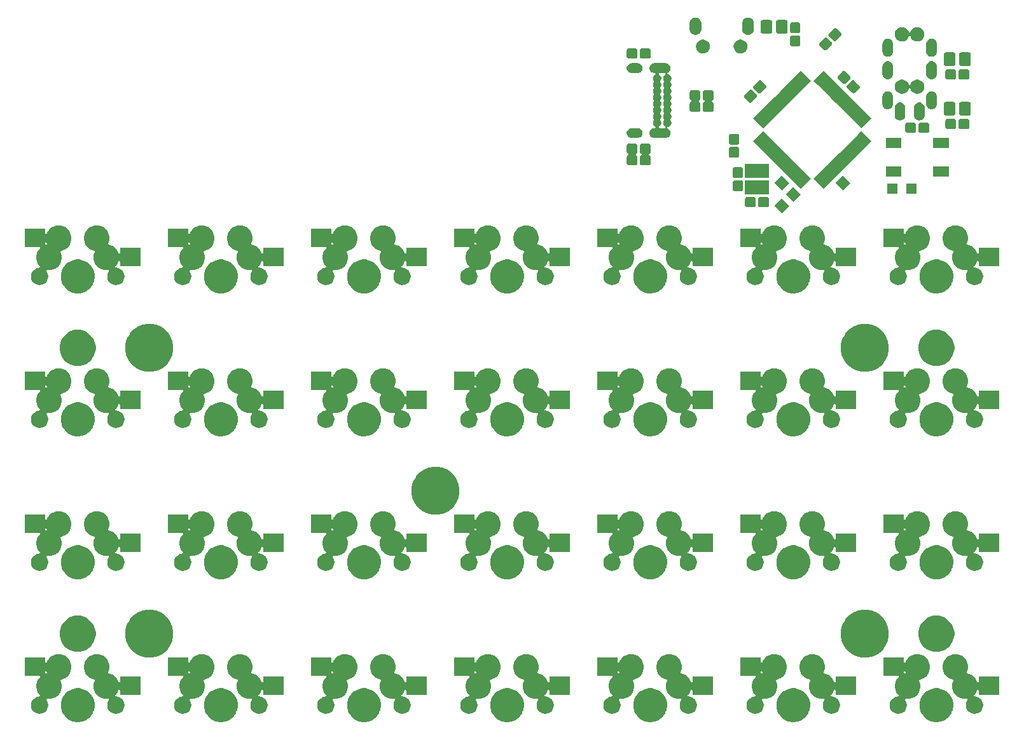
<source format=gts>
G04 #@! TF.GenerationSoftware,KiCad,Pcbnew,5.1.5*
G04 #@! TF.CreationDate,2020-01-30T11:23:40+09:00*
G04 #@! TF.ProjectId,ergo42,6572676f-3432-42e6-9b69-6361645f7063,1.0.0-alpha*
G04 #@! TF.SameCoordinates,Original*
G04 #@! TF.FileFunction,Soldermask,Top*
G04 #@! TF.FilePolarity,Negative*
%FSLAX46Y46*%
G04 Gerber Fmt 4.6, Leading zero omitted, Abs format (unit mm)*
G04 Created by KiCad (PCBNEW 5.1.5) date 2020-01-30 11:23:40*
%MOMM*%
%LPD*%
G04 APERTURE LIST*
%ADD10C,0.100000*%
G04 APERTURE END LIST*
D10*
G36*
X103943953Y-128603233D02*
G01*
X104161301Y-128646466D01*
X104449565Y-128765869D01*
X104468162Y-128773572D01*
X104570775Y-128816076D01*
X104939292Y-129062311D01*
X105252689Y-129375708D01*
X105472176Y-129704194D01*
X105498925Y-129744227D01*
X105518251Y-129790884D01*
X105660749Y-130134904D01*
X105668534Y-130153700D01*
X105755000Y-130588393D01*
X105755000Y-131031607D01*
X105668534Y-131466301D01*
X105636730Y-131543082D01*
X105518251Y-131829117D01*
X105498924Y-131875775D01*
X105252689Y-132244292D01*
X104939292Y-132557689D01*
X104570775Y-132803924D01*
X104161301Y-132973534D01*
X103943953Y-133016767D01*
X103726607Y-133060000D01*
X103283393Y-133060000D01*
X103066047Y-133016767D01*
X102848699Y-132973534D01*
X102439225Y-132803924D01*
X102070708Y-132557689D01*
X101757311Y-132244292D01*
X101511076Y-131875775D01*
X101491750Y-131829117D01*
X101373270Y-131543082D01*
X101341466Y-131466301D01*
X101255000Y-131031607D01*
X101255000Y-130588393D01*
X101341466Y-130153700D01*
X101349252Y-130134904D01*
X101491749Y-129790884D01*
X101511075Y-129744227D01*
X101537824Y-129704194D01*
X101757311Y-129375708D01*
X102070708Y-129062311D01*
X102439225Y-128816076D01*
X102541839Y-128773572D01*
X102560435Y-128765869D01*
X102848699Y-128646466D01*
X103066047Y-128603233D01*
X103283393Y-128560000D01*
X103726607Y-128560000D01*
X103943953Y-128603233D01*
G37*
G36*
X199193953Y-128603233D02*
G01*
X199411301Y-128646466D01*
X199699565Y-128765869D01*
X199718162Y-128773572D01*
X199820775Y-128816076D01*
X200189292Y-129062311D01*
X200502689Y-129375708D01*
X200722176Y-129704194D01*
X200748925Y-129744227D01*
X200768251Y-129790884D01*
X200910749Y-130134904D01*
X200918534Y-130153700D01*
X201005000Y-130588393D01*
X201005000Y-131031607D01*
X200961767Y-131248953D01*
X200918534Y-131466301D01*
X200886730Y-131543082D01*
X200768251Y-131829117D01*
X200748924Y-131875775D01*
X200502689Y-132244292D01*
X200189292Y-132557689D01*
X199820775Y-132803924D01*
X199411301Y-132973534D01*
X199193953Y-133016767D01*
X198976607Y-133060000D01*
X198533393Y-133060000D01*
X198316047Y-133016767D01*
X198098699Y-132973534D01*
X197689225Y-132803924D01*
X197320708Y-132557689D01*
X197007311Y-132244292D01*
X196761076Y-131875775D01*
X196741750Y-131829117D01*
X196623270Y-131543082D01*
X196591466Y-131466301D01*
X196548233Y-131248953D01*
X196505000Y-131031607D01*
X196505000Y-130588393D01*
X196591466Y-130153700D01*
X196599252Y-130134904D01*
X196741749Y-129790884D01*
X196761075Y-129744227D01*
X196787824Y-129704194D01*
X197007311Y-129375708D01*
X197320708Y-129062311D01*
X197689225Y-128816076D01*
X197791839Y-128773572D01*
X197810435Y-128765869D01*
X198098699Y-128646466D01*
X198316047Y-128603233D01*
X198533393Y-128560000D01*
X198976607Y-128560000D01*
X199193953Y-128603233D01*
G37*
G36*
X122993953Y-128603233D02*
G01*
X123211301Y-128646466D01*
X123499565Y-128765869D01*
X123518162Y-128773572D01*
X123620775Y-128816076D01*
X123989292Y-129062311D01*
X124302689Y-129375708D01*
X124522176Y-129704194D01*
X124548925Y-129744227D01*
X124568251Y-129790884D01*
X124710749Y-130134904D01*
X124718534Y-130153700D01*
X124805000Y-130588393D01*
X124805000Y-131031607D01*
X124761767Y-131248953D01*
X124718534Y-131466301D01*
X124686730Y-131543082D01*
X124568251Y-131829117D01*
X124548924Y-131875775D01*
X124302689Y-132244292D01*
X123989292Y-132557689D01*
X123620775Y-132803924D01*
X123211301Y-132973534D01*
X122993953Y-133016767D01*
X122776607Y-133060000D01*
X122333393Y-133060000D01*
X122116047Y-133016767D01*
X121898699Y-132973534D01*
X121489225Y-132803924D01*
X121120708Y-132557689D01*
X120807311Y-132244292D01*
X120561076Y-131875775D01*
X120541750Y-131829117D01*
X120423270Y-131543082D01*
X120391466Y-131466301D01*
X120305000Y-131031607D01*
X120305000Y-130588393D01*
X120391466Y-130153700D01*
X120399252Y-130134904D01*
X120541749Y-129790884D01*
X120561075Y-129744227D01*
X120587824Y-129704194D01*
X120807311Y-129375708D01*
X121120708Y-129062311D01*
X121489225Y-128816076D01*
X121591839Y-128773572D01*
X121610435Y-128765869D01*
X121898699Y-128646466D01*
X122116047Y-128603233D01*
X122333393Y-128560000D01*
X122776607Y-128560000D01*
X122993953Y-128603233D01*
G37*
G36*
X84893953Y-128603233D02*
G01*
X85111301Y-128646466D01*
X85399565Y-128765869D01*
X85418162Y-128773572D01*
X85520775Y-128816076D01*
X85889292Y-129062311D01*
X86202689Y-129375708D01*
X86422176Y-129704194D01*
X86448925Y-129744227D01*
X86468251Y-129790884D01*
X86610749Y-130134904D01*
X86618534Y-130153700D01*
X86705000Y-130588393D01*
X86705000Y-131031607D01*
X86618534Y-131466301D01*
X86586730Y-131543082D01*
X86468251Y-131829117D01*
X86448924Y-131875775D01*
X86202689Y-132244292D01*
X85889292Y-132557689D01*
X85520775Y-132803924D01*
X85111301Y-132973534D01*
X84893953Y-133016767D01*
X84676607Y-133060000D01*
X84233393Y-133060000D01*
X84016047Y-133016767D01*
X83798699Y-132973534D01*
X83389225Y-132803924D01*
X83020708Y-132557689D01*
X82707311Y-132244292D01*
X82461076Y-131875775D01*
X82441750Y-131829117D01*
X82323270Y-131543082D01*
X82291466Y-131466301D01*
X82205000Y-131031607D01*
X82205000Y-130588393D01*
X82291466Y-130153700D01*
X82299252Y-130134904D01*
X82441749Y-129790884D01*
X82461075Y-129744227D01*
X82487824Y-129704194D01*
X82707311Y-129375708D01*
X83020708Y-129062311D01*
X83389225Y-128816076D01*
X83491839Y-128773572D01*
X83510435Y-128765869D01*
X83798699Y-128646466D01*
X84016047Y-128603233D01*
X84233393Y-128560000D01*
X84676607Y-128560000D01*
X84893953Y-128603233D01*
G37*
G36*
X161093953Y-128603233D02*
G01*
X161311301Y-128646466D01*
X161599565Y-128765869D01*
X161618162Y-128773572D01*
X161720775Y-128816076D01*
X162089292Y-129062311D01*
X162402689Y-129375708D01*
X162622176Y-129704194D01*
X162648925Y-129744227D01*
X162668251Y-129790884D01*
X162810749Y-130134904D01*
X162818534Y-130153700D01*
X162905000Y-130588393D01*
X162905000Y-131031607D01*
X162861767Y-131248953D01*
X162818534Y-131466301D01*
X162786730Y-131543082D01*
X162668251Y-131829117D01*
X162648924Y-131875775D01*
X162402689Y-132244292D01*
X162089292Y-132557689D01*
X161720775Y-132803924D01*
X161311301Y-132973534D01*
X161093953Y-133016767D01*
X160876607Y-133060000D01*
X160433393Y-133060000D01*
X160216047Y-133016767D01*
X159998699Y-132973534D01*
X159589225Y-132803924D01*
X159220708Y-132557689D01*
X158907311Y-132244292D01*
X158661076Y-131875775D01*
X158641750Y-131829117D01*
X158523270Y-131543082D01*
X158491466Y-131466301D01*
X158405000Y-131031607D01*
X158405000Y-130588393D01*
X158491466Y-130153700D01*
X158499252Y-130134904D01*
X158641749Y-129790884D01*
X158661075Y-129744227D01*
X158687824Y-129704194D01*
X158907311Y-129375708D01*
X159220708Y-129062311D01*
X159589225Y-128816076D01*
X159691839Y-128773572D01*
X159710435Y-128765869D01*
X159998699Y-128646466D01*
X160216047Y-128603233D01*
X160433393Y-128560000D01*
X160876607Y-128560000D01*
X161093953Y-128603233D01*
G37*
G36*
X142043953Y-128603233D02*
G01*
X142261301Y-128646466D01*
X142549565Y-128765869D01*
X142568162Y-128773572D01*
X142670775Y-128816076D01*
X143039292Y-129062311D01*
X143352689Y-129375708D01*
X143572176Y-129704194D01*
X143598925Y-129744227D01*
X143618251Y-129790884D01*
X143760749Y-130134904D01*
X143768534Y-130153700D01*
X143855000Y-130588393D01*
X143855000Y-131031607D01*
X143811767Y-131248953D01*
X143768534Y-131466301D01*
X143736730Y-131543082D01*
X143618251Y-131829117D01*
X143598924Y-131875775D01*
X143352689Y-132244292D01*
X143039292Y-132557689D01*
X142670775Y-132803924D01*
X142261301Y-132973534D01*
X142043953Y-133016767D01*
X141826607Y-133060000D01*
X141383393Y-133060000D01*
X141166047Y-133016767D01*
X140948699Y-132973534D01*
X140539225Y-132803924D01*
X140170708Y-132557689D01*
X139857311Y-132244292D01*
X139611076Y-131875775D01*
X139591750Y-131829117D01*
X139473270Y-131543082D01*
X139441466Y-131466301D01*
X139355000Y-131031607D01*
X139355000Y-130588393D01*
X139441466Y-130153700D01*
X139449252Y-130134904D01*
X139591749Y-129790884D01*
X139611075Y-129744227D01*
X139637824Y-129704194D01*
X139857311Y-129375708D01*
X140170708Y-129062311D01*
X140539225Y-128816076D01*
X140641839Y-128773572D01*
X140660435Y-128765869D01*
X140948699Y-128646466D01*
X141166047Y-128603233D01*
X141383393Y-128560000D01*
X141826607Y-128560000D01*
X142043953Y-128603233D01*
G37*
G36*
X180143953Y-128603233D02*
G01*
X180361301Y-128646466D01*
X180649565Y-128765869D01*
X180668162Y-128773572D01*
X180770775Y-128816076D01*
X181139292Y-129062311D01*
X181452689Y-129375708D01*
X181672176Y-129704194D01*
X181698925Y-129744227D01*
X181718251Y-129790884D01*
X181860749Y-130134904D01*
X181868534Y-130153700D01*
X181955000Y-130588393D01*
X181955000Y-131031607D01*
X181911767Y-131248953D01*
X181868534Y-131466301D01*
X181836730Y-131543082D01*
X181718251Y-131829117D01*
X181698924Y-131875775D01*
X181452689Y-132244292D01*
X181139292Y-132557689D01*
X180770775Y-132803924D01*
X180361301Y-132973534D01*
X180143953Y-133016767D01*
X179926607Y-133060000D01*
X179483393Y-133060000D01*
X179266047Y-133016767D01*
X179048699Y-132973534D01*
X178639225Y-132803924D01*
X178270708Y-132557689D01*
X177957311Y-132244292D01*
X177711076Y-131875775D01*
X177691750Y-131829117D01*
X177573270Y-131543082D01*
X177541466Y-131466301D01*
X177498233Y-131248953D01*
X177455000Y-131031607D01*
X177455000Y-130588393D01*
X177541466Y-130153700D01*
X177549252Y-130134904D01*
X177691749Y-129790884D01*
X177711075Y-129744227D01*
X177737824Y-129704194D01*
X177957311Y-129375708D01*
X178270708Y-129062311D01*
X178639225Y-128816076D01*
X178741839Y-128773572D01*
X178760435Y-128765869D01*
X179048699Y-128646466D01*
X179266047Y-128603233D01*
X179483393Y-128560000D01*
X179926607Y-128560000D01*
X180143953Y-128603233D01*
G37*
G36*
X196546653Y-124062665D02*
G01*
X196710872Y-124095330D01*
X197020252Y-124223479D01*
X197298687Y-124409523D01*
X197535477Y-124646313D01*
X197721521Y-124924748D01*
X197849670Y-125234128D01*
X197915000Y-125562565D01*
X197915000Y-125897435D01*
X197849670Y-126225872D01*
X197721521Y-126535252D01*
X197535477Y-126813687D01*
X197298687Y-127050477D01*
X197020252Y-127236521D01*
X196710872Y-127364670D01*
X196611287Y-127384479D01*
X196582348Y-127390235D01*
X196558900Y-127397348D01*
X196537289Y-127408899D01*
X196518347Y-127424445D01*
X196502802Y-127443387D01*
X196491251Y-127464997D01*
X196484138Y-127488446D01*
X196481736Y-127512832D01*
X196484138Y-127537219D01*
X196491249Y-127560660D01*
X196579670Y-127774128D01*
X196579670Y-127774130D01*
X196645000Y-128102562D01*
X196645000Y-128437435D01*
X196579670Y-128765872D01*
X196451521Y-129075252D01*
X196265477Y-129353687D01*
X196028687Y-129590477D01*
X195750252Y-129776521D01*
X195440872Y-129904670D01*
X195276653Y-129937335D01*
X195112437Y-129970000D01*
X194777562Y-129970000D01*
X194749765Y-129964471D01*
X194725379Y-129962069D01*
X194700993Y-129964471D01*
X194677544Y-129971584D01*
X194655934Y-129983136D01*
X194636992Y-129998681D01*
X194621447Y-130017623D01*
X194609896Y-130039234D01*
X194602783Y-130062683D01*
X194600381Y-130087069D01*
X194602783Y-130111455D01*
X194609896Y-130134904D01*
X194621445Y-130156511D01*
X194694116Y-130265271D01*
X194780806Y-130474557D01*
X194825000Y-130696735D01*
X194825000Y-130923265D01*
X194780806Y-131145443D01*
X194694116Y-131354729D01*
X194568263Y-131543082D01*
X194408082Y-131703263D01*
X194219729Y-131829116D01*
X194010443Y-131915806D01*
X193862324Y-131945269D01*
X193788266Y-131960000D01*
X193561734Y-131960000D01*
X193487676Y-131945269D01*
X193339557Y-131915806D01*
X193130271Y-131829116D01*
X192941918Y-131703263D01*
X192781737Y-131543082D01*
X192655884Y-131354729D01*
X192569194Y-131145443D01*
X192525000Y-130923265D01*
X192525000Y-130696735D01*
X192569194Y-130474557D01*
X192655884Y-130265271D01*
X192781737Y-130076918D01*
X192941918Y-129916737D01*
X193130271Y-129790884D01*
X193339557Y-129704194D01*
X193487676Y-129674731D01*
X193561734Y-129660000D01*
X193629063Y-129660000D01*
X193653449Y-129657598D01*
X193676898Y-129650485D01*
X193698509Y-129638934D01*
X193717451Y-129623389D01*
X193732996Y-129604447D01*
X193744547Y-129582836D01*
X193751660Y-129559387D01*
X193754062Y-129535001D01*
X193751660Y-129510615D01*
X193744547Y-129487166D01*
X193732996Y-129465555D01*
X193717460Y-129446624D01*
X193624523Y-129353687D01*
X193438479Y-129075252D01*
X193310330Y-128765872D01*
X193245000Y-128437435D01*
X193245000Y-128102565D01*
X193245001Y-128102562D01*
X193310330Y-127774130D01*
X193310330Y-127774128D01*
X193438479Y-127464748D01*
X193624523Y-127186313D01*
X193707460Y-127103376D01*
X193722996Y-127084445D01*
X193734547Y-127062834D01*
X193741660Y-127039385D01*
X193744062Y-127014999D01*
X193741660Y-126990613D01*
X193734547Y-126967164D01*
X193722996Y-126945553D01*
X193707451Y-126926611D01*
X193688509Y-126911066D01*
X193666898Y-126899515D01*
X193643449Y-126892402D01*
X193619063Y-126890000D01*
X191705000Y-126890000D01*
X191705000Y-126430999D01*
X194405000Y-126430999D01*
X194405000Y-126491796D01*
X194407402Y-126516182D01*
X194414515Y-126539631D01*
X194426066Y-126561242D01*
X194441611Y-126580184D01*
X194460553Y-126595729D01*
X194482164Y-126607280D01*
X194505613Y-126614393D01*
X194529999Y-126616795D01*
X194554386Y-126614393D01*
X194577652Y-126609765D01*
X194601101Y-126602652D01*
X194622711Y-126591101D01*
X194641653Y-126575555D01*
X194657198Y-126556613D01*
X194668749Y-126535003D01*
X194675862Y-126511554D01*
X194678264Y-126487167D01*
X194675862Y-126462781D01*
X194668751Y-126439340D01*
X194645480Y-126383158D01*
X194633932Y-126361553D01*
X194618387Y-126342611D01*
X194599445Y-126327066D01*
X194577834Y-126315515D01*
X194554385Y-126308402D01*
X194529999Y-126306000D01*
X194505613Y-126308402D01*
X194482164Y-126315515D01*
X194460553Y-126327066D01*
X194441611Y-126342611D01*
X194426066Y-126361553D01*
X194414515Y-126383164D01*
X194407402Y-126406613D01*
X194405000Y-126430999D01*
X191705000Y-126430999D01*
X191705000Y-124490000D01*
X194405000Y-124490000D01*
X194405000Y-125029001D01*
X194407402Y-125053387D01*
X194414515Y-125076836D01*
X194426066Y-125098447D01*
X194441611Y-125117389D01*
X194460553Y-125132934D01*
X194482164Y-125144485D01*
X194505613Y-125151598D01*
X194529999Y-125154000D01*
X194554385Y-125151598D01*
X194577834Y-125144485D01*
X194599445Y-125132934D01*
X194618387Y-125117389D01*
X194633932Y-125098447D01*
X194645480Y-125076842D01*
X194708479Y-124924748D01*
X194894523Y-124646313D01*
X195131313Y-124409523D01*
X195409748Y-124223479D01*
X195719128Y-124095330D01*
X195883347Y-124062665D01*
X196047563Y-124030000D01*
X196382437Y-124030000D01*
X196546653Y-124062665D01*
G37*
G36*
X201626653Y-124062665D02*
G01*
X201790872Y-124095330D01*
X202100252Y-124223479D01*
X202378687Y-124409523D01*
X202615477Y-124646313D01*
X202801521Y-124924748D01*
X202929670Y-125234128D01*
X202995000Y-125562565D01*
X202995000Y-125897435D01*
X202929670Y-126225872D01*
X202841248Y-126439343D01*
X202834138Y-126462781D01*
X202831736Y-126487167D01*
X202834138Y-126511553D01*
X202841251Y-126535002D01*
X202852802Y-126556613D01*
X202868347Y-126575555D01*
X202887289Y-126591100D01*
X202908900Y-126602651D01*
X202932349Y-126609764D01*
X203060872Y-126635329D01*
X203370252Y-126763478D01*
X203648687Y-126949522D01*
X203885477Y-127186312D01*
X204071521Y-127464747D01*
X204164521Y-127689269D01*
X204176068Y-127710873D01*
X204191613Y-127729815D01*
X204210555Y-127745360D01*
X204232166Y-127756911D01*
X204255615Y-127764024D01*
X204280001Y-127766426D01*
X204304387Y-127764024D01*
X204327836Y-127756911D01*
X204349447Y-127745360D01*
X204368389Y-127729815D01*
X204383934Y-127710873D01*
X204395485Y-127689262D01*
X204402598Y-127665813D01*
X204405000Y-127641427D01*
X204405000Y-127030000D01*
X207105000Y-127030000D01*
X207105000Y-129430000D01*
X204405000Y-129430000D01*
X204405000Y-128898571D01*
X204402598Y-128874185D01*
X204395485Y-128850736D01*
X204383934Y-128829125D01*
X204368389Y-128810183D01*
X204349447Y-128794638D01*
X204327836Y-128783087D01*
X204304387Y-128775974D01*
X204280001Y-128773572D01*
X204255615Y-128775974D01*
X204232166Y-128783087D01*
X204210555Y-128794638D01*
X204191613Y-128810183D01*
X204176068Y-128829125D01*
X204164521Y-128850729D01*
X204071521Y-129075251D01*
X203885477Y-129353686D01*
X203792539Y-129446624D01*
X203777003Y-129465555D01*
X203765452Y-129487166D01*
X203758339Y-129510615D01*
X203755937Y-129535001D01*
X203758339Y-129559387D01*
X203765452Y-129582836D01*
X203777003Y-129604447D01*
X203792548Y-129623389D01*
X203811490Y-129638934D01*
X203833101Y-129650485D01*
X203856550Y-129657598D01*
X203880936Y-129660000D01*
X203948266Y-129660000D01*
X204022324Y-129674731D01*
X204170443Y-129704194D01*
X204379729Y-129790884D01*
X204568082Y-129916737D01*
X204728263Y-130076918D01*
X204854116Y-130265271D01*
X204940806Y-130474557D01*
X204985000Y-130696735D01*
X204985000Y-130923265D01*
X204940806Y-131145443D01*
X204854116Y-131354729D01*
X204728263Y-131543082D01*
X204568082Y-131703263D01*
X204379729Y-131829116D01*
X204170443Y-131915806D01*
X204022324Y-131945269D01*
X203948266Y-131960000D01*
X203721734Y-131960000D01*
X203647676Y-131945269D01*
X203499557Y-131915806D01*
X203290271Y-131829116D01*
X203101918Y-131703263D01*
X202941737Y-131543082D01*
X202815884Y-131354729D01*
X202729194Y-131145443D01*
X202685000Y-130923265D01*
X202685000Y-130696735D01*
X202729194Y-130474557D01*
X202815884Y-130265271D01*
X202815884Y-130265270D01*
X202888554Y-130156511D01*
X202900105Y-130134901D01*
X202907218Y-130111452D01*
X202909620Y-130087066D01*
X202907218Y-130062679D01*
X202900105Y-130039231D01*
X202888554Y-130017620D01*
X202873008Y-129998678D01*
X202854066Y-129983133D01*
X202832456Y-129971582D01*
X202809007Y-129964469D01*
X202784621Y-129962067D01*
X202760239Y-129964468D01*
X202732435Y-129969999D01*
X202397563Y-129969999D01*
X202233346Y-129937334D01*
X202069128Y-129904669D01*
X201759748Y-129776520D01*
X201481313Y-129590476D01*
X201244523Y-129353686D01*
X201058479Y-129075251D01*
X200930330Y-128765871D01*
X200889380Y-128560000D01*
X200865000Y-128437436D01*
X200865000Y-128102562D01*
X200897665Y-127938345D01*
X200930330Y-127774127D01*
X201018752Y-127560656D01*
X201025862Y-127537218D01*
X201028264Y-127512832D01*
X201025862Y-127488446D01*
X201018749Y-127464997D01*
X201007198Y-127443386D01*
X200991653Y-127424444D01*
X200972711Y-127408899D01*
X200951100Y-127397348D01*
X200927652Y-127390235D01*
X200898713Y-127384479D01*
X200799128Y-127364670D01*
X200489748Y-127236521D01*
X200211313Y-127050477D01*
X199974523Y-126813687D01*
X199788479Y-126535252D01*
X199660330Y-126225872D01*
X199595000Y-125897435D01*
X199595000Y-125562565D01*
X199660330Y-125234128D01*
X199788479Y-124924748D01*
X199974523Y-124646313D01*
X200211313Y-124409523D01*
X200489748Y-124223479D01*
X200799128Y-124095330D01*
X200963347Y-124062665D01*
X201127563Y-124030000D01*
X201462437Y-124030000D01*
X201626653Y-124062665D01*
G37*
G36*
X106376653Y-124062665D02*
G01*
X106540872Y-124095330D01*
X106850252Y-124223479D01*
X107128687Y-124409523D01*
X107365477Y-124646313D01*
X107551521Y-124924748D01*
X107679670Y-125234128D01*
X107745000Y-125562565D01*
X107745000Y-125897435D01*
X107679670Y-126225872D01*
X107591248Y-126439343D01*
X107584138Y-126462781D01*
X107581736Y-126487167D01*
X107584138Y-126511553D01*
X107591251Y-126535002D01*
X107602802Y-126556613D01*
X107618347Y-126575555D01*
X107637289Y-126591100D01*
X107658900Y-126602651D01*
X107682349Y-126609764D01*
X107810872Y-126635329D01*
X108120252Y-126763478D01*
X108398687Y-126949522D01*
X108635477Y-127186312D01*
X108821521Y-127464747D01*
X108914521Y-127689269D01*
X108926068Y-127710873D01*
X108941613Y-127729815D01*
X108960555Y-127745360D01*
X108982166Y-127756911D01*
X109005615Y-127764024D01*
X109030001Y-127766426D01*
X109054387Y-127764024D01*
X109077836Y-127756911D01*
X109099447Y-127745360D01*
X109118389Y-127729815D01*
X109133934Y-127710873D01*
X109145485Y-127689262D01*
X109152598Y-127665813D01*
X109155000Y-127641427D01*
X109155000Y-127030000D01*
X111855000Y-127030000D01*
X111855000Y-129430000D01*
X109155000Y-129430000D01*
X109155000Y-128898571D01*
X109152598Y-128874185D01*
X109145485Y-128850736D01*
X109133934Y-128829125D01*
X109118389Y-128810183D01*
X109099447Y-128794638D01*
X109077836Y-128783087D01*
X109054387Y-128775974D01*
X109030001Y-128773572D01*
X109005615Y-128775974D01*
X108982166Y-128783087D01*
X108960555Y-128794638D01*
X108941613Y-128810183D01*
X108926068Y-128829125D01*
X108914521Y-128850729D01*
X108821521Y-129075251D01*
X108635477Y-129353686D01*
X108542539Y-129446624D01*
X108527003Y-129465555D01*
X108515452Y-129487166D01*
X108508339Y-129510615D01*
X108505937Y-129535001D01*
X108508339Y-129559387D01*
X108515452Y-129582836D01*
X108527003Y-129604447D01*
X108542548Y-129623389D01*
X108561490Y-129638934D01*
X108583101Y-129650485D01*
X108606550Y-129657598D01*
X108630936Y-129660000D01*
X108698266Y-129660000D01*
X108772324Y-129674731D01*
X108920443Y-129704194D01*
X109129729Y-129790884D01*
X109318082Y-129916737D01*
X109478263Y-130076918D01*
X109604116Y-130265271D01*
X109690806Y-130474557D01*
X109735000Y-130696735D01*
X109735000Y-130923265D01*
X109690806Y-131145443D01*
X109604116Y-131354729D01*
X109478263Y-131543082D01*
X109318082Y-131703263D01*
X109129729Y-131829116D01*
X108920443Y-131915806D01*
X108772324Y-131945269D01*
X108698266Y-131960000D01*
X108471734Y-131960000D01*
X108397676Y-131945269D01*
X108249557Y-131915806D01*
X108040271Y-131829116D01*
X107851918Y-131703263D01*
X107691737Y-131543082D01*
X107565884Y-131354729D01*
X107479194Y-131145443D01*
X107435000Y-130923265D01*
X107435000Y-130696735D01*
X107479194Y-130474557D01*
X107565884Y-130265271D01*
X107565884Y-130265270D01*
X107638554Y-130156511D01*
X107650105Y-130134901D01*
X107657218Y-130111452D01*
X107659620Y-130087066D01*
X107657218Y-130062679D01*
X107650105Y-130039231D01*
X107638554Y-130017620D01*
X107623008Y-129998678D01*
X107604066Y-129983133D01*
X107582456Y-129971582D01*
X107559007Y-129964469D01*
X107534621Y-129962067D01*
X107510239Y-129964468D01*
X107482435Y-129969999D01*
X107147563Y-129969999D01*
X106983346Y-129937334D01*
X106819128Y-129904669D01*
X106509748Y-129776520D01*
X106231313Y-129590476D01*
X105994523Y-129353686D01*
X105808479Y-129075251D01*
X105680330Y-128765871D01*
X105639380Y-128560000D01*
X105615000Y-128437436D01*
X105615000Y-128102562D01*
X105647665Y-127938345D01*
X105680330Y-127774127D01*
X105768752Y-127560656D01*
X105775862Y-127537218D01*
X105778264Y-127512832D01*
X105775862Y-127488446D01*
X105768749Y-127464997D01*
X105757198Y-127443386D01*
X105741653Y-127424444D01*
X105722711Y-127408899D01*
X105701100Y-127397348D01*
X105677652Y-127390235D01*
X105648713Y-127384479D01*
X105549128Y-127364670D01*
X105239748Y-127236521D01*
X104961313Y-127050477D01*
X104724523Y-126813687D01*
X104538479Y-126535252D01*
X104410330Y-126225872D01*
X104345000Y-125897435D01*
X104345000Y-125562565D01*
X104410330Y-125234128D01*
X104538479Y-124924748D01*
X104724523Y-124646313D01*
X104961313Y-124409523D01*
X105239748Y-124223479D01*
X105549128Y-124095330D01*
X105713347Y-124062665D01*
X105877563Y-124030000D01*
X106212437Y-124030000D01*
X106376653Y-124062665D01*
G37*
G36*
X125426653Y-124062665D02*
G01*
X125590872Y-124095330D01*
X125900252Y-124223479D01*
X126178687Y-124409523D01*
X126415477Y-124646313D01*
X126601521Y-124924748D01*
X126729670Y-125234128D01*
X126795000Y-125562565D01*
X126795000Y-125897435D01*
X126729670Y-126225872D01*
X126641248Y-126439343D01*
X126634138Y-126462781D01*
X126631736Y-126487167D01*
X126634138Y-126511553D01*
X126641251Y-126535002D01*
X126652802Y-126556613D01*
X126668347Y-126575555D01*
X126687289Y-126591100D01*
X126708900Y-126602651D01*
X126732349Y-126609764D01*
X126860872Y-126635329D01*
X127170252Y-126763478D01*
X127448687Y-126949522D01*
X127685477Y-127186312D01*
X127871521Y-127464747D01*
X127964521Y-127689269D01*
X127976068Y-127710873D01*
X127991613Y-127729815D01*
X128010555Y-127745360D01*
X128032166Y-127756911D01*
X128055615Y-127764024D01*
X128080001Y-127766426D01*
X128104387Y-127764024D01*
X128127836Y-127756911D01*
X128149447Y-127745360D01*
X128168389Y-127729815D01*
X128183934Y-127710873D01*
X128195485Y-127689262D01*
X128202598Y-127665813D01*
X128205000Y-127641427D01*
X128205000Y-127030000D01*
X130905000Y-127030000D01*
X130905000Y-129430000D01*
X128205000Y-129430000D01*
X128205000Y-128898571D01*
X128202598Y-128874185D01*
X128195485Y-128850736D01*
X128183934Y-128829125D01*
X128168389Y-128810183D01*
X128149447Y-128794638D01*
X128127836Y-128783087D01*
X128104387Y-128775974D01*
X128080001Y-128773572D01*
X128055615Y-128775974D01*
X128032166Y-128783087D01*
X128010555Y-128794638D01*
X127991613Y-128810183D01*
X127976068Y-128829125D01*
X127964521Y-128850729D01*
X127871521Y-129075251D01*
X127685477Y-129353686D01*
X127592539Y-129446624D01*
X127577003Y-129465555D01*
X127565452Y-129487166D01*
X127558339Y-129510615D01*
X127555937Y-129535001D01*
X127558339Y-129559387D01*
X127565452Y-129582836D01*
X127577003Y-129604447D01*
X127592548Y-129623389D01*
X127611490Y-129638934D01*
X127633101Y-129650485D01*
X127656550Y-129657598D01*
X127680936Y-129660000D01*
X127748266Y-129660000D01*
X127822324Y-129674731D01*
X127970443Y-129704194D01*
X128179729Y-129790884D01*
X128368082Y-129916737D01*
X128528263Y-130076918D01*
X128654116Y-130265271D01*
X128740806Y-130474557D01*
X128785000Y-130696735D01*
X128785000Y-130923265D01*
X128740806Y-131145443D01*
X128654116Y-131354729D01*
X128528263Y-131543082D01*
X128368082Y-131703263D01*
X128179729Y-131829116D01*
X127970443Y-131915806D01*
X127822324Y-131945269D01*
X127748266Y-131960000D01*
X127521734Y-131960000D01*
X127447676Y-131945269D01*
X127299557Y-131915806D01*
X127090271Y-131829116D01*
X126901918Y-131703263D01*
X126741737Y-131543082D01*
X126615884Y-131354729D01*
X126529194Y-131145443D01*
X126485000Y-130923265D01*
X126485000Y-130696735D01*
X126529194Y-130474557D01*
X126615884Y-130265271D01*
X126615884Y-130265270D01*
X126688554Y-130156511D01*
X126700105Y-130134901D01*
X126707218Y-130111452D01*
X126709620Y-130087066D01*
X126707218Y-130062679D01*
X126700105Y-130039231D01*
X126688554Y-130017620D01*
X126673008Y-129998678D01*
X126654066Y-129983133D01*
X126632456Y-129971582D01*
X126609007Y-129964469D01*
X126584621Y-129962067D01*
X126560239Y-129964468D01*
X126532435Y-129969999D01*
X126197563Y-129969999D01*
X126033346Y-129937334D01*
X125869128Y-129904669D01*
X125559748Y-129776520D01*
X125281313Y-129590476D01*
X125044523Y-129353686D01*
X124858479Y-129075251D01*
X124730330Y-128765871D01*
X124689380Y-128560000D01*
X124665000Y-128437436D01*
X124665000Y-128102562D01*
X124697665Y-127938345D01*
X124730330Y-127774127D01*
X124818752Y-127560656D01*
X124825862Y-127537218D01*
X124828264Y-127512832D01*
X124825862Y-127488446D01*
X124818749Y-127464997D01*
X124807198Y-127443386D01*
X124791653Y-127424444D01*
X124772711Y-127408899D01*
X124751100Y-127397348D01*
X124727652Y-127390235D01*
X124698713Y-127384479D01*
X124599128Y-127364670D01*
X124289748Y-127236521D01*
X124011313Y-127050477D01*
X123774523Y-126813687D01*
X123588479Y-126535252D01*
X123460330Y-126225872D01*
X123395000Y-125897435D01*
X123395000Y-125562565D01*
X123460330Y-125234128D01*
X123588479Y-124924748D01*
X123774523Y-124646313D01*
X124011313Y-124409523D01*
X124289748Y-124223479D01*
X124599128Y-124095330D01*
X124763347Y-124062665D01*
X124927563Y-124030000D01*
X125262437Y-124030000D01*
X125426653Y-124062665D01*
G37*
G36*
X120346653Y-124062665D02*
G01*
X120510872Y-124095330D01*
X120820252Y-124223479D01*
X121098687Y-124409523D01*
X121335477Y-124646313D01*
X121521521Y-124924748D01*
X121649670Y-125234128D01*
X121715000Y-125562565D01*
X121715000Y-125897435D01*
X121649670Y-126225872D01*
X121521521Y-126535252D01*
X121335477Y-126813687D01*
X121098687Y-127050477D01*
X120820252Y-127236521D01*
X120510872Y-127364670D01*
X120411287Y-127384479D01*
X120382348Y-127390235D01*
X120358900Y-127397348D01*
X120337289Y-127408899D01*
X120318347Y-127424445D01*
X120302802Y-127443387D01*
X120291251Y-127464997D01*
X120284138Y-127488446D01*
X120281736Y-127512832D01*
X120284138Y-127537219D01*
X120291249Y-127560660D01*
X120379670Y-127774128D01*
X120379670Y-127774130D01*
X120445000Y-128102562D01*
X120445000Y-128437435D01*
X120379670Y-128765872D01*
X120251521Y-129075252D01*
X120065477Y-129353687D01*
X119828687Y-129590477D01*
X119550252Y-129776521D01*
X119240872Y-129904670D01*
X119076653Y-129937335D01*
X118912437Y-129970000D01*
X118577562Y-129970000D01*
X118549765Y-129964471D01*
X118525379Y-129962069D01*
X118500993Y-129964471D01*
X118477544Y-129971584D01*
X118455934Y-129983136D01*
X118436992Y-129998681D01*
X118421447Y-130017623D01*
X118409896Y-130039234D01*
X118402783Y-130062683D01*
X118400381Y-130087069D01*
X118402783Y-130111455D01*
X118409896Y-130134904D01*
X118421445Y-130156511D01*
X118494116Y-130265271D01*
X118580806Y-130474557D01*
X118625000Y-130696735D01*
X118625000Y-130923265D01*
X118580806Y-131145443D01*
X118494116Y-131354729D01*
X118368263Y-131543082D01*
X118208082Y-131703263D01*
X118019729Y-131829116D01*
X117810443Y-131915806D01*
X117662324Y-131945269D01*
X117588266Y-131960000D01*
X117361734Y-131960000D01*
X117287676Y-131945269D01*
X117139557Y-131915806D01*
X116930271Y-131829116D01*
X116741918Y-131703263D01*
X116581737Y-131543082D01*
X116455884Y-131354729D01*
X116369194Y-131145443D01*
X116325000Y-130923265D01*
X116325000Y-130696735D01*
X116369194Y-130474557D01*
X116455884Y-130265271D01*
X116581737Y-130076918D01*
X116741918Y-129916737D01*
X116930271Y-129790884D01*
X117139557Y-129704194D01*
X117287676Y-129674731D01*
X117361734Y-129660000D01*
X117429063Y-129660000D01*
X117453449Y-129657598D01*
X117476898Y-129650485D01*
X117498509Y-129638934D01*
X117517451Y-129623389D01*
X117532996Y-129604447D01*
X117544547Y-129582836D01*
X117551660Y-129559387D01*
X117554062Y-129535001D01*
X117551660Y-129510615D01*
X117544547Y-129487166D01*
X117532996Y-129465555D01*
X117517460Y-129446624D01*
X117424523Y-129353687D01*
X117238479Y-129075252D01*
X117110330Y-128765872D01*
X117045000Y-128437435D01*
X117045000Y-128102565D01*
X117045001Y-128102562D01*
X117110330Y-127774130D01*
X117110330Y-127774128D01*
X117238479Y-127464748D01*
X117424523Y-127186313D01*
X117507460Y-127103376D01*
X117522996Y-127084445D01*
X117534547Y-127062834D01*
X117541660Y-127039385D01*
X117544062Y-127014999D01*
X117541660Y-126990613D01*
X117534547Y-126967164D01*
X117522996Y-126945553D01*
X117507451Y-126926611D01*
X117488509Y-126911066D01*
X117466898Y-126899515D01*
X117443449Y-126892402D01*
X117419063Y-126890000D01*
X115505000Y-126890000D01*
X115505000Y-126430999D01*
X118205000Y-126430999D01*
X118205000Y-126491796D01*
X118207402Y-126516182D01*
X118214515Y-126539631D01*
X118226066Y-126561242D01*
X118241611Y-126580184D01*
X118260553Y-126595729D01*
X118282164Y-126607280D01*
X118305613Y-126614393D01*
X118329999Y-126616795D01*
X118354386Y-126614393D01*
X118377652Y-126609765D01*
X118401101Y-126602652D01*
X118422711Y-126591101D01*
X118441653Y-126575555D01*
X118457198Y-126556613D01*
X118468749Y-126535003D01*
X118475862Y-126511554D01*
X118478264Y-126487167D01*
X118475862Y-126462781D01*
X118468751Y-126439340D01*
X118445480Y-126383158D01*
X118433932Y-126361553D01*
X118418387Y-126342611D01*
X118399445Y-126327066D01*
X118377834Y-126315515D01*
X118354385Y-126308402D01*
X118329999Y-126306000D01*
X118305613Y-126308402D01*
X118282164Y-126315515D01*
X118260553Y-126327066D01*
X118241611Y-126342611D01*
X118226066Y-126361553D01*
X118214515Y-126383164D01*
X118207402Y-126406613D01*
X118205000Y-126430999D01*
X115505000Y-126430999D01*
X115505000Y-124490000D01*
X118205000Y-124490000D01*
X118205000Y-125029001D01*
X118207402Y-125053387D01*
X118214515Y-125076836D01*
X118226066Y-125098447D01*
X118241611Y-125117389D01*
X118260553Y-125132934D01*
X118282164Y-125144485D01*
X118305613Y-125151598D01*
X118329999Y-125154000D01*
X118354385Y-125151598D01*
X118377834Y-125144485D01*
X118399445Y-125132934D01*
X118418387Y-125117389D01*
X118433932Y-125098447D01*
X118445480Y-125076842D01*
X118508479Y-124924748D01*
X118694523Y-124646313D01*
X118931313Y-124409523D01*
X119209748Y-124223479D01*
X119519128Y-124095330D01*
X119683347Y-124062665D01*
X119847563Y-124030000D01*
X120182437Y-124030000D01*
X120346653Y-124062665D01*
G37*
G36*
X177496653Y-124062665D02*
G01*
X177660872Y-124095330D01*
X177970252Y-124223479D01*
X178248687Y-124409523D01*
X178485477Y-124646313D01*
X178671521Y-124924748D01*
X178799670Y-125234128D01*
X178865000Y-125562565D01*
X178865000Y-125897435D01*
X178799670Y-126225872D01*
X178671521Y-126535252D01*
X178485477Y-126813687D01*
X178248687Y-127050477D01*
X177970252Y-127236521D01*
X177660872Y-127364670D01*
X177561287Y-127384479D01*
X177532348Y-127390235D01*
X177508900Y-127397348D01*
X177487289Y-127408899D01*
X177468347Y-127424445D01*
X177452802Y-127443387D01*
X177441251Y-127464997D01*
X177434138Y-127488446D01*
X177431736Y-127512832D01*
X177434138Y-127537219D01*
X177441249Y-127560660D01*
X177529670Y-127774128D01*
X177529670Y-127774130D01*
X177595000Y-128102562D01*
X177595000Y-128437435D01*
X177529670Y-128765872D01*
X177401521Y-129075252D01*
X177215477Y-129353687D01*
X176978687Y-129590477D01*
X176700252Y-129776521D01*
X176390872Y-129904670D01*
X176226653Y-129937335D01*
X176062437Y-129970000D01*
X175727562Y-129970000D01*
X175699765Y-129964471D01*
X175675379Y-129962069D01*
X175650993Y-129964471D01*
X175627544Y-129971584D01*
X175605934Y-129983136D01*
X175586992Y-129998681D01*
X175571447Y-130017623D01*
X175559896Y-130039234D01*
X175552783Y-130062683D01*
X175550381Y-130087069D01*
X175552783Y-130111455D01*
X175559896Y-130134904D01*
X175571445Y-130156511D01*
X175644116Y-130265271D01*
X175730806Y-130474557D01*
X175775000Y-130696735D01*
X175775000Y-130923265D01*
X175730806Y-131145443D01*
X175644116Y-131354729D01*
X175518263Y-131543082D01*
X175358082Y-131703263D01*
X175169729Y-131829116D01*
X174960443Y-131915806D01*
X174812324Y-131945269D01*
X174738266Y-131960000D01*
X174511734Y-131960000D01*
X174437676Y-131945269D01*
X174289557Y-131915806D01*
X174080271Y-131829116D01*
X173891918Y-131703263D01*
X173731737Y-131543082D01*
X173605884Y-131354729D01*
X173519194Y-131145443D01*
X173475000Y-130923265D01*
X173475000Y-130696735D01*
X173519194Y-130474557D01*
X173605884Y-130265271D01*
X173731737Y-130076918D01*
X173891918Y-129916737D01*
X174080271Y-129790884D01*
X174289557Y-129704194D01*
X174437676Y-129674731D01*
X174511734Y-129660000D01*
X174579063Y-129660000D01*
X174603449Y-129657598D01*
X174626898Y-129650485D01*
X174648509Y-129638934D01*
X174667451Y-129623389D01*
X174682996Y-129604447D01*
X174694547Y-129582836D01*
X174701660Y-129559387D01*
X174704062Y-129535001D01*
X174701660Y-129510615D01*
X174694547Y-129487166D01*
X174682996Y-129465555D01*
X174667460Y-129446624D01*
X174574523Y-129353687D01*
X174388479Y-129075252D01*
X174260330Y-128765872D01*
X174195000Y-128437435D01*
X174195000Y-128102565D01*
X174195001Y-128102562D01*
X174260330Y-127774130D01*
X174260330Y-127774128D01*
X174388479Y-127464748D01*
X174574523Y-127186313D01*
X174657460Y-127103376D01*
X174672996Y-127084445D01*
X174684547Y-127062834D01*
X174691660Y-127039385D01*
X174694062Y-127014999D01*
X174691660Y-126990613D01*
X174684547Y-126967164D01*
X174672996Y-126945553D01*
X174657451Y-126926611D01*
X174638509Y-126911066D01*
X174616898Y-126899515D01*
X174593449Y-126892402D01*
X174569063Y-126890000D01*
X172655000Y-126890000D01*
X172655000Y-126430999D01*
X175355000Y-126430999D01*
X175355000Y-126491796D01*
X175357402Y-126516182D01*
X175364515Y-126539631D01*
X175376066Y-126561242D01*
X175391611Y-126580184D01*
X175410553Y-126595729D01*
X175432164Y-126607280D01*
X175455613Y-126614393D01*
X175479999Y-126616795D01*
X175504386Y-126614393D01*
X175527652Y-126609765D01*
X175551101Y-126602652D01*
X175572711Y-126591101D01*
X175591653Y-126575555D01*
X175607198Y-126556613D01*
X175618749Y-126535003D01*
X175625862Y-126511554D01*
X175628264Y-126487167D01*
X175625862Y-126462781D01*
X175618751Y-126439340D01*
X175595480Y-126383158D01*
X175583932Y-126361553D01*
X175568387Y-126342611D01*
X175549445Y-126327066D01*
X175527834Y-126315515D01*
X175504385Y-126308402D01*
X175479999Y-126306000D01*
X175455613Y-126308402D01*
X175432164Y-126315515D01*
X175410553Y-126327066D01*
X175391611Y-126342611D01*
X175376066Y-126361553D01*
X175364515Y-126383164D01*
X175357402Y-126406613D01*
X175355000Y-126430999D01*
X172655000Y-126430999D01*
X172655000Y-124490000D01*
X175355000Y-124490000D01*
X175355000Y-125029001D01*
X175357402Y-125053387D01*
X175364515Y-125076836D01*
X175376066Y-125098447D01*
X175391611Y-125117389D01*
X175410553Y-125132934D01*
X175432164Y-125144485D01*
X175455613Y-125151598D01*
X175479999Y-125154000D01*
X175504385Y-125151598D01*
X175527834Y-125144485D01*
X175549445Y-125132934D01*
X175568387Y-125117389D01*
X175583932Y-125098447D01*
X175595480Y-125076842D01*
X175658479Y-124924748D01*
X175844523Y-124646313D01*
X176081313Y-124409523D01*
X176359748Y-124223479D01*
X176669128Y-124095330D01*
X176833347Y-124062665D01*
X176997563Y-124030000D01*
X177332437Y-124030000D01*
X177496653Y-124062665D01*
G37*
G36*
X182576653Y-124062665D02*
G01*
X182740872Y-124095330D01*
X183050252Y-124223479D01*
X183328687Y-124409523D01*
X183565477Y-124646313D01*
X183751521Y-124924748D01*
X183879670Y-125234128D01*
X183945000Y-125562565D01*
X183945000Y-125897435D01*
X183879670Y-126225872D01*
X183791248Y-126439343D01*
X183784138Y-126462781D01*
X183781736Y-126487167D01*
X183784138Y-126511553D01*
X183791251Y-126535002D01*
X183802802Y-126556613D01*
X183818347Y-126575555D01*
X183837289Y-126591100D01*
X183858900Y-126602651D01*
X183882349Y-126609764D01*
X184010872Y-126635329D01*
X184320252Y-126763478D01*
X184598687Y-126949522D01*
X184835477Y-127186312D01*
X185021521Y-127464747D01*
X185114521Y-127689269D01*
X185126068Y-127710873D01*
X185141613Y-127729815D01*
X185160555Y-127745360D01*
X185182166Y-127756911D01*
X185205615Y-127764024D01*
X185230001Y-127766426D01*
X185254387Y-127764024D01*
X185277836Y-127756911D01*
X185299447Y-127745360D01*
X185318389Y-127729815D01*
X185333934Y-127710873D01*
X185345485Y-127689262D01*
X185352598Y-127665813D01*
X185355000Y-127641427D01*
X185355000Y-127030000D01*
X188055000Y-127030000D01*
X188055000Y-129430000D01*
X185355000Y-129430000D01*
X185355000Y-128898571D01*
X185352598Y-128874185D01*
X185345485Y-128850736D01*
X185333934Y-128829125D01*
X185318389Y-128810183D01*
X185299447Y-128794638D01*
X185277836Y-128783087D01*
X185254387Y-128775974D01*
X185230001Y-128773572D01*
X185205615Y-128775974D01*
X185182166Y-128783087D01*
X185160555Y-128794638D01*
X185141613Y-128810183D01*
X185126068Y-128829125D01*
X185114521Y-128850729D01*
X185021521Y-129075251D01*
X184835477Y-129353686D01*
X184742539Y-129446624D01*
X184727003Y-129465555D01*
X184715452Y-129487166D01*
X184708339Y-129510615D01*
X184705937Y-129535001D01*
X184708339Y-129559387D01*
X184715452Y-129582836D01*
X184727003Y-129604447D01*
X184742548Y-129623389D01*
X184761490Y-129638934D01*
X184783101Y-129650485D01*
X184806550Y-129657598D01*
X184830936Y-129660000D01*
X184898266Y-129660000D01*
X184972324Y-129674731D01*
X185120443Y-129704194D01*
X185329729Y-129790884D01*
X185518082Y-129916737D01*
X185678263Y-130076918D01*
X185804116Y-130265271D01*
X185890806Y-130474557D01*
X185935000Y-130696735D01*
X185935000Y-130923265D01*
X185890806Y-131145443D01*
X185804116Y-131354729D01*
X185678263Y-131543082D01*
X185518082Y-131703263D01*
X185329729Y-131829116D01*
X185120443Y-131915806D01*
X184972324Y-131945269D01*
X184898266Y-131960000D01*
X184671734Y-131960000D01*
X184597676Y-131945269D01*
X184449557Y-131915806D01*
X184240271Y-131829116D01*
X184051918Y-131703263D01*
X183891737Y-131543082D01*
X183765884Y-131354729D01*
X183679194Y-131145443D01*
X183635000Y-130923265D01*
X183635000Y-130696735D01*
X183679194Y-130474557D01*
X183765884Y-130265271D01*
X183765884Y-130265270D01*
X183838554Y-130156511D01*
X183850105Y-130134901D01*
X183857218Y-130111452D01*
X183859620Y-130087066D01*
X183857218Y-130062679D01*
X183850105Y-130039231D01*
X183838554Y-130017620D01*
X183823008Y-129998678D01*
X183804066Y-129983133D01*
X183782456Y-129971582D01*
X183759007Y-129964469D01*
X183734621Y-129962067D01*
X183710239Y-129964468D01*
X183682435Y-129969999D01*
X183347563Y-129969999D01*
X183183346Y-129937334D01*
X183019128Y-129904669D01*
X182709748Y-129776520D01*
X182431313Y-129590476D01*
X182194523Y-129353686D01*
X182008479Y-129075251D01*
X181880330Y-128765871D01*
X181839380Y-128560000D01*
X181815000Y-128437436D01*
X181815000Y-128102562D01*
X181847665Y-127938345D01*
X181880330Y-127774127D01*
X181968752Y-127560656D01*
X181975862Y-127537218D01*
X181978264Y-127512832D01*
X181975862Y-127488446D01*
X181968749Y-127464997D01*
X181957198Y-127443386D01*
X181941653Y-127424444D01*
X181922711Y-127408899D01*
X181901100Y-127397348D01*
X181877652Y-127390235D01*
X181848713Y-127384479D01*
X181749128Y-127364670D01*
X181439748Y-127236521D01*
X181161313Y-127050477D01*
X180924523Y-126813687D01*
X180738479Y-126535252D01*
X180610330Y-126225872D01*
X180545000Y-125897435D01*
X180545000Y-125562565D01*
X180610330Y-125234128D01*
X180738479Y-124924748D01*
X180924523Y-124646313D01*
X181161313Y-124409523D01*
X181439748Y-124223479D01*
X181749128Y-124095330D01*
X181913347Y-124062665D01*
X182077563Y-124030000D01*
X182412437Y-124030000D01*
X182576653Y-124062665D01*
G37*
G36*
X87326653Y-124062665D02*
G01*
X87490872Y-124095330D01*
X87800252Y-124223479D01*
X88078687Y-124409523D01*
X88315477Y-124646313D01*
X88501521Y-124924748D01*
X88629670Y-125234128D01*
X88695000Y-125562565D01*
X88695000Y-125897435D01*
X88629670Y-126225872D01*
X88541248Y-126439343D01*
X88534138Y-126462781D01*
X88531736Y-126487167D01*
X88534138Y-126511553D01*
X88541251Y-126535002D01*
X88552802Y-126556613D01*
X88568347Y-126575555D01*
X88587289Y-126591100D01*
X88608900Y-126602651D01*
X88632349Y-126609764D01*
X88760872Y-126635329D01*
X89070252Y-126763478D01*
X89348687Y-126949522D01*
X89585477Y-127186312D01*
X89771521Y-127464747D01*
X89864521Y-127689269D01*
X89876068Y-127710873D01*
X89891613Y-127729815D01*
X89910555Y-127745360D01*
X89932166Y-127756911D01*
X89955615Y-127764024D01*
X89980001Y-127766426D01*
X90004387Y-127764024D01*
X90027836Y-127756911D01*
X90049447Y-127745360D01*
X90068389Y-127729815D01*
X90083934Y-127710873D01*
X90095485Y-127689262D01*
X90102598Y-127665813D01*
X90105000Y-127641427D01*
X90105000Y-127030000D01*
X92805000Y-127030000D01*
X92805000Y-129430000D01*
X90105000Y-129430000D01*
X90105000Y-128898571D01*
X90102598Y-128874185D01*
X90095485Y-128850736D01*
X90083934Y-128829125D01*
X90068389Y-128810183D01*
X90049447Y-128794638D01*
X90027836Y-128783087D01*
X90004387Y-128775974D01*
X89980001Y-128773572D01*
X89955615Y-128775974D01*
X89932166Y-128783087D01*
X89910555Y-128794638D01*
X89891613Y-128810183D01*
X89876068Y-128829125D01*
X89864521Y-128850729D01*
X89771521Y-129075251D01*
X89585477Y-129353686D01*
X89492539Y-129446624D01*
X89477003Y-129465555D01*
X89465452Y-129487166D01*
X89458339Y-129510615D01*
X89455937Y-129535001D01*
X89458339Y-129559387D01*
X89465452Y-129582836D01*
X89477003Y-129604447D01*
X89492548Y-129623389D01*
X89511490Y-129638934D01*
X89533101Y-129650485D01*
X89556550Y-129657598D01*
X89580936Y-129660000D01*
X89648266Y-129660000D01*
X89722324Y-129674731D01*
X89870443Y-129704194D01*
X90079729Y-129790884D01*
X90268082Y-129916737D01*
X90428263Y-130076918D01*
X90554116Y-130265271D01*
X90640806Y-130474557D01*
X90685000Y-130696735D01*
X90685000Y-130923265D01*
X90640806Y-131145443D01*
X90554116Y-131354729D01*
X90428263Y-131543082D01*
X90268082Y-131703263D01*
X90079729Y-131829116D01*
X89870443Y-131915806D01*
X89722324Y-131945269D01*
X89648266Y-131960000D01*
X89421734Y-131960000D01*
X89347676Y-131945269D01*
X89199557Y-131915806D01*
X88990271Y-131829116D01*
X88801918Y-131703263D01*
X88641737Y-131543082D01*
X88515884Y-131354729D01*
X88429194Y-131145443D01*
X88385000Y-130923265D01*
X88385000Y-130696735D01*
X88429194Y-130474557D01*
X88515884Y-130265271D01*
X88515884Y-130265270D01*
X88588554Y-130156511D01*
X88600105Y-130134901D01*
X88607218Y-130111452D01*
X88609620Y-130087066D01*
X88607218Y-130062679D01*
X88600105Y-130039231D01*
X88588554Y-130017620D01*
X88573008Y-129998678D01*
X88554066Y-129983133D01*
X88532456Y-129971582D01*
X88509007Y-129964469D01*
X88484621Y-129962067D01*
X88460239Y-129964468D01*
X88432435Y-129969999D01*
X88097563Y-129969999D01*
X87933346Y-129937334D01*
X87769128Y-129904669D01*
X87459748Y-129776520D01*
X87181313Y-129590476D01*
X86944523Y-129353686D01*
X86758479Y-129075251D01*
X86630330Y-128765871D01*
X86589380Y-128560000D01*
X86565000Y-128437436D01*
X86565000Y-128102562D01*
X86597665Y-127938345D01*
X86630330Y-127774127D01*
X86718752Y-127560656D01*
X86725862Y-127537218D01*
X86728264Y-127512832D01*
X86725862Y-127488446D01*
X86718749Y-127464997D01*
X86707198Y-127443386D01*
X86691653Y-127424444D01*
X86672711Y-127408899D01*
X86651100Y-127397348D01*
X86627652Y-127390235D01*
X86598713Y-127384479D01*
X86499128Y-127364670D01*
X86189748Y-127236521D01*
X85911313Y-127050477D01*
X85674523Y-126813687D01*
X85488479Y-126535252D01*
X85360330Y-126225872D01*
X85295000Y-125897435D01*
X85295000Y-125562565D01*
X85360330Y-125234128D01*
X85488479Y-124924748D01*
X85674523Y-124646313D01*
X85911313Y-124409523D01*
X86189748Y-124223479D01*
X86499128Y-124095330D01*
X86663347Y-124062665D01*
X86827563Y-124030000D01*
X87162437Y-124030000D01*
X87326653Y-124062665D01*
G37*
G36*
X82246653Y-124062665D02*
G01*
X82410872Y-124095330D01*
X82720252Y-124223479D01*
X82998687Y-124409523D01*
X83235477Y-124646313D01*
X83421521Y-124924748D01*
X83549670Y-125234128D01*
X83615000Y-125562565D01*
X83615000Y-125897435D01*
X83549670Y-126225872D01*
X83421521Y-126535252D01*
X83235477Y-126813687D01*
X82998687Y-127050477D01*
X82720252Y-127236521D01*
X82410872Y-127364670D01*
X82311287Y-127384479D01*
X82282348Y-127390235D01*
X82258900Y-127397348D01*
X82237289Y-127408899D01*
X82218347Y-127424445D01*
X82202802Y-127443387D01*
X82191251Y-127464997D01*
X82184138Y-127488446D01*
X82181736Y-127512832D01*
X82184138Y-127537219D01*
X82191249Y-127560660D01*
X82279670Y-127774128D01*
X82279670Y-127774130D01*
X82345000Y-128102562D01*
X82345000Y-128437435D01*
X82279670Y-128765872D01*
X82151521Y-129075252D01*
X81965477Y-129353687D01*
X81728687Y-129590477D01*
X81450252Y-129776521D01*
X81140872Y-129904670D01*
X80976653Y-129937335D01*
X80812437Y-129970000D01*
X80477562Y-129970000D01*
X80449765Y-129964471D01*
X80425379Y-129962069D01*
X80400993Y-129964471D01*
X80377544Y-129971584D01*
X80355934Y-129983136D01*
X80336992Y-129998681D01*
X80321447Y-130017623D01*
X80309896Y-130039234D01*
X80302783Y-130062683D01*
X80300381Y-130087069D01*
X80302783Y-130111455D01*
X80309896Y-130134904D01*
X80321445Y-130156511D01*
X80394116Y-130265271D01*
X80480806Y-130474557D01*
X80525000Y-130696735D01*
X80525000Y-130923265D01*
X80480806Y-131145443D01*
X80394116Y-131354729D01*
X80268263Y-131543082D01*
X80108082Y-131703263D01*
X79919729Y-131829116D01*
X79710443Y-131915806D01*
X79562324Y-131945269D01*
X79488266Y-131960000D01*
X79261734Y-131960000D01*
X79187676Y-131945269D01*
X79039557Y-131915806D01*
X78830271Y-131829116D01*
X78641918Y-131703263D01*
X78481737Y-131543082D01*
X78355884Y-131354729D01*
X78269194Y-131145443D01*
X78225000Y-130923265D01*
X78225000Y-130696735D01*
X78269194Y-130474557D01*
X78355884Y-130265271D01*
X78481737Y-130076918D01*
X78641918Y-129916737D01*
X78830271Y-129790884D01*
X79039557Y-129704194D01*
X79187676Y-129674731D01*
X79261734Y-129660000D01*
X79329063Y-129660000D01*
X79353449Y-129657598D01*
X79376898Y-129650485D01*
X79398509Y-129638934D01*
X79417451Y-129623389D01*
X79432996Y-129604447D01*
X79444547Y-129582836D01*
X79451660Y-129559387D01*
X79454062Y-129535001D01*
X79451660Y-129510615D01*
X79444547Y-129487166D01*
X79432996Y-129465555D01*
X79417460Y-129446624D01*
X79324523Y-129353687D01*
X79138479Y-129075252D01*
X79010330Y-128765872D01*
X78945000Y-128437435D01*
X78945000Y-128102565D01*
X78945001Y-128102562D01*
X79010330Y-127774130D01*
X79010330Y-127774128D01*
X79138479Y-127464748D01*
X79324523Y-127186313D01*
X79407460Y-127103376D01*
X79422996Y-127084445D01*
X79434547Y-127062834D01*
X79441660Y-127039385D01*
X79444062Y-127014999D01*
X79441660Y-126990613D01*
X79434547Y-126967164D01*
X79422996Y-126945553D01*
X79407451Y-126926611D01*
X79388509Y-126911066D01*
X79366898Y-126899515D01*
X79343449Y-126892402D01*
X79319063Y-126890000D01*
X77405000Y-126890000D01*
X77405000Y-126430999D01*
X80105000Y-126430999D01*
X80105000Y-126491796D01*
X80107402Y-126516182D01*
X80114515Y-126539631D01*
X80126066Y-126561242D01*
X80141611Y-126580184D01*
X80160553Y-126595729D01*
X80182164Y-126607280D01*
X80205613Y-126614393D01*
X80229999Y-126616795D01*
X80254386Y-126614393D01*
X80277652Y-126609765D01*
X80301101Y-126602652D01*
X80322711Y-126591101D01*
X80341653Y-126575555D01*
X80357198Y-126556613D01*
X80368749Y-126535003D01*
X80375862Y-126511554D01*
X80378264Y-126487167D01*
X80375862Y-126462781D01*
X80368751Y-126439340D01*
X80345480Y-126383158D01*
X80333932Y-126361553D01*
X80318387Y-126342611D01*
X80299445Y-126327066D01*
X80277834Y-126315515D01*
X80254385Y-126308402D01*
X80229999Y-126306000D01*
X80205613Y-126308402D01*
X80182164Y-126315515D01*
X80160553Y-126327066D01*
X80141611Y-126342611D01*
X80126066Y-126361553D01*
X80114515Y-126383164D01*
X80107402Y-126406613D01*
X80105000Y-126430999D01*
X77405000Y-126430999D01*
X77405000Y-124490000D01*
X80105000Y-124490000D01*
X80105000Y-125029001D01*
X80107402Y-125053387D01*
X80114515Y-125076836D01*
X80126066Y-125098447D01*
X80141611Y-125117389D01*
X80160553Y-125132934D01*
X80182164Y-125144485D01*
X80205613Y-125151598D01*
X80229999Y-125154000D01*
X80254385Y-125151598D01*
X80277834Y-125144485D01*
X80299445Y-125132934D01*
X80318387Y-125117389D01*
X80333932Y-125098447D01*
X80345480Y-125076842D01*
X80408479Y-124924748D01*
X80594523Y-124646313D01*
X80831313Y-124409523D01*
X81109748Y-124223479D01*
X81419128Y-124095330D01*
X81583347Y-124062665D01*
X81747563Y-124030000D01*
X82082437Y-124030000D01*
X82246653Y-124062665D01*
G37*
G36*
X158446653Y-124062665D02*
G01*
X158610872Y-124095330D01*
X158920252Y-124223479D01*
X159198687Y-124409523D01*
X159435477Y-124646313D01*
X159621521Y-124924748D01*
X159749670Y-125234128D01*
X159815000Y-125562565D01*
X159815000Y-125897435D01*
X159749670Y-126225872D01*
X159621521Y-126535252D01*
X159435477Y-126813687D01*
X159198687Y-127050477D01*
X158920252Y-127236521D01*
X158610872Y-127364670D01*
X158511287Y-127384479D01*
X158482348Y-127390235D01*
X158458900Y-127397348D01*
X158437289Y-127408899D01*
X158418347Y-127424445D01*
X158402802Y-127443387D01*
X158391251Y-127464997D01*
X158384138Y-127488446D01*
X158381736Y-127512832D01*
X158384138Y-127537219D01*
X158391249Y-127560660D01*
X158479670Y-127774128D01*
X158479670Y-127774130D01*
X158545000Y-128102562D01*
X158545000Y-128437435D01*
X158479670Y-128765872D01*
X158351521Y-129075252D01*
X158165477Y-129353687D01*
X157928687Y-129590477D01*
X157650252Y-129776521D01*
X157340872Y-129904670D01*
X157176653Y-129937335D01*
X157012437Y-129970000D01*
X156677562Y-129970000D01*
X156649765Y-129964471D01*
X156625379Y-129962069D01*
X156600993Y-129964471D01*
X156577544Y-129971584D01*
X156555934Y-129983136D01*
X156536992Y-129998681D01*
X156521447Y-130017623D01*
X156509896Y-130039234D01*
X156502783Y-130062683D01*
X156500381Y-130087069D01*
X156502783Y-130111455D01*
X156509896Y-130134904D01*
X156521445Y-130156511D01*
X156594116Y-130265271D01*
X156680806Y-130474557D01*
X156725000Y-130696735D01*
X156725000Y-130923265D01*
X156680806Y-131145443D01*
X156594116Y-131354729D01*
X156468263Y-131543082D01*
X156308082Y-131703263D01*
X156119729Y-131829116D01*
X155910443Y-131915806D01*
X155762324Y-131945269D01*
X155688266Y-131960000D01*
X155461734Y-131960000D01*
X155387676Y-131945269D01*
X155239557Y-131915806D01*
X155030271Y-131829116D01*
X154841918Y-131703263D01*
X154681737Y-131543082D01*
X154555884Y-131354729D01*
X154469194Y-131145443D01*
X154425000Y-130923265D01*
X154425000Y-130696735D01*
X154469194Y-130474557D01*
X154555884Y-130265271D01*
X154681737Y-130076918D01*
X154841918Y-129916737D01*
X155030271Y-129790884D01*
X155239557Y-129704194D01*
X155387676Y-129674731D01*
X155461734Y-129660000D01*
X155529063Y-129660000D01*
X155553449Y-129657598D01*
X155576898Y-129650485D01*
X155598509Y-129638934D01*
X155617451Y-129623389D01*
X155632996Y-129604447D01*
X155644547Y-129582836D01*
X155651660Y-129559387D01*
X155654062Y-129535001D01*
X155651660Y-129510615D01*
X155644547Y-129487166D01*
X155632996Y-129465555D01*
X155617460Y-129446624D01*
X155524523Y-129353687D01*
X155338479Y-129075252D01*
X155210330Y-128765872D01*
X155145000Y-128437435D01*
X155145000Y-128102565D01*
X155145001Y-128102562D01*
X155210330Y-127774130D01*
X155210330Y-127774128D01*
X155338479Y-127464748D01*
X155524523Y-127186313D01*
X155607460Y-127103376D01*
X155622996Y-127084445D01*
X155634547Y-127062834D01*
X155641660Y-127039385D01*
X155644062Y-127014999D01*
X155641660Y-126990613D01*
X155634547Y-126967164D01*
X155622996Y-126945553D01*
X155607451Y-126926611D01*
X155588509Y-126911066D01*
X155566898Y-126899515D01*
X155543449Y-126892402D01*
X155519063Y-126890000D01*
X153605000Y-126890000D01*
X153605000Y-126430999D01*
X156305000Y-126430999D01*
X156305000Y-126491796D01*
X156307402Y-126516182D01*
X156314515Y-126539631D01*
X156326066Y-126561242D01*
X156341611Y-126580184D01*
X156360553Y-126595729D01*
X156382164Y-126607280D01*
X156405613Y-126614393D01*
X156429999Y-126616795D01*
X156454386Y-126614393D01*
X156477652Y-126609765D01*
X156501101Y-126602652D01*
X156522711Y-126591101D01*
X156541653Y-126575555D01*
X156557198Y-126556613D01*
X156568749Y-126535003D01*
X156575862Y-126511554D01*
X156578264Y-126487167D01*
X156575862Y-126462781D01*
X156568751Y-126439340D01*
X156545480Y-126383158D01*
X156533932Y-126361553D01*
X156518387Y-126342611D01*
X156499445Y-126327066D01*
X156477834Y-126315515D01*
X156454385Y-126308402D01*
X156429999Y-126306000D01*
X156405613Y-126308402D01*
X156382164Y-126315515D01*
X156360553Y-126327066D01*
X156341611Y-126342611D01*
X156326066Y-126361553D01*
X156314515Y-126383164D01*
X156307402Y-126406613D01*
X156305000Y-126430999D01*
X153605000Y-126430999D01*
X153605000Y-124490000D01*
X156305000Y-124490000D01*
X156305000Y-125029001D01*
X156307402Y-125053387D01*
X156314515Y-125076836D01*
X156326066Y-125098447D01*
X156341611Y-125117389D01*
X156360553Y-125132934D01*
X156382164Y-125144485D01*
X156405613Y-125151598D01*
X156429999Y-125154000D01*
X156454385Y-125151598D01*
X156477834Y-125144485D01*
X156499445Y-125132934D01*
X156518387Y-125117389D01*
X156533932Y-125098447D01*
X156545480Y-125076842D01*
X156608479Y-124924748D01*
X156794523Y-124646313D01*
X157031313Y-124409523D01*
X157309748Y-124223479D01*
X157619128Y-124095330D01*
X157783347Y-124062665D01*
X157947563Y-124030000D01*
X158282437Y-124030000D01*
X158446653Y-124062665D01*
G37*
G36*
X163526653Y-124062665D02*
G01*
X163690872Y-124095330D01*
X164000252Y-124223479D01*
X164278687Y-124409523D01*
X164515477Y-124646313D01*
X164701521Y-124924748D01*
X164829670Y-125234128D01*
X164895000Y-125562565D01*
X164895000Y-125897435D01*
X164829670Y-126225872D01*
X164741248Y-126439343D01*
X164734138Y-126462781D01*
X164731736Y-126487167D01*
X164734138Y-126511553D01*
X164741251Y-126535002D01*
X164752802Y-126556613D01*
X164768347Y-126575555D01*
X164787289Y-126591100D01*
X164808900Y-126602651D01*
X164832349Y-126609764D01*
X164960872Y-126635329D01*
X165270252Y-126763478D01*
X165548687Y-126949522D01*
X165785477Y-127186312D01*
X165971521Y-127464747D01*
X166064521Y-127689269D01*
X166076068Y-127710873D01*
X166091613Y-127729815D01*
X166110555Y-127745360D01*
X166132166Y-127756911D01*
X166155615Y-127764024D01*
X166180001Y-127766426D01*
X166204387Y-127764024D01*
X166227836Y-127756911D01*
X166249447Y-127745360D01*
X166268389Y-127729815D01*
X166283934Y-127710873D01*
X166295485Y-127689262D01*
X166302598Y-127665813D01*
X166305000Y-127641427D01*
X166305000Y-127030000D01*
X169005000Y-127030000D01*
X169005000Y-129430000D01*
X166305000Y-129430000D01*
X166305000Y-128898571D01*
X166302598Y-128874185D01*
X166295485Y-128850736D01*
X166283934Y-128829125D01*
X166268389Y-128810183D01*
X166249447Y-128794638D01*
X166227836Y-128783087D01*
X166204387Y-128775974D01*
X166180001Y-128773572D01*
X166155615Y-128775974D01*
X166132166Y-128783087D01*
X166110555Y-128794638D01*
X166091613Y-128810183D01*
X166076068Y-128829125D01*
X166064521Y-128850729D01*
X165971521Y-129075251D01*
X165785477Y-129353686D01*
X165692539Y-129446624D01*
X165677003Y-129465555D01*
X165665452Y-129487166D01*
X165658339Y-129510615D01*
X165655937Y-129535001D01*
X165658339Y-129559387D01*
X165665452Y-129582836D01*
X165677003Y-129604447D01*
X165692548Y-129623389D01*
X165711490Y-129638934D01*
X165733101Y-129650485D01*
X165756550Y-129657598D01*
X165780936Y-129660000D01*
X165848266Y-129660000D01*
X165922324Y-129674731D01*
X166070443Y-129704194D01*
X166279729Y-129790884D01*
X166468082Y-129916737D01*
X166628263Y-130076918D01*
X166754116Y-130265271D01*
X166840806Y-130474557D01*
X166885000Y-130696735D01*
X166885000Y-130923265D01*
X166840806Y-131145443D01*
X166754116Y-131354729D01*
X166628263Y-131543082D01*
X166468082Y-131703263D01*
X166279729Y-131829116D01*
X166070443Y-131915806D01*
X165922324Y-131945269D01*
X165848266Y-131960000D01*
X165621734Y-131960000D01*
X165547676Y-131945269D01*
X165399557Y-131915806D01*
X165190271Y-131829116D01*
X165001918Y-131703263D01*
X164841737Y-131543082D01*
X164715884Y-131354729D01*
X164629194Y-131145443D01*
X164585000Y-130923265D01*
X164585000Y-130696735D01*
X164629194Y-130474557D01*
X164715884Y-130265271D01*
X164715884Y-130265270D01*
X164788554Y-130156511D01*
X164800105Y-130134901D01*
X164807218Y-130111452D01*
X164809620Y-130087066D01*
X164807218Y-130062679D01*
X164800105Y-130039231D01*
X164788554Y-130017620D01*
X164773008Y-129998678D01*
X164754066Y-129983133D01*
X164732456Y-129971582D01*
X164709007Y-129964469D01*
X164684621Y-129962067D01*
X164660239Y-129964468D01*
X164632435Y-129969999D01*
X164297563Y-129969999D01*
X164133346Y-129937334D01*
X163969128Y-129904669D01*
X163659748Y-129776520D01*
X163381313Y-129590476D01*
X163144523Y-129353686D01*
X162958479Y-129075251D01*
X162830330Y-128765871D01*
X162789380Y-128560000D01*
X162765000Y-128437436D01*
X162765000Y-128102562D01*
X162797665Y-127938345D01*
X162830330Y-127774127D01*
X162918752Y-127560656D01*
X162925862Y-127537218D01*
X162928264Y-127512832D01*
X162925862Y-127488446D01*
X162918749Y-127464997D01*
X162907198Y-127443386D01*
X162891653Y-127424444D01*
X162872711Y-127408899D01*
X162851100Y-127397348D01*
X162827652Y-127390235D01*
X162798713Y-127384479D01*
X162699128Y-127364670D01*
X162389748Y-127236521D01*
X162111313Y-127050477D01*
X161874523Y-126813687D01*
X161688479Y-126535252D01*
X161560330Y-126225872D01*
X161495000Y-125897435D01*
X161495000Y-125562565D01*
X161560330Y-125234128D01*
X161688479Y-124924748D01*
X161874523Y-124646313D01*
X162111313Y-124409523D01*
X162389748Y-124223479D01*
X162699128Y-124095330D01*
X162863347Y-124062665D01*
X163027563Y-124030000D01*
X163362437Y-124030000D01*
X163526653Y-124062665D01*
G37*
G36*
X101296653Y-124062665D02*
G01*
X101460872Y-124095330D01*
X101770252Y-124223479D01*
X102048687Y-124409523D01*
X102285477Y-124646313D01*
X102471521Y-124924748D01*
X102599670Y-125234128D01*
X102665000Y-125562565D01*
X102665000Y-125897435D01*
X102599670Y-126225872D01*
X102471521Y-126535252D01*
X102285477Y-126813687D01*
X102048687Y-127050477D01*
X101770252Y-127236521D01*
X101460872Y-127364670D01*
X101361287Y-127384479D01*
X101332348Y-127390235D01*
X101308900Y-127397348D01*
X101287289Y-127408899D01*
X101268347Y-127424445D01*
X101252802Y-127443387D01*
X101241251Y-127464997D01*
X101234138Y-127488446D01*
X101231736Y-127512832D01*
X101234138Y-127537219D01*
X101241249Y-127560660D01*
X101329670Y-127774128D01*
X101329670Y-127774130D01*
X101395000Y-128102562D01*
X101395000Y-128437435D01*
X101329670Y-128765872D01*
X101201521Y-129075252D01*
X101015477Y-129353687D01*
X100778687Y-129590477D01*
X100500252Y-129776521D01*
X100190872Y-129904670D01*
X100026653Y-129937335D01*
X99862437Y-129970000D01*
X99527562Y-129970000D01*
X99499765Y-129964471D01*
X99475379Y-129962069D01*
X99450993Y-129964471D01*
X99427544Y-129971584D01*
X99405934Y-129983136D01*
X99386992Y-129998681D01*
X99371447Y-130017623D01*
X99359896Y-130039234D01*
X99352783Y-130062683D01*
X99350381Y-130087069D01*
X99352783Y-130111455D01*
X99359896Y-130134904D01*
X99371445Y-130156511D01*
X99444116Y-130265271D01*
X99530806Y-130474557D01*
X99575000Y-130696735D01*
X99575000Y-130923265D01*
X99530806Y-131145443D01*
X99444116Y-131354729D01*
X99318263Y-131543082D01*
X99158082Y-131703263D01*
X98969729Y-131829116D01*
X98760443Y-131915806D01*
X98612324Y-131945269D01*
X98538266Y-131960000D01*
X98311734Y-131960000D01*
X98237676Y-131945269D01*
X98089557Y-131915806D01*
X97880271Y-131829116D01*
X97691918Y-131703263D01*
X97531737Y-131543082D01*
X97405884Y-131354729D01*
X97319194Y-131145443D01*
X97275000Y-130923265D01*
X97275000Y-130696735D01*
X97319194Y-130474557D01*
X97405884Y-130265271D01*
X97531737Y-130076918D01*
X97691918Y-129916737D01*
X97880271Y-129790884D01*
X98089557Y-129704194D01*
X98237676Y-129674731D01*
X98311734Y-129660000D01*
X98379063Y-129660000D01*
X98403449Y-129657598D01*
X98426898Y-129650485D01*
X98448509Y-129638934D01*
X98467451Y-129623389D01*
X98482996Y-129604447D01*
X98494547Y-129582836D01*
X98501660Y-129559387D01*
X98504062Y-129535001D01*
X98501660Y-129510615D01*
X98494547Y-129487166D01*
X98482996Y-129465555D01*
X98467460Y-129446624D01*
X98374523Y-129353687D01*
X98188479Y-129075252D01*
X98060330Y-128765872D01*
X97995000Y-128437435D01*
X97995000Y-128102565D01*
X97995001Y-128102562D01*
X98060330Y-127774130D01*
X98060330Y-127774128D01*
X98188479Y-127464748D01*
X98374523Y-127186313D01*
X98457460Y-127103376D01*
X98472996Y-127084445D01*
X98484547Y-127062834D01*
X98491660Y-127039385D01*
X98494062Y-127014999D01*
X98491660Y-126990613D01*
X98484547Y-126967164D01*
X98472996Y-126945553D01*
X98457451Y-126926611D01*
X98438509Y-126911066D01*
X98416898Y-126899515D01*
X98393449Y-126892402D01*
X98369063Y-126890000D01*
X96455000Y-126890000D01*
X96455000Y-126430999D01*
X99155000Y-126430999D01*
X99155000Y-126491796D01*
X99157402Y-126516182D01*
X99164515Y-126539631D01*
X99176066Y-126561242D01*
X99191611Y-126580184D01*
X99210553Y-126595729D01*
X99232164Y-126607280D01*
X99255613Y-126614393D01*
X99279999Y-126616795D01*
X99304386Y-126614393D01*
X99327652Y-126609765D01*
X99351101Y-126602652D01*
X99372711Y-126591101D01*
X99391653Y-126575555D01*
X99407198Y-126556613D01*
X99418749Y-126535003D01*
X99425862Y-126511554D01*
X99428264Y-126487167D01*
X99425862Y-126462781D01*
X99418751Y-126439340D01*
X99395480Y-126383158D01*
X99383932Y-126361553D01*
X99368387Y-126342611D01*
X99349445Y-126327066D01*
X99327834Y-126315515D01*
X99304385Y-126308402D01*
X99279999Y-126306000D01*
X99255613Y-126308402D01*
X99232164Y-126315515D01*
X99210553Y-126327066D01*
X99191611Y-126342611D01*
X99176066Y-126361553D01*
X99164515Y-126383164D01*
X99157402Y-126406613D01*
X99155000Y-126430999D01*
X96455000Y-126430999D01*
X96455000Y-124490000D01*
X99155000Y-124490000D01*
X99155000Y-125029001D01*
X99157402Y-125053387D01*
X99164515Y-125076836D01*
X99176066Y-125098447D01*
X99191611Y-125117389D01*
X99210553Y-125132934D01*
X99232164Y-125144485D01*
X99255613Y-125151598D01*
X99279999Y-125154000D01*
X99304385Y-125151598D01*
X99327834Y-125144485D01*
X99349445Y-125132934D01*
X99368387Y-125117389D01*
X99383932Y-125098447D01*
X99395480Y-125076842D01*
X99458479Y-124924748D01*
X99644523Y-124646313D01*
X99881313Y-124409523D01*
X100159748Y-124223479D01*
X100469128Y-124095330D01*
X100633347Y-124062665D01*
X100797563Y-124030000D01*
X101132437Y-124030000D01*
X101296653Y-124062665D01*
G37*
G36*
X144476653Y-124062665D02*
G01*
X144640872Y-124095330D01*
X144950252Y-124223479D01*
X145228687Y-124409523D01*
X145465477Y-124646313D01*
X145651521Y-124924748D01*
X145779670Y-125234128D01*
X145845000Y-125562565D01*
X145845000Y-125897435D01*
X145779670Y-126225872D01*
X145691248Y-126439343D01*
X145684138Y-126462781D01*
X145681736Y-126487167D01*
X145684138Y-126511553D01*
X145691251Y-126535002D01*
X145702802Y-126556613D01*
X145718347Y-126575555D01*
X145737289Y-126591100D01*
X145758900Y-126602651D01*
X145782349Y-126609764D01*
X145910872Y-126635329D01*
X146220252Y-126763478D01*
X146498687Y-126949522D01*
X146735477Y-127186312D01*
X146921521Y-127464747D01*
X147014521Y-127689269D01*
X147026068Y-127710873D01*
X147041613Y-127729815D01*
X147060555Y-127745360D01*
X147082166Y-127756911D01*
X147105615Y-127764024D01*
X147130001Y-127766426D01*
X147154387Y-127764024D01*
X147177836Y-127756911D01*
X147199447Y-127745360D01*
X147218389Y-127729815D01*
X147233934Y-127710873D01*
X147245485Y-127689262D01*
X147252598Y-127665813D01*
X147255000Y-127641427D01*
X147255000Y-127030000D01*
X149955000Y-127030000D01*
X149955000Y-129430000D01*
X147255000Y-129430000D01*
X147255000Y-128898571D01*
X147252598Y-128874185D01*
X147245485Y-128850736D01*
X147233934Y-128829125D01*
X147218389Y-128810183D01*
X147199447Y-128794638D01*
X147177836Y-128783087D01*
X147154387Y-128775974D01*
X147130001Y-128773572D01*
X147105615Y-128775974D01*
X147082166Y-128783087D01*
X147060555Y-128794638D01*
X147041613Y-128810183D01*
X147026068Y-128829125D01*
X147014521Y-128850729D01*
X146921521Y-129075251D01*
X146735477Y-129353686D01*
X146642539Y-129446624D01*
X146627003Y-129465555D01*
X146615452Y-129487166D01*
X146608339Y-129510615D01*
X146605937Y-129535001D01*
X146608339Y-129559387D01*
X146615452Y-129582836D01*
X146627003Y-129604447D01*
X146642548Y-129623389D01*
X146661490Y-129638934D01*
X146683101Y-129650485D01*
X146706550Y-129657598D01*
X146730936Y-129660000D01*
X146798266Y-129660000D01*
X146872324Y-129674731D01*
X147020443Y-129704194D01*
X147229729Y-129790884D01*
X147418082Y-129916737D01*
X147578263Y-130076918D01*
X147704116Y-130265271D01*
X147790806Y-130474557D01*
X147835000Y-130696735D01*
X147835000Y-130923265D01*
X147790806Y-131145443D01*
X147704116Y-131354729D01*
X147578263Y-131543082D01*
X147418082Y-131703263D01*
X147229729Y-131829116D01*
X147020443Y-131915806D01*
X146872324Y-131945269D01*
X146798266Y-131960000D01*
X146571734Y-131960000D01*
X146497676Y-131945269D01*
X146349557Y-131915806D01*
X146140271Y-131829116D01*
X145951918Y-131703263D01*
X145791737Y-131543082D01*
X145665884Y-131354729D01*
X145579194Y-131145443D01*
X145535000Y-130923265D01*
X145535000Y-130696735D01*
X145579194Y-130474557D01*
X145665884Y-130265271D01*
X145665884Y-130265270D01*
X145738554Y-130156511D01*
X145750105Y-130134901D01*
X145757218Y-130111452D01*
X145759620Y-130087066D01*
X145757218Y-130062679D01*
X145750105Y-130039231D01*
X145738554Y-130017620D01*
X145723008Y-129998678D01*
X145704066Y-129983133D01*
X145682456Y-129971582D01*
X145659007Y-129964469D01*
X145634621Y-129962067D01*
X145610239Y-129964468D01*
X145582435Y-129969999D01*
X145247563Y-129969999D01*
X145083346Y-129937334D01*
X144919128Y-129904669D01*
X144609748Y-129776520D01*
X144331313Y-129590476D01*
X144094523Y-129353686D01*
X143908479Y-129075251D01*
X143780330Y-128765871D01*
X143739380Y-128560000D01*
X143715000Y-128437436D01*
X143715000Y-128102562D01*
X143747665Y-127938345D01*
X143780330Y-127774127D01*
X143868752Y-127560656D01*
X143875862Y-127537218D01*
X143878264Y-127512832D01*
X143875862Y-127488446D01*
X143868749Y-127464997D01*
X143857198Y-127443386D01*
X143841653Y-127424444D01*
X143822711Y-127408899D01*
X143801100Y-127397348D01*
X143777652Y-127390235D01*
X143748713Y-127384479D01*
X143649128Y-127364670D01*
X143339748Y-127236521D01*
X143061313Y-127050477D01*
X142824523Y-126813687D01*
X142638479Y-126535252D01*
X142510330Y-126225872D01*
X142445000Y-125897435D01*
X142445000Y-125562565D01*
X142510330Y-125234128D01*
X142638479Y-124924748D01*
X142824523Y-124646313D01*
X143061313Y-124409523D01*
X143339748Y-124223479D01*
X143649128Y-124095330D01*
X143813347Y-124062665D01*
X143977563Y-124030000D01*
X144312437Y-124030000D01*
X144476653Y-124062665D01*
G37*
G36*
X139396653Y-124062665D02*
G01*
X139560872Y-124095330D01*
X139870252Y-124223479D01*
X140148687Y-124409523D01*
X140385477Y-124646313D01*
X140571521Y-124924748D01*
X140699670Y-125234128D01*
X140765000Y-125562565D01*
X140765000Y-125897435D01*
X140699670Y-126225872D01*
X140571521Y-126535252D01*
X140385477Y-126813687D01*
X140148687Y-127050477D01*
X139870252Y-127236521D01*
X139560872Y-127364670D01*
X139461287Y-127384479D01*
X139432348Y-127390235D01*
X139408900Y-127397348D01*
X139387289Y-127408899D01*
X139368347Y-127424445D01*
X139352802Y-127443387D01*
X139341251Y-127464997D01*
X139334138Y-127488446D01*
X139331736Y-127512832D01*
X139334138Y-127537219D01*
X139341249Y-127560660D01*
X139429670Y-127774128D01*
X139429670Y-127774130D01*
X139495000Y-128102562D01*
X139495000Y-128437435D01*
X139429670Y-128765872D01*
X139301521Y-129075252D01*
X139115477Y-129353687D01*
X138878687Y-129590477D01*
X138600252Y-129776521D01*
X138290872Y-129904670D01*
X138126653Y-129937335D01*
X137962437Y-129970000D01*
X137627562Y-129970000D01*
X137599765Y-129964471D01*
X137575379Y-129962069D01*
X137550993Y-129964471D01*
X137527544Y-129971584D01*
X137505934Y-129983136D01*
X137486992Y-129998681D01*
X137471447Y-130017623D01*
X137459896Y-130039234D01*
X137452783Y-130062683D01*
X137450381Y-130087069D01*
X137452783Y-130111455D01*
X137459896Y-130134904D01*
X137471445Y-130156511D01*
X137544116Y-130265271D01*
X137630806Y-130474557D01*
X137675000Y-130696735D01*
X137675000Y-130923265D01*
X137630806Y-131145443D01*
X137544116Y-131354729D01*
X137418263Y-131543082D01*
X137258082Y-131703263D01*
X137069729Y-131829116D01*
X136860443Y-131915806D01*
X136712324Y-131945269D01*
X136638266Y-131960000D01*
X136411734Y-131960000D01*
X136337676Y-131945269D01*
X136189557Y-131915806D01*
X135980271Y-131829116D01*
X135791918Y-131703263D01*
X135631737Y-131543082D01*
X135505884Y-131354729D01*
X135419194Y-131145443D01*
X135375000Y-130923265D01*
X135375000Y-130696735D01*
X135419194Y-130474557D01*
X135505884Y-130265271D01*
X135631737Y-130076918D01*
X135791918Y-129916737D01*
X135980271Y-129790884D01*
X136189557Y-129704194D01*
X136337676Y-129674731D01*
X136411734Y-129660000D01*
X136479063Y-129660000D01*
X136503449Y-129657598D01*
X136526898Y-129650485D01*
X136548509Y-129638934D01*
X136567451Y-129623389D01*
X136582996Y-129604447D01*
X136594547Y-129582836D01*
X136601660Y-129559387D01*
X136604062Y-129535001D01*
X136601660Y-129510615D01*
X136594547Y-129487166D01*
X136582996Y-129465555D01*
X136567460Y-129446624D01*
X136474523Y-129353687D01*
X136288479Y-129075252D01*
X136160330Y-128765872D01*
X136095000Y-128437435D01*
X136095000Y-128102565D01*
X136095001Y-128102562D01*
X136160330Y-127774130D01*
X136160330Y-127774128D01*
X136288479Y-127464748D01*
X136474523Y-127186313D01*
X136557460Y-127103376D01*
X136572996Y-127084445D01*
X136584547Y-127062834D01*
X136591660Y-127039385D01*
X136594062Y-127014999D01*
X136591660Y-126990613D01*
X136584547Y-126967164D01*
X136572996Y-126945553D01*
X136557451Y-126926611D01*
X136538509Y-126911066D01*
X136516898Y-126899515D01*
X136493449Y-126892402D01*
X136469063Y-126890000D01*
X134555000Y-126890000D01*
X134555000Y-126430999D01*
X137255000Y-126430999D01*
X137255000Y-126491796D01*
X137257402Y-126516182D01*
X137264515Y-126539631D01*
X137276066Y-126561242D01*
X137291611Y-126580184D01*
X137310553Y-126595729D01*
X137332164Y-126607280D01*
X137355613Y-126614393D01*
X137379999Y-126616795D01*
X137404386Y-126614393D01*
X137427652Y-126609765D01*
X137451101Y-126602652D01*
X137472711Y-126591101D01*
X137491653Y-126575555D01*
X137507198Y-126556613D01*
X137518749Y-126535003D01*
X137525862Y-126511554D01*
X137528264Y-126487167D01*
X137525862Y-126462781D01*
X137518751Y-126439340D01*
X137495480Y-126383158D01*
X137483932Y-126361553D01*
X137468387Y-126342611D01*
X137449445Y-126327066D01*
X137427834Y-126315515D01*
X137404385Y-126308402D01*
X137379999Y-126306000D01*
X137355613Y-126308402D01*
X137332164Y-126315515D01*
X137310553Y-126327066D01*
X137291611Y-126342611D01*
X137276066Y-126361553D01*
X137264515Y-126383164D01*
X137257402Y-126406613D01*
X137255000Y-126430999D01*
X134555000Y-126430999D01*
X134555000Y-124490000D01*
X137255000Y-124490000D01*
X137255000Y-125029001D01*
X137257402Y-125053387D01*
X137264515Y-125076836D01*
X137276066Y-125098447D01*
X137291611Y-125117389D01*
X137310553Y-125132934D01*
X137332164Y-125144485D01*
X137355613Y-125151598D01*
X137379999Y-125154000D01*
X137404385Y-125151598D01*
X137427834Y-125144485D01*
X137449445Y-125132934D01*
X137468387Y-125117389D01*
X137483932Y-125098447D01*
X137495480Y-125076842D01*
X137558479Y-124924748D01*
X137744523Y-124646313D01*
X137981313Y-124409523D01*
X138259748Y-124223479D01*
X138569128Y-124095330D01*
X138733347Y-124062665D01*
X138897563Y-124030000D01*
X139232437Y-124030000D01*
X139396653Y-124062665D01*
G37*
G36*
X94913404Y-118207974D02*
G01*
X95495767Y-118449196D01*
X95495768Y-118449197D01*
X96019881Y-118799398D01*
X96465602Y-119245119D01*
X96699599Y-119595321D01*
X96815804Y-119769233D01*
X97057026Y-120351596D01*
X97180000Y-120969826D01*
X97180000Y-121600174D01*
X97057026Y-122218404D01*
X96815804Y-122800767D01*
X96815803Y-122800768D01*
X96465602Y-123324881D01*
X96019881Y-123770602D01*
X95669679Y-124004599D01*
X95495767Y-124120804D01*
X94913404Y-124362026D01*
X94295174Y-124485000D01*
X93664826Y-124485000D01*
X93046596Y-124362026D01*
X92464233Y-124120804D01*
X92290321Y-124004599D01*
X91940119Y-123770602D01*
X91494398Y-123324881D01*
X91144197Y-122800768D01*
X91144196Y-122800767D01*
X90902974Y-122218404D01*
X90780000Y-121600174D01*
X90780000Y-120969826D01*
X90902974Y-120351596D01*
X91144196Y-119769233D01*
X91260401Y-119595321D01*
X91494398Y-119245119D01*
X91940119Y-118799398D01*
X92464232Y-118449197D01*
X92464233Y-118449196D01*
X93046596Y-118207974D01*
X93664826Y-118085000D01*
X94295174Y-118085000D01*
X94913404Y-118207974D01*
G37*
G36*
X190163404Y-118207974D02*
G01*
X190745767Y-118449196D01*
X190745768Y-118449197D01*
X191269881Y-118799398D01*
X191715602Y-119245119D01*
X191949599Y-119595321D01*
X192065804Y-119769233D01*
X192307026Y-120351596D01*
X192430000Y-120969826D01*
X192430000Y-121600174D01*
X192307026Y-122218404D01*
X192065804Y-122800767D01*
X192065803Y-122800768D01*
X191715602Y-123324881D01*
X191269881Y-123770602D01*
X190919679Y-124004599D01*
X190745767Y-124120804D01*
X190163404Y-124362026D01*
X189545174Y-124485000D01*
X188914826Y-124485000D01*
X188296596Y-124362026D01*
X187714233Y-124120804D01*
X187540321Y-124004599D01*
X187190119Y-123770602D01*
X186744398Y-123324881D01*
X186394197Y-122800768D01*
X186394196Y-122800767D01*
X186152974Y-122218404D01*
X186030000Y-121600174D01*
X186030000Y-120969826D01*
X186152974Y-120351596D01*
X186394196Y-119769233D01*
X186510401Y-119595321D01*
X186744398Y-119245119D01*
X187190119Y-118799398D01*
X187714232Y-118449197D01*
X187714233Y-118449196D01*
X188296596Y-118207974D01*
X188914826Y-118085000D01*
X189545174Y-118085000D01*
X190163404Y-118207974D01*
G37*
G36*
X199106904Y-118907979D02*
G01*
X199455054Y-118977230D01*
X199891826Y-119158147D01*
X200284911Y-119420798D01*
X200619202Y-119755089D01*
X200881853Y-120148174D01*
X201062770Y-120584946D01*
X201155000Y-121048621D01*
X201155000Y-121521379D01*
X201062770Y-121985054D01*
X200881853Y-122421826D01*
X200619202Y-122814911D01*
X200284911Y-123149202D01*
X199891826Y-123411853D01*
X199455054Y-123592770D01*
X199106904Y-123662021D01*
X198991381Y-123685000D01*
X198518619Y-123685000D01*
X198403096Y-123662021D01*
X198054946Y-123592770D01*
X197618174Y-123411853D01*
X197225089Y-123149202D01*
X196890798Y-122814911D01*
X196628147Y-122421826D01*
X196447230Y-121985054D01*
X196355000Y-121521379D01*
X196355000Y-121048621D01*
X196447230Y-120584946D01*
X196628147Y-120148174D01*
X196890798Y-119755089D01*
X197225089Y-119420798D01*
X197618174Y-119158147D01*
X198054946Y-118977230D01*
X198403096Y-118907979D01*
X198518619Y-118885000D01*
X198991381Y-118885000D01*
X199106904Y-118907979D01*
G37*
G36*
X84806904Y-118907979D02*
G01*
X85155054Y-118977230D01*
X85591826Y-119158147D01*
X85984911Y-119420798D01*
X86319202Y-119755089D01*
X86581853Y-120148174D01*
X86762770Y-120584946D01*
X86855000Y-121048621D01*
X86855000Y-121521379D01*
X86762770Y-121985054D01*
X86581853Y-122421826D01*
X86319202Y-122814911D01*
X85984911Y-123149202D01*
X85591826Y-123411853D01*
X85155054Y-123592770D01*
X84806904Y-123662021D01*
X84691381Y-123685000D01*
X84218619Y-123685000D01*
X84103096Y-123662021D01*
X83754946Y-123592770D01*
X83318174Y-123411853D01*
X82925089Y-123149202D01*
X82590798Y-122814911D01*
X82328147Y-122421826D01*
X82147230Y-121985054D01*
X82055000Y-121521379D01*
X82055000Y-121048621D01*
X82147230Y-120584946D01*
X82328147Y-120148174D01*
X82590798Y-119755089D01*
X82925089Y-119420798D01*
X83318174Y-119158147D01*
X83754946Y-118977230D01*
X84103096Y-118907979D01*
X84218619Y-118885000D01*
X84691381Y-118885000D01*
X84806904Y-118907979D01*
G37*
G36*
X84893953Y-109553233D02*
G01*
X85111301Y-109596466D01*
X85399565Y-109715869D01*
X85418162Y-109723572D01*
X85520775Y-109766076D01*
X85889292Y-110012311D01*
X86202689Y-110325708D01*
X86422176Y-110654194D01*
X86448925Y-110694227D01*
X86468251Y-110740884D01*
X86610749Y-111084904D01*
X86618534Y-111103700D01*
X86705000Y-111538393D01*
X86705000Y-111981607D01*
X86618534Y-112416301D01*
X86586730Y-112493082D01*
X86468251Y-112779117D01*
X86448924Y-112825775D01*
X86202689Y-113194292D01*
X85889292Y-113507689D01*
X85520775Y-113753924D01*
X85111301Y-113923534D01*
X84676607Y-114010000D01*
X84233393Y-114010000D01*
X83798699Y-113923534D01*
X83389225Y-113753924D01*
X83020708Y-113507689D01*
X82707311Y-113194292D01*
X82461076Y-112825775D01*
X82441750Y-112779117D01*
X82323270Y-112493082D01*
X82291466Y-112416301D01*
X82205000Y-111981607D01*
X82205000Y-111538393D01*
X82291466Y-111103700D01*
X82299252Y-111084904D01*
X82441749Y-110740884D01*
X82461075Y-110694227D01*
X82487824Y-110654194D01*
X82707311Y-110325708D01*
X83020708Y-110012311D01*
X83389225Y-109766076D01*
X83491839Y-109723572D01*
X83510435Y-109715869D01*
X83798699Y-109596466D01*
X84016047Y-109553233D01*
X84233393Y-109510000D01*
X84676607Y-109510000D01*
X84893953Y-109553233D01*
G37*
G36*
X199193953Y-109553233D02*
G01*
X199411301Y-109596466D01*
X199699565Y-109715869D01*
X199718162Y-109723572D01*
X199820775Y-109766076D01*
X200189292Y-110012311D01*
X200502689Y-110325708D01*
X200722176Y-110654194D01*
X200748925Y-110694227D01*
X200768251Y-110740884D01*
X200910749Y-111084904D01*
X200918534Y-111103700D01*
X201005000Y-111538393D01*
X201005000Y-111981607D01*
X200961767Y-112198953D01*
X200918534Y-112416301D01*
X200886730Y-112493082D01*
X200768251Y-112779117D01*
X200748924Y-112825775D01*
X200502689Y-113194292D01*
X200189292Y-113507689D01*
X199820775Y-113753924D01*
X199411301Y-113923534D01*
X198976607Y-114010000D01*
X198533393Y-114010000D01*
X198098699Y-113923534D01*
X197689225Y-113753924D01*
X197320708Y-113507689D01*
X197007311Y-113194292D01*
X196761076Y-112825775D01*
X196741750Y-112779117D01*
X196623270Y-112493082D01*
X196591466Y-112416301D01*
X196548233Y-112198953D01*
X196505000Y-111981607D01*
X196505000Y-111538393D01*
X196591466Y-111103700D01*
X196599252Y-111084904D01*
X196741749Y-110740884D01*
X196761075Y-110694227D01*
X196787824Y-110654194D01*
X197007311Y-110325708D01*
X197320708Y-110012311D01*
X197689225Y-109766076D01*
X197791839Y-109723572D01*
X197810435Y-109715869D01*
X198098699Y-109596466D01*
X198316047Y-109553233D01*
X198533393Y-109510000D01*
X198976607Y-109510000D01*
X199193953Y-109553233D01*
G37*
G36*
X161093953Y-109553233D02*
G01*
X161311301Y-109596466D01*
X161599565Y-109715869D01*
X161618162Y-109723572D01*
X161720775Y-109766076D01*
X162089292Y-110012311D01*
X162402689Y-110325708D01*
X162622176Y-110654194D01*
X162648925Y-110694227D01*
X162668251Y-110740884D01*
X162810749Y-111084904D01*
X162818534Y-111103700D01*
X162905000Y-111538393D01*
X162905000Y-111981607D01*
X162861767Y-112198953D01*
X162818534Y-112416301D01*
X162786730Y-112493082D01*
X162668251Y-112779117D01*
X162648924Y-112825775D01*
X162402689Y-113194292D01*
X162089292Y-113507689D01*
X161720775Y-113753924D01*
X161311301Y-113923534D01*
X160876607Y-114010000D01*
X160433393Y-114010000D01*
X159998699Y-113923534D01*
X159589225Y-113753924D01*
X159220708Y-113507689D01*
X158907311Y-113194292D01*
X158661076Y-112825775D01*
X158641750Y-112779117D01*
X158523270Y-112493082D01*
X158491466Y-112416301D01*
X158448233Y-112198953D01*
X158405000Y-111981607D01*
X158405000Y-111538393D01*
X158491466Y-111103700D01*
X158499252Y-111084904D01*
X158641749Y-110740884D01*
X158661075Y-110694227D01*
X158687824Y-110654194D01*
X158907311Y-110325708D01*
X159220708Y-110012311D01*
X159589225Y-109766076D01*
X159691839Y-109723572D01*
X159710435Y-109715869D01*
X159998699Y-109596466D01*
X160216047Y-109553233D01*
X160433393Y-109510000D01*
X160876607Y-109510000D01*
X161093953Y-109553233D01*
G37*
G36*
X142043953Y-109553233D02*
G01*
X142261301Y-109596466D01*
X142549565Y-109715869D01*
X142568162Y-109723572D01*
X142670775Y-109766076D01*
X143039292Y-110012311D01*
X143352689Y-110325708D01*
X143572176Y-110654194D01*
X143598925Y-110694227D01*
X143618251Y-110740884D01*
X143760749Y-111084904D01*
X143768534Y-111103700D01*
X143855000Y-111538393D01*
X143855000Y-111981607D01*
X143811767Y-112198953D01*
X143768534Y-112416301D01*
X143736730Y-112493082D01*
X143618251Y-112779117D01*
X143598924Y-112825775D01*
X143352689Y-113194292D01*
X143039292Y-113507689D01*
X142670775Y-113753924D01*
X142261301Y-113923534D01*
X141826607Y-114010000D01*
X141383393Y-114010000D01*
X140948699Y-113923534D01*
X140539225Y-113753924D01*
X140170708Y-113507689D01*
X139857311Y-113194292D01*
X139611076Y-112825775D01*
X139591750Y-112779117D01*
X139473270Y-112493082D01*
X139441466Y-112416301D01*
X139355000Y-111981607D01*
X139355000Y-111538393D01*
X139441466Y-111103700D01*
X139449252Y-111084904D01*
X139591749Y-110740884D01*
X139611075Y-110694227D01*
X139637824Y-110654194D01*
X139857311Y-110325708D01*
X140170708Y-110012311D01*
X140539225Y-109766076D01*
X140641839Y-109723572D01*
X140660435Y-109715869D01*
X140948699Y-109596466D01*
X141166047Y-109553233D01*
X141383393Y-109510000D01*
X141826607Y-109510000D01*
X142043953Y-109553233D01*
G37*
G36*
X122993953Y-109553233D02*
G01*
X123211301Y-109596466D01*
X123499565Y-109715869D01*
X123518162Y-109723572D01*
X123620775Y-109766076D01*
X123989292Y-110012311D01*
X124302689Y-110325708D01*
X124522176Y-110654194D01*
X124548925Y-110694227D01*
X124568251Y-110740884D01*
X124710749Y-111084904D01*
X124718534Y-111103700D01*
X124805000Y-111538393D01*
X124805000Y-111981607D01*
X124761767Y-112198953D01*
X124718534Y-112416301D01*
X124686730Y-112493082D01*
X124568251Y-112779117D01*
X124548924Y-112825775D01*
X124302689Y-113194292D01*
X123989292Y-113507689D01*
X123620775Y-113753924D01*
X123211301Y-113923534D01*
X122776607Y-114010000D01*
X122333393Y-114010000D01*
X121898699Y-113923534D01*
X121489225Y-113753924D01*
X121120708Y-113507689D01*
X120807311Y-113194292D01*
X120561076Y-112825775D01*
X120541750Y-112779117D01*
X120423270Y-112493082D01*
X120391466Y-112416301D01*
X120305000Y-111981607D01*
X120305000Y-111538393D01*
X120391466Y-111103700D01*
X120399252Y-111084904D01*
X120541749Y-110740884D01*
X120561075Y-110694227D01*
X120587824Y-110654194D01*
X120807311Y-110325708D01*
X121120708Y-110012311D01*
X121489225Y-109766076D01*
X121591839Y-109723572D01*
X121610435Y-109715869D01*
X121898699Y-109596466D01*
X122116047Y-109553233D01*
X122333393Y-109510000D01*
X122776607Y-109510000D01*
X122993953Y-109553233D01*
G37*
G36*
X180143953Y-109553233D02*
G01*
X180361301Y-109596466D01*
X180649565Y-109715869D01*
X180668162Y-109723572D01*
X180770775Y-109766076D01*
X181139292Y-110012311D01*
X181452689Y-110325708D01*
X181672176Y-110654194D01*
X181698925Y-110694227D01*
X181718251Y-110740884D01*
X181860749Y-111084904D01*
X181868534Y-111103700D01*
X181955000Y-111538393D01*
X181955000Y-111981607D01*
X181911767Y-112198953D01*
X181868534Y-112416301D01*
X181836730Y-112493082D01*
X181718251Y-112779117D01*
X181698924Y-112825775D01*
X181452689Y-113194292D01*
X181139292Y-113507689D01*
X180770775Y-113753924D01*
X180361301Y-113923534D01*
X179926607Y-114010000D01*
X179483393Y-114010000D01*
X179048699Y-113923534D01*
X178639225Y-113753924D01*
X178270708Y-113507689D01*
X177957311Y-113194292D01*
X177711076Y-112825775D01*
X177691750Y-112779117D01*
X177573270Y-112493082D01*
X177541466Y-112416301D01*
X177498233Y-112198953D01*
X177455000Y-111981607D01*
X177455000Y-111538393D01*
X177541466Y-111103700D01*
X177549252Y-111084904D01*
X177691749Y-110740884D01*
X177711075Y-110694227D01*
X177737824Y-110654194D01*
X177957311Y-110325708D01*
X178270708Y-110012311D01*
X178639225Y-109766076D01*
X178741839Y-109723572D01*
X178760435Y-109715869D01*
X179048699Y-109596466D01*
X179266047Y-109553233D01*
X179483393Y-109510000D01*
X179926607Y-109510000D01*
X180143953Y-109553233D01*
G37*
G36*
X103943953Y-109553233D02*
G01*
X104161301Y-109596466D01*
X104449565Y-109715869D01*
X104468162Y-109723572D01*
X104570775Y-109766076D01*
X104939292Y-110012311D01*
X105252689Y-110325708D01*
X105472176Y-110654194D01*
X105498925Y-110694227D01*
X105518251Y-110740884D01*
X105660749Y-111084904D01*
X105668534Y-111103700D01*
X105755000Y-111538393D01*
X105755000Y-111981607D01*
X105668534Y-112416301D01*
X105636730Y-112493082D01*
X105518251Y-112779117D01*
X105498924Y-112825775D01*
X105252689Y-113194292D01*
X104939292Y-113507689D01*
X104570775Y-113753924D01*
X104161301Y-113923534D01*
X103726607Y-114010000D01*
X103283393Y-114010000D01*
X102848699Y-113923534D01*
X102439225Y-113753924D01*
X102070708Y-113507689D01*
X101757311Y-113194292D01*
X101511076Y-112825775D01*
X101491750Y-112779117D01*
X101373270Y-112493082D01*
X101341466Y-112416301D01*
X101255000Y-111981607D01*
X101255000Y-111538393D01*
X101341466Y-111103700D01*
X101349252Y-111084904D01*
X101491749Y-110740884D01*
X101511075Y-110694227D01*
X101537824Y-110654194D01*
X101757311Y-110325708D01*
X102070708Y-110012311D01*
X102439225Y-109766076D01*
X102541839Y-109723572D01*
X102560435Y-109715869D01*
X102848699Y-109596466D01*
X103066047Y-109553233D01*
X103283393Y-109510000D01*
X103726607Y-109510000D01*
X103943953Y-109553233D01*
G37*
G36*
X163526654Y-105012665D02*
G01*
X163690872Y-105045330D01*
X164000252Y-105173479D01*
X164278687Y-105359523D01*
X164515477Y-105596313D01*
X164701521Y-105874748D01*
X164829670Y-106184128D01*
X164895000Y-106512565D01*
X164895000Y-106847435D01*
X164829670Y-107175872D01*
X164741248Y-107389343D01*
X164734138Y-107412781D01*
X164731736Y-107437167D01*
X164734138Y-107461553D01*
X164741251Y-107485002D01*
X164752802Y-107506613D01*
X164768347Y-107525555D01*
X164787289Y-107541100D01*
X164808900Y-107552651D01*
X164832349Y-107559764D01*
X164960872Y-107585329D01*
X165270252Y-107713478D01*
X165548687Y-107899522D01*
X165785477Y-108136312D01*
X165971521Y-108414747D01*
X166064521Y-108639269D01*
X166076068Y-108660873D01*
X166091613Y-108679815D01*
X166110555Y-108695360D01*
X166132166Y-108706911D01*
X166155615Y-108714024D01*
X166180001Y-108716426D01*
X166204387Y-108714024D01*
X166227836Y-108706911D01*
X166249447Y-108695360D01*
X166268389Y-108679815D01*
X166283934Y-108660873D01*
X166295485Y-108639262D01*
X166302598Y-108615813D01*
X166305000Y-108591427D01*
X166305000Y-107980000D01*
X169005000Y-107980000D01*
X169005000Y-110380000D01*
X166305000Y-110380000D01*
X166305000Y-109848571D01*
X166302598Y-109824185D01*
X166295485Y-109800736D01*
X166283934Y-109779125D01*
X166268389Y-109760183D01*
X166249447Y-109744638D01*
X166227836Y-109733087D01*
X166204387Y-109725974D01*
X166180001Y-109723572D01*
X166155615Y-109725974D01*
X166132166Y-109733087D01*
X166110555Y-109744638D01*
X166091613Y-109760183D01*
X166076068Y-109779125D01*
X166064521Y-109800729D01*
X165971521Y-110025251D01*
X165785477Y-110303686D01*
X165692539Y-110396624D01*
X165677003Y-110415555D01*
X165665452Y-110437166D01*
X165658339Y-110460615D01*
X165655937Y-110485001D01*
X165658339Y-110509387D01*
X165665452Y-110532836D01*
X165677003Y-110554447D01*
X165692548Y-110573389D01*
X165711490Y-110588934D01*
X165733101Y-110600485D01*
X165756550Y-110607598D01*
X165780936Y-110610000D01*
X165848266Y-110610000D01*
X165922324Y-110624731D01*
X166070443Y-110654194D01*
X166279729Y-110740884D01*
X166468082Y-110866737D01*
X166628263Y-111026918D01*
X166754116Y-111215271D01*
X166840806Y-111424557D01*
X166885000Y-111646735D01*
X166885000Y-111873265D01*
X166840806Y-112095443D01*
X166754116Y-112304729D01*
X166628263Y-112493082D01*
X166468082Y-112653263D01*
X166279729Y-112779116D01*
X166070443Y-112865806D01*
X165922324Y-112895269D01*
X165848266Y-112910000D01*
X165621734Y-112910000D01*
X165547676Y-112895269D01*
X165399557Y-112865806D01*
X165190271Y-112779116D01*
X165001918Y-112653263D01*
X164841737Y-112493082D01*
X164715884Y-112304729D01*
X164629194Y-112095443D01*
X164585000Y-111873265D01*
X164585000Y-111646735D01*
X164629194Y-111424557D01*
X164715884Y-111215271D01*
X164715884Y-111215270D01*
X164788554Y-111106511D01*
X164800105Y-111084901D01*
X164807218Y-111061452D01*
X164809620Y-111037066D01*
X164807218Y-111012679D01*
X164800105Y-110989231D01*
X164788554Y-110967620D01*
X164773008Y-110948678D01*
X164754066Y-110933133D01*
X164732456Y-110921582D01*
X164709007Y-110914469D01*
X164684621Y-110912067D01*
X164660239Y-110914468D01*
X164632435Y-110919999D01*
X164297563Y-110919999D01*
X164133346Y-110887334D01*
X163969128Y-110854669D01*
X163659748Y-110726520D01*
X163381313Y-110540476D01*
X163144523Y-110303686D01*
X162958479Y-110025251D01*
X162830330Y-109715871D01*
X162789380Y-109510000D01*
X162765000Y-109387436D01*
X162765000Y-109052562D01*
X162797665Y-108888345D01*
X162830330Y-108724127D01*
X162918752Y-108510656D01*
X162925862Y-108487218D01*
X162928264Y-108462832D01*
X162925862Y-108438446D01*
X162918749Y-108414997D01*
X162907198Y-108393386D01*
X162891653Y-108374444D01*
X162872711Y-108358899D01*
X162851100Y-108347348D01*
X162827652Y-108340235D01*
X162798713Y-108334479D01*
X162699128Y-108314670D01*
X162389748Y-108186521D01*
X162111313Y-108000477D01*
X161874523Y-107763687D01*
X161688479Y-107485252D01*
X161560330Y-107175872D01*
X161495000Y-106847435D01*
X161495000Y-106512565D01*
X161560330Y-106184128D01*
X161688479Y-105874748D01*
X161874523Y-105596313D01*
X162111313Y-105359523D01*
X162389748Y-105173479D01*
X162699128Y-105045330D01*
X162863346Y-105012665D01*
X163027563Y-104980000D01*
X163362437Y-104980000D01*
X163526654Y-105012665D01*
G37*
G36*
X182576654Y-105012665D02*
G01*
X182740872Y-105045330D01*
X183050252Y-105173479D01*
X183328687Y-105359523D01*
X183565477Y-105596313D01*
X183751521Y-105874748D01*
X183879670Y-106184128D01*
X183945000Y-106512565D01*
X183945000Y-106847435D01*
X183879670Y-107175872D01*
X183791248Y-107389343D01*
X183784138Y-107412781D01*
X183781736Y-107437167D01*
X183784138Y-107461553D01*
X183791251Y-107485002D01*
X183802802Y-107506613D01*
X183818347Y-107525555D01*
X183837289Y-107541100D01*
X183858900Y-107552651D01*
X183882349Y-107559764D01*
X184010872Y-107585329D01*
X184320252Y-107713478D01*
X184598687Y-107899522D01*
X184835477Y-108136312D01*
X185021521Y-108414747D01*
X185114521Y-108639269D01*
X185126068Y-108660873D01*
X185141613Y-108679815D01*
X185160555Y-108695360D01*
X185182166Y-108706911D01*
X185205615Y-108714024D01*
X185230001Y-108716426D01*
X185254387Y-108714024D01*
X185277836Y-108706911D01*
X185299447Y-108695360D01*
X185318389Y-108679815D01*
X185333934Y-108660873D01*
X185345485Y-108639262D01*
X185352598Y-108615813D01*
X185355000Y-108591427D01*
X185355000Y-107980000D01*
X188055000Y-107980000D01*
X188055000Y-110380000D01*
X185355000Y-110380000D01*
X185355000Y-109848571D01*
X185352598Y-109824185D01*
X185345485Y-109800736D01*
X185333934Y-109779125D01*
X185318389Y-109760183D01*
X185299447Y-109744638D01*
X185277836Y-109733087D01*
X185254387Y-109725974D01*
X185230001Y-109723572D01*
X185205615Y-109725974D01*
X185182166Y-109733087D01*
X185160555Y-109744638D01*
X185141613Y-109760183D01*
X185126068Y-109779125D01*
X185114521Y-109800729D01*
X185021521Y-110025251D01*
X184835477Y-110303686D01*
X184742539Y-110396624D01*
X184727003Y-110415555D01*
X184715452Y-110437166D01*
X184708339Y-110460615D01*
X184705937Y-110485001D01*
X184708339Y-110509387D01*
X184715452Y-110532836D01*
X184727003Y-110554447D01*
X184742548Y-110573389D01*
X184761490Y-110588934D01*
X184783101Y-110600485D01*
X184806550Y-110607598D01*
X184830936Y-110610000D01*
X184898266Y-110610000D01*
X184972324Y-110624731D01*
X185120443Y-110654194D01*
X185329729Y-110740884D01*
X185518082Y-110866737D01*
X185678263Y-111026918D01*
X185804116Y-111215271D01*
X185890806Y-111424557D01*
X185935000Y-111646735D01*
X185935000Y-111873265D01*
X185890806Y-112095443D01*
X185804116Y-112304729D01*
X185678263Y-112493082D01*
X185518082Y-112653263D01*
X185329729Y-112779116D01*
X185120443Y-112865806D01*
X184972324Y-112895269D01*
X184898266Y-112910000D01*
X184671734Y-112910000D01*
X184597676Y-112895269D01*
X184449557Y-112865806D01*
X184240271Y-112779116D01*
X184051918Y-112653263D01*
X183891737Y-112493082D01*
X183765884Y-112304729D01*
X183679194Y-112095443D01*
X183635000Y-111873265D01*
X183635000Y-111646735D01*
X183679194Y-111424557D01*
X183765884Y-111215271D01*
X183765884Y-111215270D01*
X183838554Y-111106511D01*
X183850105Y-111084901D01*
X183857218Y-111061452D01*
X183859620Y-111037066D01*
X183857218Y-111012679D01*
X183850105Y-110989231D01*
X183838554Y-110967620D01*
X183823008Y-110948678D01*
X183804066Y-110933133D01*
X183782456Y-110921582D01*
X183759007Y-110914469D01*
X183734621Y-110912067D01*
X183710239Y-110914468D01*
X183682435Y-110919999D01*
X183347563Y-110919999D01*
X183183346Y-110887334D01*
X183019128Y-110854669D01*
X182709748Y-110726520D01*
X182431313Y-110540476D01*
X182194523Y-110303686D01*
X182008479Y-110025251D01*
X181880330Y-109715871D01*
X181839380Y-109510000D01*
X181815000Y-109387436D01*
X181815000Y-109052562D01*
X181847665Y-108888345D01*
X181880330Y-108724127D01*
X181968752Y-108510656D01*
X181975862Y-108487218D01*
X181978264Y-108462832D01*
X181975862Y-108438446D01*
X181968749Y-108414997D01*
X181957198Y-108393386D01*
X181941653Y-108374444D01*
X181922711Y-108358899D01*
X181901100Y-108347348D01*
X181877652Y-108340235D01*
X181848713Y-108334479D01*
X181749128Y-108314670D01*
X181439748Y-108186521D01*
X181161313Y-108000477D01*
X180924523Y-107763687D01*
X180738479Y-107485252D01*
X180610330Y-107175872D01*
X180545000Y-106847435D01*
X180545000Y-106512565D01*
X180610330Y-106184128D01*
X180738479Y-105874748D01*
X180924523Y-105596313D01*
X181161313Y-105359523D01*
X181439748Y-105173479D01*
X181749128Y-105045330D01*
X181913346Y-105012665D01*
X182077563Y-104980000D01*
X182412437Y-104980000D01*
X182576654Y-105012665D01*
G37*
G36*
X87326654Y-105012665D02*
G01*
X87490872Y-105045330D01*
X87800252Y-105173479D01*
X88078687Y-105359523D01*
X88315477Y-105596313D01*
X88501521Y-105874748D01*
X88629670Y-106184128D01*
X88695000Y-106512565D01*
X88695000Y-106847435D01*
X88629670Y-107175872D01*
X88541248Y-107389343D01*
X88534138Y-107412781D01*
X88531736Y-107437167D01*
X88534138Y-107461553D01*
X88541251Y-107485002D01*
X88552802Y-107506613D01*
X88568347Y-107525555D01*
X88587289Y-107541100D01*
X88608900Y-107552651D01*
X88632349Y-107559764D01*
X88760872Y-107585329D01*
X89070252Y-107713478D01*
X89348687Y-107899522D01*
X89585477Y-108136312D01*
X89771521Y-108414747D01*
X89864521Y-108639269D01*
X89876068Y-108660873D01*
X89891613Y-108679815D01*
X89910555Y-108695360D01*
X89932166Y-108706911D01*
X89955615Y-108714024D01*
X89980001Y-108716426D01*
X90004387Y-108714024D01*
X90027836Y-108706911D01*
X90049447Y-108695360D01*
X90068389Y-108679815D01*
X90083934Y-108660873D01*
X90095485Y-108639262D01*
X90102598Y-108615813D01*
X90105000Y-108591427D01*
X90105000Y-107980000D01*
X92805000Y-107980000D01*
X92805000Y-110380000D01*
X90105000Y-110380000D01*
X90105000Y-109848571D01*
X90102598Y-109824185D01*
X90095485Y-109800736D01*
X90083934Y-109779125D01*
X90068389Y-109760183D01*
X90049447Y-109744638D01*
X90027836Y-109733087D01*
X90004387Y-109725974D01*
X89980001Y-109723572D01*
X89955615Y-109725974D01*
X89932166Y-109733087D01*
X89910555Y-109744638D01*
X89891613Y-109760183D01*
X89876068Y-109779125D01*
X89864521Y-109800729D01*
X89771521Y-110025251D01*
X89585477Y-110303686D01*
X89492539Y-110396624D01*
X89477003Y-110415555D01*
X89465452Y-110437166D01*
X89458339Y-110460615D01*
X89455937Y-110485001D01*
X89458339Y-110509387D01*
X89465452Y-110532836D01*
X89477003Y-110554447D01*
X89492548Y-110573389D01*
X89511490Y-110588934D01*
X89533101Y-110600485D01*
X89556550Y-110607598D01*
X89580936Y-110610000D01*
X89648266Y-110610000D01*
X89722324Y-110624731D01*
X89870443Y-110654194D01*
X90079729Y-110740884D01*
X90268082Y-110866737D01*
X90428263Y-111026918D01*
X90554116Y-111215271D01*
X90640806Y-111424557D01*
X90685000Y-111646735D01*
X90685000Y-111873265D01*
X90640806Y-112095443D01*
X90554116Y-112304729D01*
X90428263Y-112493082D01*
X90268082Y-112653263D01*
X90079729Y-112779116D01*
X89870443Y-112865806D01*
X89722324Y-112895269D01*
X89648266Y-112910000D01*
X89421734Y-112910000D01*
X89347676Y-112895269D01*
X89199557Y-112865806D01*
X88990271Y-112779116D01*
X88801918Y-112653263D01*
X88641737Y-112493082D01*
X88515884Y-112304729D01*
X88429194Y-112095443D01*
X88385000Y-111873265D01*
X88385000Y-111646735D01*
X88429194Y-111424557D01*
X88515884Y-111215271D01*
X88515884Y-111215270D01*
X88588554Y-111106511D01*
X88600105Y-111084901D01*
X88607218Y-111061452D01*
X88609620Y-111037066D01*
X88607218Y-111012679D01*
X88600105Y-110989231D01*
X88588554Y-110967620D01*
X88573008Y-110948678D01*
X88554066Y-110933133D01*
X88532456Y-110921582D01*
X88509007Y-110914469D01*
X88484621Y-110912067D01*
X88460239Y-110914468D01*
X88432435Y-110919999D01*
X88097563Y-110919999D01*
X87933346Y-110887334D01*
X87769128Y-110854669D01*
X87459748Y-110726520D01*
X87181313Y-110540476D01*
X86944523Y-110303686D01*
X86758479Y-110025251D01*
X86630330Y-109715871D01*
X86589380Y-109510000D01*
X86565000Y-109387436D01*
X86565000Y-109052562D01*
X86597665Y-108888346D01*
X86630330Y-108724127D01*
X86718752Y-108510656D01*
X86725862Y-108487218D01*
X86728264Y-108462832D01*
X86725862Y-108438446D01*
X86718749Y-108414997D01*
X86707198Y-108393386D01*
X86691653Y-108374444D01*
X86672711Y-108358899D01*
X86651100Y-108347348D01*
X86627652Y-108340235D01*
X86598713Y-108334479D01*
X86499128Y-108314670D01*
X86189748Y-108186521D01*
X85911313Y-108000477D01*
X85674523Y-107763687D01*
X85488479Y-107485252D01*
X85360330Y-107175872D01*
X85295000Y-106847435D01*
X85295000Y-106512565D01*
X85360330Y-106184128D01*
X85488479Y-105874748D01*
X85674523Y-105596313D01*
X85911313Y-105359523D01*
X86189748Y-105173479D01*
X86499128Y-105045330D01*
X86663346Y-105012665D01*
X86827563Y-104980000D01*
X87162437Y-104980000D01*
X87326654Y-105012665D01*
G37*
G36*
X177496654Y-105012665D02*
G01*
X177660872Y-105045330D01*
X177970252Y-105173479D01*
X178248687Y-105359523D01*
X178485477Y-105596313D01*
X178671521Y-105874748D01*
X178799670Y-106184128D01*
X178865000Y-106512565D01*
X178865000Y-106847435D01*
X178799670Y-107175872D01*
X178671521Y-107485252D01*
X178485477Y-107763687D01*
X178248687Y-108000477D01*
X177970252Y-108186521D01*
X177660872Y-108314670D01*
X177561287Y-108334479D01*
X177532348Y-108340235D01*
X177508900Y-108347348D01*
X177487289Y-108358899D01*
X177468347Y-108374445D01*
X177452802Y-108393387D01*
X177441251Y-108414997D01*
X177434138Y-108438446D01*
X177431736Y-108462832D01*
X177434138Y-108487219D01*
X177441249Y-108510660D01*
X177529670Y-108724128D01*
X177529670Y-108724130D01*
X177595000Y-109052562D01*
X177595000Y-109387435D01*
X177529670Y-109715872D01*
X177401521Y-110025252D01*
X177215477Y-110303687D01*
X176978687Y-110540477D01*
X176700252Y-110726521D01*
X176390872Y-110854670D01*
X176226654Y-110887335D01*
X176062437Y-110920000D01*
X175727562Y-110920000D01*
X175699765Y-110914471D01*
X175675379Y-110912069D01*
X175650993Y-110914471D01*
X175627544Y-110921584D01*
X175605934Y-110933136D01*
X175586992Y-110948681D01*
X175571447Y-110967623D01*
X175559896Y-110989234D01*
X175552783Y-111012683D01*
X175550381Y-111037069D01*
X175552783Y-111061455D01*
X175559896Y-111084904D01*
X175571445Y-111106511D01*
X175644116Y-111215271D01*
X175730806Y-111424557D01*
X175775000Y-111646735D01*
X175775000Y-111873265D01*
X175730806Y-112095443D01*
X175644116Y-112304729D01*
X175518263Y-112493082D01*
X175358082Y-112653263D01*
X175169729Y-112779116D01*
X174960443Y-112865806D01*
X174812324Y-112895269D01*
X174738266Y-112910000D01*
X174511734Y-112910000D01*
X174437676Y-112895269D01*
X174289557Y-112865806D01*
X174080271Y-112779116D01*
X173891918Y-112653263D01*
X173731737Y-112493082D01*
X173605884Y-112304729D01*
X173519194Y-112095443D01*
X173475000Y-111873265D01*
X173475000Y-111646735D01*
X173519194Y-111424557D01*
X173605884Y-111215271D01*
X173731737Y-111026918D01*
X173891918Y-110866737D01*
X174080271Y-110740884D01*
X174289557Y-110654194D01*
X174437676Y-110624731D01*
X174511734Y-110610000D01*
X174579063Y-110610000D01*
X174603449Y-110607598D01*
X174626898Y-110600485D01*
X174648509Y-110588934D01*
X174667451Y-110573389D01*
X174682996Y-110554447D01*
X174694547Y-110532836D01*
X174701660Y-110509387D01*
X174704062Y-110485001D01*
X174701660Y-110460615D01*
X174694547Y-110437166D01*
X174682996Y-110415555D01*
X174667460Y-110396624D01*
X174574523Y-110303687D01*
X174388479Y-110025252D01*
X174260330Y-109715872D01*
X174195000Y-109387435D01*
X174195000Y-109052565D01*
X174195001Y-109052562D01*
X174260330Y-108724130D01*
X174260330Y-108724128D01*
X174388479Y-108414748D01*
X174574523Y-108136313D01*
X174657460Y-108053376D01*
X174672996Y-108034445D01*
X174684547Y-108012834D01*
X174691660Y-107989385D01*
X174694062Y-107964999D01*
X174691660Y-107940613D01*
X174684547Y-107917164D01*
X174672996Y-107895553D01*
X174657451Y-107876611D01*
X174638509Y-107861066D01*
X174616898Y-107849515D01*
X174593449Y-107842402D01*
X174569063Y-107840000D01*
X172655000Y-107840000D01*
X172655000Y-107380999D01*
X175355000Y-107380999D01*
X175355000Y-107441796D01*
X175357402Y-107466182D01*
X175364515Y-107489631D01*
X175376066Y-107511242D01*
X175391611Y-107530184D01*
X175410553Y-107545729D01*
X175432164Y-107557280D01*
X175455613Y-107564393D01*
X175479999Y-107566795D01*
X175504386Y-107564393D01*
X175527652Y-107559765D01*
X175551101Y-107552652D01*
X175572711Y-107541101D01*
X175591653Y-107525555D01*
X175607198Y-107506613D01*
X175618749Y-107485003D01*
X175625862Y-107461554D01*
X175628264Y-107437167D01*
X175625862Y-107412781D01*
X175618751Y-107389340D01*
X175595480Y-107333158D01*
X175583932Y-107311553D01*
X175568387Y-107292611D01*
X175549445Y-107277066D01*
X175527834Y-107265515D01*
X175504385Y-107258402D01*
X175479999Y-107256000D01*
X175455613Y-107258402D01*
X175432164Y-107265515D01*
X175410553Y-107277066D01*
X175391611Y-107292611D01*
X175376066Y-107311553D01*
X175364515Y-107333164D01*
X175357402Y-107356613D01*
X175355000Y-107380999D01*
X172655000Y-107380999D01*
X172655000Y-105440000D01*
X175355000Y-105440000D01*
X175355000Y-105979001D01*
X175357402Y-106003387D01*
X175364515Y-106026836D01*
X175376066Y-106048447D01*
X175391611Y-106067389D01*
X175410553Y-106082934D01*
X175432164Y-106094485D01*
X175455613Y-106101598D01*
X175479999Y-106104000D01*
X175504385Y-106101598D01*
X175527834Y-106094485D01*
X175549445Y-106082934D01*
X175568387Y-106067389D01*
X175583932Y-106048447D01*
X175595480Y-106026842D01*
X175658479Y-105874748D01*
X175844523Y-105596313D01*
X176081313Y-105359523D01*
X176359748Y-105173479D01*
X176669128Y-105045330D01*
X176833346Y-105012665D01*
X176997563Y-104980000D01*
X177332437Y-104980000D01*
X177496654Y-105012665D01*
G37*
G36*
X139396654Y-105012665D02*
G01*
X139560872Y-105045330D01*
X139870252Y-105173479D01*
X140148687Y-105359523D01*
X140385477Y-105596313D01*
X140571521Y-105874748D01*
X140699670Y-106184128D01*
X140765000Y-106512565D01*
X140765000Y-106847435D01*
X140699670Y-107175872D01*
X140571521Y-107485252D01*
X140385477Y-107763687D01*
X140148687Y-108000477D01*
X139870252Y-108186521D01*
X139560872Y-108314670D01*
X139461287Y-108334479D01*
X139432348Y-108340235D01*
X139408900Y-108347348D01*
X139387289Y-108358899D01*
X139368347Y-108374445D01*
X139352802Y-108393387D01*
X139341251Y-108414997D01*
X139334138Y-108438446D01*
X139331736Y-108462832D01*
X139334138Y-108487219D01*
X139341249Y-108510660D01*
X139429670Y-108724128D01*
X139429670Y-108724130D01*
X139495000Y-109052562D01*
X139495000Y-109387435D01*
X139429670Y-109715872D01*
X139301521Y-110025252D01*
X139115477Y-110303687D01*
X138878687Y-110540477D01*
X138600252Y-110726521D01*
X138290872Y-110854670D01*
X138126654Y-110887335D01*
X137962437Y-110920000D01*
X137627562Y-110920000D01*
X137599765Y-110914471D01*
X137575379Y-110912069D01*
X137550993Y-110914471D01*
X137527544Y-110921584D01*
X137505934Y-110933136D01*
X137486992Y-110948681D01*
X137471447Y-110967623D01*
X137459896Y-110989234D01*
X137452783Y-111012683D01*
X137450381Y-111037069D01*
X137452783Y-111061455D01*
X137459896Y-111084904D01*
X137471445Y-111106511D01*
X137544116Y-111215271D01*
X137630806Y-111424557D01*
X137675000Y-111646735D01*
X137675000Y-111873265D01*
X137630806Y-112095443D01*
X137544116Y-112304729D01*
X137418263Y-112493082D01*
X137258082Y-112653263D01*
X137069729Y-112779116D01*
X136860443Y-112865806D01*
X136712324Y-112895269D01*
X136638266Y-112910000D01*
X136411734Y-112910000D01*
X136337676Y-112895269D01*
X136189557Y-112865806D01*
X135980271Y-112779116D01*
X135791918Y-112653263D01*
X135631737Y-112493082D01*
X135505884Y-112304729D01*
X135419194Y-112095443D01*
X135375000Y-111873265D01*
X135375000Y-111646735D01*
X135419194Y-111424557D01*
X135505884Y-111215271D01*
X135631737Y-111026918D01*
X135791918Y-110866737D01*
X135980271Y-110740884D01*
X136189557Y-110654194D01*
X136337676Y-110624731D01*
X136411734Y-110610000D01*
X136479063Y-110610000D01*
X136503449Y-110607598D01*
X136526898Y-110600485D01*
X136548509Y-110588934D01*
X136567451Y-110573389D01*
X136582996Y-110554447D01*
X136594547Y-110532836D01*
X136601660Y-110509387D01*
X136604062Y-110485001D01*
X136601660Y-110460615D01*
X136594547Y-110437166D01*
X136582996Y-110415555D01*
X136567460Y-110396624D01*
X136474523Y-110303687D01*
X136288479Y-110025252D01*
X136160330Y-109715872D01*
X136095000Y-109387435D01*
X136095000Y-109052565D01*
X136095001Y-109052562D01*
X136160330Y-108724130D01*
X136160330Y-108724128D01*
X136288479Y-108414748D01*
X136474523Y-108136313D01*
X136557460Y-108053376D01*
X136572996Y-108034445D01*
X136584547Y-108012834D01*
X136591660Y-107989385D01*
X136594062Y-107964999D01*
X136591660Y-107940613D01*
X136584547Y-107917164D01*
X136572996Y-107895553D01*
X136557451Y-107876611D01*
X136538509Y-107861066D01*
X136516898Y-107849515D01*
X136493449Y-107842402D01*
X136469063Y-107840000D01*
X134555000Y-107840000D01*
X134555000Y-107380999D01*
X137255000Y-107380999D01*
X137255000Y-107441796D01*
X137257402Y-107466182D01*
X137264515Y-107489631D01*
X137276066Y-107511242D01*
X137291611Y-107530184D01*
X137310553Y-107545729D01*
X137332164Y-107557280D01*
X137355613Y-107564393D01*
X137379999Y-107566795D01*
X137404386Y-107564393D01*
X137427652Y-107559765D01*
X137451101Y-107552652D01*
X137472711Y-107541101D01*
X137491653Y-107525555D01*
X137507198Y-107506613D01*
X137518749Y-107485003D01*
X137525862Y-107461554D01*
X137528264Y-107437167D01*
X137525862Y-107412781D01*
X137518751Y-107389340D01*
X137495480Y-107333158D01*
X137483932Y-107311553D01*
X137468387Y-107292611D01*
X137449445Y-107277066D01*
X137427834Y-107265515D01*
X137404385Y-107258402D01*
X137379999Y-107256000D01*
X137355613Y-107258402D01*
X137332164Y-107265515D01*
X137310553Y-107277066D01*
X137291611Y-107292611D01*
X137276066Y-107311553D01*
X137264515Y-107333164D01*
X137257402Y-107356613D01*
X137255000Y-107380999D01*
X134555000Y-107380999D01*
X134555000Y-105440000D01*
X137255000Y-105440000D01*
X137255000Y-105979001D01*
X137257402Y-106003387D01*
X137264515Y-106026836D01*
X137276066Y-106048447D01*
X137291611Y-106067389D01*
X137310553Y-106082934D01*
X137332164Y-106094485D01*
X137355613Y-106101598D01*
X137379999Y-106104000D01*
X137404385Y-106101598D01*
X137427834Y-106094485D01*
X137449445Y-106082934D01*
X137468387Y-106067389D01*
X137483932Y-106048447D01*
X137495480Y-106026842D01*
X137558479Y-105874748D01*
X137744523Y-105596313D01*
X137981313Y-105359523D01*
X138259748Y-105173479D01*
X138569128Y-105045330D01*
X138733346Y-105012665D01*
X138897563Y-104980000D01*
X139232437Y-104980000D01*
X139396654Y-105012665D01*
G37*
G36*
X82246654Y-105012665D02*
G01*
X82410872Y-105045330D01*
X82720252Y-105173479D01*
X82998687Y-105359523D01*
X83235477Y-105596313D01*
X83421521Y-105874748D01*
X83549670Y-106184128D01*
X83615000Y-106512565D01*
X83615000Y-106847435D01*
X83549670Y-107175872D01*
X83421521Y-107485252D01*
X83235477Y-107763687D01*
X82998687Y-108000477D01*
X82720252Y-108186521D01*
X82410872Y-108314670D01*
X82311287Y-108334479D01*
X82282348Y-108340235D01*
X82258900Y-108347348D01*
X82237289Y-108358899D01*
X82218347Y-108374445D01*
X82202802Y-108393387D01*
X82191251Y-108414997D01*
X82184138Y-108438446D01*
X82181736Y-108462832D01*
X82184138Y-108487219D01*
X82191249Y-108510660D01*
X82279670Y-108724128D01*
X82279670Y-108724130D01*
X82345000Y-109052562D01*
X82345000Y-109387435D01*
X82279670Y-109715872D01*
X82151521Y-110025252D01*
X81965477Y-110303687D01*
X81728687Y-110540477D01*
X81450252Y-110726521D01*
X81140872Y-110854670D01*
X80976654Y-110887335D01*
X80812437Y-110920000D01*
X80477562Y-110920000D01*
X80449765Y-110914471D01*
X80425379Y-110912069D01*
X80400993Y-110914471D01*
X80377544Y-110921584D01*
X80355934Y-110933136D01*
X80336992Y-110948681D01*
X80321447Y-110967623D01*
X80309896Y-110989234D01*
X80302783Y-111012683D01*
X80300381Y-111037069D01*
X80302783Y-111061455D01*
X80309896Y-111084904D01*
X80321445Y-111106511D01*
X80394116Y-111215271D01*
X80480806Y-111424557D01*
X80525000Y-111646735D01*
X80525000Y-111873265D01*
X80480806Y-112095443D01*
X80394116Y-112304729D01*
X80268263Y-112493082D01*
X80108082Y-112653263D01*
X79919729Y-112779116D01*
X79710443Y-112865806D01*
X79562324Y-112895269D01*
X79488266Y-112910000D01*
X79261734Y-112910000D01*
X79187676Y-112895269D01*
X79039557Y-112865806D01*
X78830271Y-112779116D01*
X78641918Y-112653263D01*
X78481737Y-112493082D01*
X78355884Y-112304729D01*
X78269194Y-112095443D01*
X78225000Y-111873265D01*
X78225000Y-111646735D01*
X78269194Y-111424557D01*
X78355884Y-111215271D01*
X78481737Y-111026918D01*
X78641918Y-110866737D01*
X78830271Y-110740884D01*
X79039557Y-110654194D01*
X79187676Y-110624731D01*
X79261734Y-110610000D01*
X79329063Y-110610000D01*
X79353449Y-110607598D01*
X79376898Y-110600485D01*
X79398509Y-110588934D01*
X79417451Y-110573389D01*
X79432996Y-110554447D01*
X79444547Y-110532836D01*
X79451660Y-110509387D01*
X79454062Y-110485001D01*
X79451660Y-110460615D01*
X79444547Y-110437166D01*
X79432996Y-110415555D01*
X79417460Y-110396624D01*
X79324523Y-110303687D01*
X79138479Y-110025252D01*
X79010330Y-109715872D01*
X78945000Y-109387435D01*
X78945000Y-109052565D01*
X78945001Y-109052562D01*
X79010330Y-108724130D01*
X79010330Y-108724128D01*
X79138479Y-108414748D01*
X79324523Y-108136313D01*
X79407460Y-108053376D01*
X79422996Y-108034445D01*
X79434547Y-108012834D01*
X79441660Y-107989385D01*
X79444062Y-107964999D01*
X79441660Y-107940613D01*
X79434547Y-107917164D01*
X79422996Y-107895553D01*
X79407451Y-107876611D01*
X79388509Y-107861066D01*
X79366898Y-107849515D01*
X79343449Y-107842402D01*
X79319063Y-107840000D01*
X77405000Y-107840000D01*
X77405000Y-107380999D01*
X80105000Y-107380999D01*
X80105000Y-107441796D01*
X80107402Y-107466182D01*
X80114515Y-107489631D01*
X80126066Y-107511242D01*
X80141611Y-107530184D01*
X80160553Y-107545729D01*
X80182164Y-107557280D01*
X80205613Y-107564393D01*
X80229999Y-107566795D01*
X80254386Y-107564393D01*
X80277652Y-107559765D01*
X80301101Y-107552652D01*
X80322711Y-107541101D01*
X80341653Y-107525555D01*
X80357198Y-107506613D01*
X80368749Y-107485003D01*
X80375862Y-107461554D01*
X80378264Y-107437167D01*
X80375862Y-107412781D01*
X80368751Y-107389340D01*
X80345480Y-107333158D01*
X80333932Y-107311553D01*
X80318387Y-107292611D01*
X80299445Y-107277066D01*
X80277834Y-107265515D01*
X80254385Y-107258402D01*
X80229999Y-107256000D01*
X80205613Y-107258402D01*
X80182164Y-107265515D01*
X80160553Y-107277066D01*
X80141611Y-107292611D01*
X80126066Y-107311553D01*
X80114515Y-107333164D01*
X80107402Y-107356613D01*
X80105000Y-107380999D01*
X77405000Y-107380999D01*
X77405000Y-105440000D01*
X80105000Y-105440000D01*
X80105000Y-105979001D01*
X80107402Y-106003387D01*
X80114515Y-106026836D01*
X80126066Y-106048447D01*
X80141611Y-106067389D01*
X80160553Y-106082934D01*
X80182164Y-106094485D01*
X80205613Y-106101598D01*
X80229999Y-106104000D01*
X80254385Y-106101598D01*
X80277834Y-106094485D01*
X80299445Y-106082934D01*
X80318387Y-106067389D01*
X80333932Y-106048447D01*
X80345480Y-106026842D01*
X80408479Y-105874748D01*
X80594523Y-105596313D01*
X80831313Y-105359523D01*
X81109748Y-105173479D01*
X81419128Y-105045330D01*
X81583346Y-105012665D01*
X81747563Y-104980000D01*
X82082437Y-104980000D01*
X82246654Y-105012665D01*
G37*
G36*
X158446654Y-105012665D02*
G01*
X158610872Y-105045330D01*
X158920252Y-105173479D01*
X159198687Y-105359523D01*
X159435477Y-105596313D01*
X159621521Y-105874748D01*
X159749670Y-106184128D01*
X159815000Y-106512565D01*
X159815000Y-106847435D01*
X159749670Y-107175872D01*
X159621521Y-107485252D01*
X159435477Y-107763687D01*
X159198687Y-108000477D01*
X158920252Y-108186521D01*
X158610872Y-108314670D01*
X158511287Y-108334479D01*
X158482348Y-108340235D01*
X158458900Y-108347348D01*
X158437289Y-108358899D01*
X158418347Y-108374445D01*
X158402802Y-108393387D01*
X158391251Y-108414997D01*
X158384138Y-108438446D01*
X158381736Y-108462832D01*
X158384138Y-108487219D01*
X158391249Y-108510660D01*
X158479670Y-108724128D01*
X158479670Y-108724130D01*
X158545000Y-109052562D01*
X158545000Y-109387435D01*
X158479670Y-109715872D01*
X158351521Y-110025252D01*
X158165477Y-110303687D01*
X157928687Y-110540477D01*
X157650252Y-110726521D01*
X157340872Y-110854670D01*
X157176654Y-110887335D01*
X157012437Y-110920000D01*
X156677562Y-110920000D01*
X156649765Y-110914471D01*
X156625379Y-110912069D01*
X156600993Y-110914471D01*
X156577544Y-110921584D01*
X156555934Y-110933136D01*
X156536992Y-110948681D01*
X156521447Y-110967623D01*
X156509896Y-110989234D01*
X156502783Y-111012683D01*
X156500381Y-111037069D01*
X156502783Y-111061455D01*
X156509896Y-111084904D01*
X156521445Y-111106511D01*
X156594116Y-111215271D01*
X156680806Y-111424557D01*
X156725000Y-111646735D01*
X156725000Y-111873265D01*
X156680806Y-112095443D01*
X156594116Y-112304729D01*
X156468263Y-112493082D01*
X156308082Y-112653263D01*
X156119729Y-112779116D01*
X155910443Y-112865806D01*
X155762324Y-112895269D01*
X155688266Y-112910000D01*
X155461734Y-112910000D01*
X155387676Y-112895269D01*
X155239557Y-112865806D01*
X155030271Y-112779116D01*
X154841918Y-112653263D01*
X154681737Y-112493082D01*
X154555884Y-112304729D01*
X154469194Y-112095443D01*
X154425000Y-111873265D01*
X154425000Y-111646735D01*
X154469194Y-111424557D01*
X154555884Y-111215271D01*
X154681737Y-111026918D01*
X154841918Y-110866737D01*
X155030271Y-110740884D01*
X155239557Y-110654194D01*
X155387676Y-110624731D01*
X155461734Y-110610000D01*
X155529063Y-110610000D01*
X155553449Y-110607598D01*
X155576898Y-110600485D01*
X155598509Y-110588934D01*
X155617451Y-110573389D01*
X155632996Y-110554447D01*
X155644547Y-110532836D01*
X155651660Y-110509387D01*
X155654062Y-110485001D01*
X155651660Y-110460615D01*
X155644547Y-110437166D01*
X155632996Y-110415555D01*
X155617460Y-110396624D01*
X155524523Y-110303687D01*
X155338479Y-110025252D01*
X155210330Y-109715872D01*
X155145000Y-109387435D01*
X155145000Y-109052565D01*
X155145001Y-109052562D01*
X155210330Y-108724130D01*
X155210330Y-108724128D01*
X155338479Y-108414748D01*
X155524523Y-108136313D01*
X155607460Y-108053376D01*
X155622996Y-108034445D01*
X155634547Y-108012834D01*
X155641660Y-107989385D01*
X155644062Y-107964999D01*
X155641660Y-107940613D01*
X155634547Y-107917164D01*
X155622996Y-107895553D01*
X155607451Y-107876611D01*
X155588509Y-107861066D01*
X155566898Y-107849515D01*
X155543449Y-107842402D01*
X155519063Y-107840000D01*
X153605000Y-107840000D01*
X153605000Y-107380999D01*
X156305000Y-107380999D01*
X156305000Y-107441796D01*
X156307402Y-107466182D01*
X156314515Y-107489631D01*
X156326066Y-107511242D01*
X156341611Y-107530184D01*
X156360553Y-107545729D01*
X156382164Y-107557280D01*
X156405613Y-107564393D01*
X156429999Y-107566795D01*
X156454386Y-107564393D01*
X156477652Y-107559765D01*
X156501101Y-107552652D01*
X156522711Y-107541101D01*
X156541653Y-107525555D01*
X156557198Y-107506613D01*
X156568749Y-107485003D01*
X156575862Y-107461554D01*
X156578264Y-107437167D01*
X156575862Y-107412781D01*
X156568751Y-107389340D01*
X156545480Y-107333158D01*
X156533932Y-107311553D01*
X156518387Y-107292611D01*
X156499445Y-107277066D01*
X156477834Y-107265515D01*
X156454385Y-107258402D01*
X156429999Y-107256000D01*
X156405613Y-107258402D01*
X156382164Y-107265515D01*
X156360553Y-107277066D01*
X156341611Y-107292611D01*
X156326066Y-107311553D01*
X156314515Y-107333164D01*
X156307402Y-107356613D01*
X156305000Y-107380999D01*
X153605000Y-107380999D01*
X153605000Y-105440000D01*
X156305000Y-105440000D01*
X156305000Y-105979001D01*
X156307402Y-106003387D01*
X156314515Y-106026836D01*
X156326066Y-106048447D01*
X156341611Y-106067389D01*
X156360553Y-106082934D01*
X156382164Y-106094485D01*
X156405613Y-106101598D01*
X156429999Y-106104000D01*
X156454385Y-106101598D01*
X156477834Y-106094485D01*
X156499445Y-106082934D01*
X156518387Y-106067389D01*
X156533932Y-106048447D01*
X156545480Y-106026842D01*
X156608479Y-105874748D01*
X156794523Y-105596313D01*
X157031313Y-105359523D01*
X157309748Y-105173479D01*
X157619128Y-105045330D01*
X157783346Y-105012665D01*
X157947563Y-104980000D01*
X158282437Y-104980000D01*
X158446654Y-105012665D01*
G37*
G36*
X125426654Y-105012665D02*
G01*
X125590872Y-105045330D01*
X125900252Y-105173479D01*
X126178687Y-105359523D01*
X126415477Y-105596313D01*
X126601521Y-105874748D01*
X126729670Y-106184128D01*
X126795000Y-106512565D01*
X126795000Y-106847435D01*
X126729670Y-107175872D01*
X126641248Y-107389343D01*
X126634138Y-107412781D01*
X126631736Y-107437167D01*
X126634138Y-107461553D01*
X126641251Y-107485002D01*
X126652802Y-107506613D01*
X126668347Y-107525555D01*
X126687289Y-107541100D01*
X126708900Y-107552651D01*
X126732349Y-107559764D01*
X126860872Y-107585329D01*
X127170252Y-107713478D01*
X127448687Y-107899522D01*
X127685477Y-108136312D01*
X127871521Y-108414747D01*
X127964521Y-108639269D01*
X127976068Y-108660873D01*
X127991613Y-108679815D01*
X128010555Y-108695360D01*
X128032166Y-108706911D01*
X128055615Y-108714024D01*
X128080001Y-108716426D01*
X128104387Y-108714024D01*
X128127836Y-108706911D01*
X128149447Y-108695360D01*
X128168389Y-108679815D01*
X128183934Y-108660873D01*
X128195485Y-108639262D01*
X128202598Y-108615813D01*
X128205000Y-108591427D01*
X128205000Y-107980000D01*
X130905000Y-107980000D01*
X130905000Y-110380000D01*
X128205000Y-110380000D01*
X128205000Y-109848571D01*
X128202598Y-109824185D01*
X128195485Y-109800736D01*
X128183934Y-109779125D01*
X128168389Y-109760183D01*
X128149447Y-109744638D01*
X128127836Y-109733087D01*
X128104387Y-109725974D01*
X128080001Y-109723572D01*
X128055615Y-109725974D01*
X128032166Y-109733087D01*
X128010555Y-109744638D01*
X127991613Y-109760183D01*
X127976068Y-109779125D01*
X127964521Y-109800729D01*
X127871521Y-110025251D01*
X127685477Y-110303686D01*
X127592539Y-110396624D01*
X127577003Y-110415555D01*
X127565452Y-110437166D01*
X127558339Y-110460615D01*
X127555937Y-110485001D01*
X127558339Y-110509387D01*
X127565452Y-110532836D01*
X127577003Y-110554447D01*
X127592548Y-110573389D01*
X127611490Y-110588934D01*
X127633101Y-110600485D01*
X127656550Y-110607598D01*
X127680936Y-110610000D01*
X127748266Y-110610000D01*
X127822324Y-110624731D01*
X127970443Y-110654194D01*
X128179729Y-110740884D01*
X128368082Y-110866737D01*
X128528263Y-111026918D01*
X128654116Y-111215271D01*
X128740806Y-111424557D01*
X128785000Y-111646735D01*
X128785000Y-111873265D01*
X128740806Y-112095443D01*
X128654116Y-112304729D01*
X128528263Y-112493082D01*
X128368082Y-112653263D01*
X128179729Y-112779116D01*
X127970443Y-112865806D01*
X127822324Y-112895269D01*
X127748266Y-112910000D01*
X127521734Y-112910000D01*
X127447676Y-112895269D01*
X127299557Y-112865806D01*
X127090271Y-112779116D01*
X126901918Y-112653263D01*
X126741737Y-112493082D01*
X126615884Y-112304729D01*
X126529194Y-112095443D01*
X126485000Y-111873265D01*
X126485000Y-111646735D01*
X126529194Y-111424557D01*
X126615884Y-111215271D01*
X126615884Y-111215270D01*
X126688554Y-111106511D01*
X126700105Y-111084901D01*
X126707218Y-111061452D01*
X126709620Y-111037066D01*
X126707218Y-111012679D01*
X126700105Y-110989231D01*
X126688554Y-110967620D01*
X126673008Y-110948678D01*
X126654066Y-110933133D01*
X126632456Y-110921582D01*
X126609007Y-110914469D01*
X126584621Y-110912067D01*
X126560239Y-110914468D01*
X126532435Y-110919999D01*
X126197563Y-110919999D01*
X126033346Y-110887334D01*
X125869128Y-110854669D01*
X125559748Y-110726520D01*
X125281313Y-110540476D01*
X125044523Y-110303686D01*
X124858479Y-110025251D01*
X124730330Y-109715871D01*
X124689380Y-109510000D01*
X124665000Y-109387436D01*
X124665000Y-109052562D01*
X124697665Y-108888345D01*
X124730330Y-108724127D01*
X124818752Y-108510656D01*
X124825862Y-108487218D01*
X124828264Y-108462832D01*
X124825862Y-108438446D01*
X124818749Y-108414997D01*
X124807198Y-108393386D01*
X124791653Y-108374444D01*
X124772711Y-108358899D01*
X124751100Y-108347348D01*
X124727652Y-108340235D01*
X124698713Y-108334479D01*
X124599128Y-108314670D01*
X124289748Y-108186521D01*
X124011313Y-108000477D01*
X123774523Y-107763687D01*
X123588479Y-107485252D01*
X123460330Y-107175872D01*
X123395000Y-106847435D01*
X123395000Y-106512565D01*
X123460330Y-106184128D01*
X123588479Y-105874748D01*
X123774523Y-105596313D01*
X124011313Y-105359523D01*
X124289748Y-105173479D01*
X124599128Y-105045330D01*
X124763346Y-105012665D01*
X124927563Y-104980000D01*
X125262437Y-104980000D01*
X125426654Y-105012665D01*
G37*
G36*
X120346654Y-105012665D02*
G01*
X120510872Y-105045330D01*
X120820252Y-105173479D01*
X121098687Y-105359523D01*
X121335477Y-105596313D01*
X121521521Y-105874748D01*
X121649670Y-106184128D01*
X121715000Y-106512565D01*
X121715000Y-106847435D01*
X121649670Y-107175872D01*
X121521521Y-107485252D01*
X121335477Y-107763687D01*
X121098687Y-108000477D01*
X120820252Y-108186521D01*
X120510872Y-108314670D01*
X120411287Y-108334479D01*
X120382348Y-108340235D01*
X120358900Y-108347348D01*
X120337289Y-108358899D01*
X120318347Y-108374445D01*
X120302802Y-108393387D01*
X120291251Y-108414997D01*
X120284138Y-108438446D01*
X120281736Y-108462832D01*
X120284138Y-108487219D01*
X120291249Y-108510660D01*
X120379670Y-108724128D01*
X120379670Y-108724130D01*
X120445000Y-109052562D01*
X120445000Y-109387435D01*
X120379670Y-109715872D01*
X120251521Y-110025252D01*
X120065477Y-110303687D01*
X119828687Y-110540477D01*
X119550252Y-110726521D01*
X119240872Y-110854670D01*
X119076654Y-110887335D01*
X118912437Y-110920000D01*
X118577562Y-110920000D01*
X118549765Y-110914471D01*
X118525379Y-110912069D01*
X118500993Y-110914471D01*
X118477544Y-110921584D01*
X118455934Y-110933136D01*
X118436992Y-110948681D01*
X118421447Y-110967623D01*
X118409896Y-110989234D01*
X118402783Y-111012683D01*
X118400381Y-111037069D01*
X118402783Y-111061455D01*
X118409896Y-111084904D01*
X118421445Y-111106511D01*
X118494116Y-111215271D01*
X118580806Y-111424557D01*
X118625000Y-111646735D01*
X118625000Y-111873265D01*
X118580806Y-112095443D01*
X118494116Y-112304729D01*
X118368263Y-112493082D01*
X118208082Y-112653263D01*
X118019729Y-112779116D01*
X117810443Y-112865806D01*
X117662324Y-112895269D01*
X117588266Y-112910000D01*
X117361734Y-112910000D01*
X117287676Y-112895269D01*
X117139557Y-112865806D01*
X116930271Y-112779116D01*
X116741918Y-112653263D01*
X116581737Y-112493082D01*
X116455884Y-112304729D01*
X116369194Y-112095443D01*
X116325000Y-111873265D01*
X116325000Y-111646735D01*
X116369194Y-111424557D01*
X116455884Y-111215271D01*
X116581737Y-111026918D01*
X116741918Y-110866737D01*
X116930271Y-110740884D01*
X117139557Y-110654194D01*
X117287676Y-110624731D01*
X117361734Y-110610000D01*
X117429063Y-110610000D01*
X117453449Y-110607598D01*
X117476898Y-110600485D01*
X117498509Y-110588934D01*
X117517451Y-110573389D01*
X117532996Y-110554447D01*
X117544547Y-110532836D01*
X117551660Y-110509387D01*
X117554062Y-110485001D01*
X117551660Y-110460615D01*
X117544547Y-110437166D01*
X117532996Y-110415555D01*
X117517460Y-110396624D01*
X117424523Y-110303687D01*
X117238479Y-110025252D01*
X117110330Y-109715872D01*
X117045000Y-109387435D01*
X117045000Y-109052565D01*
X117045001Y-109052562D01*
X117110330Y-108724130D01*
X117110330Y-108724128D01*
X117238479Y-108414748D01*
X117424523Y-108136313D01*
X117507460Y-108053376D01*
X117522996Y-108034445D01*
X117534547Y-108012834D01*
X117541660Y-107989385D01*
X117544062Y-107964999D01*
X117541660Y-107940613D01*
X117534547Y-107917164D01*
X117522996Y-107895553D01*
X117507451Y-107876611D01*
X117488509Y-107861066D01*
X117466898Y-107849515D01*
X117443449Y-107842402D01*
X117419063Y-107840000D01*
X115505000Y-107840000D01*
X115505000Y-107380999D01*
X118205000Y-107380999D01*
X118205000Y-107441796D01*
X118207402Y-107466182D01*
X118214515Y-107489631D01*
X118226066Y-107511242D01*
X118241611Y-107530184D01*
X118260553Y-107545729D01*
X118282164Y-107557280D01*
X118305613Y-107564393D01*
X118329999Y-107566795D01*
X118354386Y-107564393D01*
X118377652Y-107559765D01*
X118401101Y-107552652D01*
X118422711Y-107541101D01*
X118441653Y-107525555D01*
X118457198Y-107506613D01*
X118468749Y-107485003D01*
X118475862Y-107461554D01*
X118478264Y-107437167D01*
X118475862Y-107412781D01*
X118468751Y-107389340D01*
X118445480Y-107333158D01*
X118433932Y-107311553D01*
X118418387Y-107292611D01*
X118399445Y-107277066D01*
X118377834Y-107265515D01*
X118354385Y-107258402D01*
X118329999Y-107256000D01*
X118305613Y-107258402D01*
X118282164Y-107265515D01*
X118260553Y-107277066D01*
X118241611Y-107292611D01*
X118226066Y-107311553D01*
X118214515Y-107333164D01*
X118207402Y-107356613D01*
X118205000Y-107380999D01*
X115505000Y-107380999D01*
X115505000Y-105440000D01*
X118205000Y-105440000D01*
X118205000Y-105979001D01*
X118207402Y-106003387D01*
X118214515Y-106026836D01*
X118226066Y-106048447D01*
X118241611Y-106067389D01*
X118260553Y-106082934D01*
X118282164Y-106094485D01*
X118305613Y-106101598D01*
X118329999Y-106104000D01*
X118354385Y-106101598D01*
X118377834Y-106094485D01*
X118399445Y-106082934D01*
X118418387Y-106067389D01*
X118433932Y-106048447D01*
X118445480Y-106026842D01*
X118508479Y-105874748D01*
X118694523Y-105596313D01*
X118931313Y-105359523D01*
X119209748Y-105173479D01*
X119519128Y-105045330D01*
X119683346Y-105012665D01*
X119847563Y-104980000D01*
X120182437Y-104980000D01*
X120346654Y-105012665D01*
G37*
G36*
X196546654Y-105012665D02*
G01*
X196710872Y-105045330D01*
X197020252Y-105173479D01*
X197298687Y-105359523D01*
X197535477Y-105596313D01*
X197721521Y-105874748D01*
X197849670Y-106184128D01*
X197915000Y-106512565D01*
X197915000Y-106847435D01*
X197849670Y-107175872D01*
X197721521Y-107485252D01*
X197535477Y-107763687D01*
X197298687Y-108000477D01*
X197020252Y-108186521D01*
X196710872Y-108314670D01*
X196611287Y-108334479D01*
X196582348Y-108340235D01*
X196558900Y-108347348D01*
X196537289Y-108358899D01*
X196518347Y-108374445D01*
X196502802Y-108393387D01*
X196491251Y-108414997D01*
X196484138Y-108438446D01*
X196481736Y-108462832D01*
X196484138Y-108487219D01*
X196491249Y-108510660D01*
X196579670Y-108724128D01*
X196579670Y-108724130D01*
X196645000Y-109052562D01*
X196645000Y-109387435D01*
X196579670Y-109715872D01*
X196451521Y-110025252D01*
X196265477Y-110303687D01*
X196028687Y-110540477D01*
X195750252Y-110726521D01*
X195440872Y-110854670D01*
X195276654Y-110887335D01*
X195112437Y-110920000D01*
X194777562Y-110920000D01*
X194749765Y-110914471D01*
X194725379Y-110912069D01*
X194700993Y-110914471D01*
X194677544Y-110921584D01*
X194655934Y-110933136D01*
X194636992Y-110948681D01*
X194621447Y-110967623D01*
X194609896Y-110989234D01*
X194602783Y-111012683D01*
X194600381Y-111037069D01*
X194602783Y-111061455D01*
X194609896Y-111084904D01*
X194621445Y-111106511D01*
X194694116Y-111215271D01*
X194780806Y-111424557D01*
X194825000Y-111646735D01*
X194825000Y-111873265D01*
X194780806Y-112095443D01*
X194694116Y-112304729D01*
X194568263Y-112493082D01*
X194408082Y-112653263D01*
X194219729Y-112779116D01*
X194010443Y-112865806D01*
X193862324Y-112895269D01*
X193788266Y-112910000D01*
X193561734Y-112910000D01*
X193487676Y-112895269D01*
X193339557Y-112865806D01*
X193130271Y-112779116D01*
X192941918Y-112653263D01*
X192781737Y-112493082D01*
X192655884Y-112304729D01*
X192569194Y-112095443D01*
X192525000Y-111873265D01*
X192525000Y-111646735D01*
X192569194Y-111424557D01*
X192655884Y-111215271D01*
X192781737Y-111026918D01*
X192941918Y-110866737D01*
X193130271Y-110740884D01*
X193339557Y-110654194D01*
X193487676Y-110624731D01*
X193561734Y-110610000D01*
X193629063Y-110610000D01*
X193653449Y-110607598D01*
X193676898Y-110600485D01*
X193698509Y-110588934D01*
X193717451Y-110573389D01*
X193732996Y-110554447D01*
X193744547Y-110532836D01*
X193751660Y-110509387D01*
X193754062Y-110485001D01*
X193751660Y-110460615D01*
X193744547Y-110437166D01*
X193732996Y-110415555D01*
X193717460Y-110396624D01*
X193624523Y-110303687D01*
X193438479Y-110025252D01*
X193310330Y-109715872D01*
X193245000Y-109387435D01*
X193245000Y-109052565D01*
X193245001Y-109052562D01*
X193310330Y-108724130D01*
X193310330Y-108724128D01*
X193438479Y-108414748D01*
X193624523Y-108136313D01*
X193707460Y-108053376D01*
X193722996Y-108034445D01*
X193734547Y-108012834D01*
X193741660Y-107989385D01*
X193744062Y-107964999D01*
X193741660Y-107940613D01*
X193734547Y-107917164D01*
X193722996Y-107895553D01*
X193707451Y-107876611D01*
X193688509Y-107861066D01*
X193666898Y-107849515D01*
X193643449Y-107842402D01*
X193619063Y-107840000D01*
X191705000Y-107840000D01*
X191705000Y-107380999D01*
X194405000Y-107380999D01*
X194405000Y-107441796D01*
X194407402Y-107466182D01*
X194414515Y-107489631D01*
X194426066Y-107511242D01*
X194441611Y-107530184D01*
X194460553Y-107545729D01*
X194482164Y-107557280D01*
X194505613Y-107564393D01*
X194529999Y-107566795D01*
X194554386Y-107564393D01*
X194577652Y-107559765D01*
X194601101Y-107552652D01*
X194622711Y-107541101D01*
X194641653Y-107525555D01*
X194657198Y-107506613D01*
X194668749Y-107485003D01*
X194675862Y-107461554D01*
X194678264Y-107437167D01*
X194675862Y-107412781D01*
X194668751Y-107389340D01*
X194645480Y-107333158D01*
X194633932Y-107311553D01*
X194618387Y-107292611D01*
X194599445Y-107277066D01*
X194577834Y-107265515D01*
X194554385Y-107258402D01*
X194529999Y-107256000D01*
X194505613Y-107258402D01*
X194482164Y-107265515D01*
X194460553Y-107277066D01*
X194441611Y-107292611D01*
X194426066Y-107311553D01*
X194414515Y-107333164D01*
X194407402Y-107356613D01*
X194405000Y-107380999D01*
X191705000Y-107380999D01*
X191705000Y-105440000D01*
X194405000Y-105440000D01*
X194405000Y-105979001D01*
X194407402Y-106003387D01*
X194414515Y-106026836D01*
X194426066Y-106048447D01*
X194441611Y-106067389D01*
X194460553Y-106082934D01*
X194482164Y-106094485D01*
X194505613Y-106101598D01*
X194529999Y-106104000D01*
X194554385Y-106101598D01*
X194577834Y-106094485D01*
X194599445Y-106082934D01*
X194618387Y-106067389D01*
X194633932Y-106048447D01*
X194645480Y-106026842D01*
X194708479Y-105874748D01*
X194894523Y-105596313D01*
X195131313Y-105359523D01*
X195409748Y-105173479D01*
X195719128Y-105045330D01*
X195883346Y-105012665D01*
X196047563Y-104980000D01*
X196382437Y-104980000D01*
X196546654Y-105012665D01*
G37*
G36*
X101296654Y-105012665D02*
G01*
X101460872Y-105045330D01*
X101770252Y-105173479D01*
X102048687Y-105359523D01*
X102285477Y-105596313D01*
X102471521Y-105874748D01*
X102599670Y-106184128D01*
X102665000Y-106512565D01*
X102665000Y-106847435D01*
X102599670Y-107175872D01*
X102471521Y-107485252D01*
X102285477Y-107763687D01*
X102048687Y-108000477D01*
X101770252Y-108186521D01*
X101460872Y-108314670D01*
X101361287Y-108334479D01*
X101332348Y-108340235D01*
X101308900Y-108347348D01*
X101287289Y-108358899D01*
X101268347Y-108374445D01*
X101252802Y-108393387D01*
X101241251Y-108414997D01*
X101234138Y-108438446D01*
X101231736Y-108462832D01*
X101234138Y-108487219D01*
X101241249Y-108510660D01*
X101329670Y-108724128D01*
X101329670Y-108724130D01*
X101395000Y-109052562D01*
X101395000Y-109387435D01*
X101329670Y-109715872D01*
X101201521Y-110025252D01*
X101015477Y-110303687D01*
X100778687Y-110540477D01*
X100500252Y-110726521D01*
X100190872Y-110854670D01*
X100026654Y-110887335D01*
X99862437Y-110920000D01*
X99527562Y-110920000D01*
X99499765Y-110914471D01*
X99475379Y-110912069D01*
X99450993Y-110914471D01*
X99427544Y-110921584D01*
X99405934Y-110933136D01*
X99386992Y-110948681D01*
X99371447Y-110967623D01*
X99359896Y-110989234D01*
X99352783Y-111012683D01*
X99350381Y-111037069D01*
X99352783Y-111061455D01*
X99359896Y-111084904D01*
X99371445Y-111106511D01*
X99444116Y-111215271D01*
X99530806Y-111424557D01*
X99575000Y-111646735D01*
X99575000Y-111873265D01*
X99530806Y-112095443D01*
X99444116Y-112304729D01*
X99318263Y-112493082D01*
X99158082Y-112653263D01*
X98969729Y-112779116D01*
X98760443Y-112865806D01*
X98612324Y-112895269D01*
X98538266Y-112910000D01*
X98311734Y-112910000D01*
X98237676Y-112895269D01*
X98089557Y-112865806D01*
X97880271Y-112779116D01*
X97691918Y-112653263D01*
X97531737Y-112493082D01*
X97405884Y-112304729D01*
X97319194Y-112095443D01*
X97275000Y-111873265D01*
X97275000Y-111646735D01*
X97319194Y-111424557D01*
X97405884Y-111215271D01*
X97531737Y-111026918D01*
X97691918Y-110866737D01*
X97880271Y-110740884D01*
X98089557Y-110654194D01*
X98237676Y-110624731D01*
X98311734Y-110610000D01*
X98379063Y-110610000D01*
X98403449Y-110607598D01*
X98426898Y-110600485D01*
X98448509Y-110588934D01*
X98467451Y-110573389D01*
X98482996Y-110554447D01*
X98494547Y-110532836D01*
X98501660Y-110509387D01*
X98504062Y-110485001D01*
X98501660Y-110460615D01*
X98494547Y-110437166D01*
X98482996Y-110415555D01*
X98467460Y-110396624D01*
X98374523Y-110303687D01*
X98188479Y-110025252D01*
X98060330Y-109715872D01*
X97995000Y-109387435D01*
X97995000Y-109052565D01*
X97995001Y-109052562D01*
X98060330Y-108724130D01*
X98060330Y-108724128D01*
X98188479Y-108414748D01*
X98374523Y-108136313D01*
X98457460Y-108053376D01*
X98472996Y-108034445D01*
X98484547Y-108012834D01*
X98491660Y-107989385D01*
X98494062Y-107964999D01*
X98491660Y-107940613D01*
X98484547Y-107917164D01*
X98472996Y-107895553D01*
X98457451Y-107876611D01*
X98438509Y-107861066D01*
X98416898Y-107849515D01*
X98393449Y-107842402D01*
X98369063Y-107840000D01*
X96455000Y-107840000D01*
X96455000Y-107380999D01*
X99155000Y-107380999D01*
X99155000Y-107441796D01*
X99157402Y-107466182D01*
X99164515Y-107489631D01*
X99176066Y-107511242D01*
X99191611Y-107530184D01*
X99210553Y-107545729D01*
X99232164Y-107557280D01*
X99255613Y-107564393D01*
X99279999Y-107566795D01*
X99304386Y-107564393D01*
X99327652Y-107559765D01*
X99351101Y-107552652D01*
X99372711Y-107541101D01*
X99391653Y-107525555D01*
X99407198Y-107506613D01*
X99418749Y-107485003D01*
X99425862Y-107461554D01*
X99428264Y-107437167D01*
X99425862Y-107412781D01*
X99418751Y-107389340D01*
X99395480Y-107333158D01*
X99383932Y-107311553D01*
X99368387Y-107292611D01*
X99349445Y-107277066D01*
X99327834Y-107265515D01*
X99304385Y-107258402D01*
X99279999Y-107256000D01*
X99255613Y-107258402D01*
X99232164Y-107265515D01*
X99210553Y-107277066D01*
X99191611Y-107292611D01*
X99176066Y-107311553D01*
X99164515Y-107333164D01*
X99157402Y-107356613D01*
X99155000Y-107380999D01*
X96455000Y-107380999D01*
X96455000Y-105440000D01*
X99155000Y-105440000D01*
X99155000Y-105979001D01*
X99157402Y-106003387D01*
X99164515Y-106026836D01*
X99176066Y-106048447D01*
X99191611Y-106067389D01*
X99210553Y-106082934D01*
X99232164Y-106094485D01*
X99255613Y-106101598D01*
X99279999Y-106104000D01*
X99304385Y-106101598D01*
X99327834Y-106094485D01*
X99349445Y-106082934D01*
X99368387Y-106067389D01*
X99383932Y-106048447D01*
X99395480Y-106026842D01*
X99458479Y-105874748D01*
X99644523Y-105596313D01*
X99881313Y-105359523D01*
X100159748Y-105173479D01*
X100469128Y-105045330D01*
X100633346Y-105012665D01*
X100797563Y-104980000D01*
X101132437Y-104980000D01*
X101296654Y-105012665D01*
G37*
G36*
X201626654Y-105012665D02*
G01*
X201790872Y-105045330D01*
X202100252Y-105173479D01*
X202378687Y-105359523D01*
X202615477Y-105596313D01*
X202801521Y-105874748D01*
X202929670Y-106184128D01*
X202995000Y-106512565D01*
X202995000Y-106847435D01*
X202929670Y-107175872D01*
X202841248Y-107389343D01*
X202834138Y-107412781D01*
X202831736Y-107437167D01*
X202834138Y-107461553D01*
X202841251Y-107485002D01*
X202852802Y-107506613D01*
X202868347Y-107525555D01*
X202887289Y-107541100D01*
X202908900Y-107552651D01*
X202932349Y-107559764D01*
X203060872Y-107585329D01*
X203370252Y-107713478D01*
X203648687Y-107899522D01*
X203885477Y-108136312D01*
X204071521Y-108414747D01*
X204164521Y-108639269D01*
X204176068Y-108660873D01*
X204191613Y-108679815D01*
X204210555Y-108695360D01*
X204232166Y-108706911D01*
X204255615Y-108714024D01*
X204280001Y-108716426D01*
X204304387Y-108714024D01*
X204327836Y-108706911D01*
X204349447Y-108695360D01*
X204368389Y-108679815D01*
X204383934Y-108660873D01*
X204395485Y-108639262D01*
X204402598Y-108615813D01*
X204405000Y-108591427D01*
X204405000Y-107980000D01*
X207105000Y-107980000D01*
X207105000Y-110380000D01*
X204405000Y-110380000D01*
X204405000Y-109848571D01*
X204402598Y-109824185D01*
X204395485Y-109800736D01*
X204383934Y-109779125D01*
X204368389Y-109760183D01*
X204349447Y-109744638D01*
X204327836Y-109733087D01*
X204304387Y-109725974D01*
X204280001Y-109723572D01*
X204255615Y-109725974D01*
X204232166Y-109733087D01*
X204210555Y-109744638D01*
X204191613Y-109760183D01*
X204176068Y-109779125D01*
X204164521Y-109800729D01*
X204071521Y-110025251D01*
X203885477Y-110303686D01*
X203792539Y-110396624D01*
X203777003Y-110415555D01*
X203765452Y-110437166D01*
X203758339Y-110460615D01*
X203755937Y-110485001D01*
X203758339Y-110509387D01*
X203765452Y-110532836D01*
X203777003Y-110554447D01*
X203792548Y-110573389D01*
X203811490Y-110588934D01*
X203833101Y-110600485D01*
X203856550Y-110607598D01*
X203880936Y-110610000D01*
X203948266Y-110610000D01*
X204022324Y-110624731D01*
X204170443Y-110654194D01*
X204379729Y-110740884D01*
X204568082Y-110866737D01*
X204728263Y-111026918D01*
X204854116Y-111215271D01*
X204940806Y-111424557D01*
X204985000Y-111646735D01*
X204985000Y-111873265D01*
X204940806Y-112095443D01*
X204854116Y-112304729D01*
X204728263Y-112493082D01*
X204568082Y-112653263D01*
X204379729Y-112779116D01*
X204170443Y-112865806D01*
X204022324Y-112895269D01*
X203948266Y-112910000D01*
X203721734Y-112910000D01*
X203647676Y-112895269D01*
X203499557Y-112865806D01*
X203290271Y-112779116D01*
X203101918Y-112653263D01*
X202941737Y-112493082D01*
X202815884Y-112304729D01*
X202729194Y-112095443D01*
X202685000Y-111873265D01*
X202685000Y-111646735D01*
X202729194Y-111424557D01*
X202815884Y-111215271D01*
X202815884Y-111215270D01*
X202888554Y-111106511D01*
X202900105Y-111084901D01*
X202907218Y-111061452D01*
X202909620Y-111037066D01*
X202907218Y-111012679D01*
X202900105Y-110989231D01*
X202888554Y-110967620D01*
X202873008Y-110948678D01*
X202854066Y-110933133D01*
X202832456Y-110921582D01*
X202809007Y-110914469D01*
X202784621Y-110912067D01*
X202760239Y-110914468D01*
X202732435Y-110919999D01*
X202397563Y-110919999D01*
X202233346Y-110887334D01*
X202069128Y-110854669D01*
X201759748Y-110726520D01*
X201481313Y-110540476D01*
X201244523Y-110303686D01*
X201058479Y-110025251D01*
X200930330Y-109715871D01*
X200889380Y-109510000D01*
X200865000Y-109387436D01*
X200865000Y-109052562D01*
X200897665Y-108888345D01*
X200930330Y-108724127D01*
X201018752Y-108510656D01*
X201025862Y-108487218D01*
X201028264Y-108462832D01*
X201025862Y-108438446D01*
X201018749Y-108414997D01*
X201007198Y-108393386D01*
X200991653Y-108374444D01*
X200972711Y-108358899D01*
X200951100Y-108347348D01*
X200927652Y-108340235D01*
X200898713Y-108334479D01*
X200799128Y-108314670D01*
X200489748Y-108186521D01*
X200211313Y-108000477D01*
X199974523Y-107763687D01*
X199788479Y-107485252D01*
X199660330Y-107175872D01*
X199595000Y-106847435D01*
X199595000Y-106512565D01*
X199660330Y-106184128D01*
X199788479Y-105874748D01*
X199974523Y-105596313D01*
X200211313Y-105359523D01*
X200489748Y-105173479D01*
X200799128Y-105045330D01*
X200963346Y-105012665D01*
X201127563Y-104980000D01*
X201462437Y-104980000D01*
X201626654Y-105012665D01*
G37*
G36*
X106376654Y-105012665D02*
G01*
X106540872Y-105045330D01*
X106850252Y-105173479D01*
X107128687Y-105359523D01*
X107365477Y-105596313D01*
X107551521Y-105874748D01*
X107679670Y-106184128D01*
X107745000Y-106512565D01*
X107745000Y-106847435D01*
X107679670Y-107175872D01*
X107591248Y-107389343D01*
X107584138Y-107412781D01*
X107581736Y-107437167D01*
X107584138Y-107461553D01*
X107591251Y-107485002D01*
X107602802Y-107506613D01*
X107618347Y-107525555D01*
X107637289Y-107541100D01*
X107658900Y-107552651D01*
X107682349Y-107559764D01*
X107810872Y-107585329D01*
X108120252Y-107713478D01*
X108398687Y-107899522D01*
X108635477Y-108136312D01*
X108821521Y-108414747D01*
X108914521Y-108639269D01*
X108926068Y-108660873D01*
X108941613Y-108679815D01*
X108960555Y-108695360D01*
X108982166Y-108706911D01*
X109005615Y-108714024D01*
X109030001Y-108716426D01*
X109054387Y-108714024D01*
X109077836Y-108706911D01*
X109099447Y-108695360D01*
X109118389Y-108679815D01*
X109133934Y-108660873D01*
X109145485Y-108639262D01*
X109152598Y-108615813D01*
X109155000Y-108591427D01*
X109155000Y-107980000D01*
X111855000Y-107980000D01*
X111855000Y-110380000D01*
X109155000Y-110380000D01*
X109155000Y-109848571D01*
X109152598Y-109824185D01*
X109145485Y-109800736D01*
X109133934Y-109779125D01*
X109118389Y-109760183D01*
X109099447Y-109744638D01*
X109077836Y-109733087D01*
X109054387Y-109725974D01*
X109030001Y-109723572D01*
X109005615Y-109725974D01*
X108982166Y-109733087D01*
X108960555Y-109744638D01*
X108941613Y-109760183D01*
X108926068Y-109779125D01*
X108914521Y-109800729D01*
X108821521Y-110025251D01*
X108635477Y-110303686D01*
X108542539Y-110396624D01*
X108527003Y-110415555D01*
X108515452Y-110437166D01*
X108508339Y-110460615D01*
X108505937Y-110485001D01*
X108508339Y-110509387D01*
X108515452Y-110532836D01*
X108527003Y-110554447D01*
X108542548Y-110573389D01*
X108561490Y-110588934D01*
X108583101Y-110600485D01*
X108606550Y-110607598D01*
X108630936Y-110610000D01*
X108698266Y-110610000D01*
X108772324Y-110624731D01*
X108920443Y-110654194D01*
X109129729Y-110740884D01*
X109318082Y-110866737D01*
X109478263Y-111026918D01*
X109604116Y-111215271D01*
X109690806Y-111424557D01*
X109735000Y-111646735D01*
X109735000Y-111873265D01*
X109690806Y-112095443D01*
X109604116Y-112304729D01*
X109478263Y-112493082D01*
X109318082Y-112653263D01*
X109129729Y-112779116D01*
X108920443Y-112865806D01*
X108772324Y-112895269D01*
X108698266Y-112910000D01*
X108471734Y-112910000D01*
X108397676Y-112895269D01*
X108249557Y-112865806D01*
X108040271Y-112779116D01*
X107851918Y-112653263D01*
X107691737Y-112493082D01*
X107565884Y-112304729D01*
X107479194Y-112095443D01*
X107435000Y-111873265D01*
X107435000Y-111646735D01*
X107479194Y-111424557D01*
X107565884Y-111215271D01*
X107565884Y-111215270D01*
X107638554Y-111106511D01*
X107650105Y-111084901D01*
X107657218Y-111061452D01*
X107659620Y-111037066D01*
X107657218Y-111012679D01*
X107650105Y-110989231D01*
X107638554Y-110967620D01*
X107623008Y-110948678D01*
X107604066Y-110933133D01*
X107582456Y-110921582D01*
X107559007Y-110914469D01*
X107534621Y-110912067D01*
X107510239Y-110914468D01*
X107482435Y-110919999D01*
X107147563Y-110919999D01*
X106983346Y-110887334D01*
X106819128Y-110854669D01*
X106509748Y-110726520D01*
X106231313Y-110540476D01*
X105994523Y-110303686D01*
X105808479Y-110025251D01*
X105680330Y-109715871D01*
X105639380Y-109510000D01*
X105615000Y-109387436D01*
X105615000Y-109052562D01*
X105647665Y-108888346D01*
X105680330Y-108724127D01*
X105768752Y-108510656D01*
X105775862Y-108487218D01*
X105778264Y-108462832D01*
X105775862Y-108438446D01*
X105768749Y-108414997D01*
X105757198Y-108393386D01*
X105741653Y-108374444D01*
X105722711Y-108358899D01*
X105701100Y-108347348D01*
X105677652Y-108340235D01*
X105648713Y-108334479D01*
X105549128Y-108314670D01*
X105239748Y-108186521D01*
X104961313Y-108000477D01*
X104724523Y-107763687D01*
X104538479Y-107485252D01*
X104410330Y-107175872D01*
X104345000Y-106847435D01*
X104345000Y-106512565D01*
X104410330Y-106184128D01*
X104538479Y-105874748D01*
X104724523Y-105596313D01*
X104961313Y-105359523D01*
X105239748Y-105173479D01*
X105549128Y-105045330D01*
X105713346Y-105012665D01*
X105877563Y-104980000D01*
X106212437Y-104980000D01*
X106376654Y-105012665D01*
G37*
G36*
X144476654Y-105012665D02*
G01*
X144640872Y-105045330D01*
X144950252Y-105173479D01*
X145228687Y-105359523D01*
X145465477Y-105596313D01*
X145651521Y-105874748D01*
X145779670Y-106184128D01*
X145845000Y-106512565D01*
X145845000Y-106847435D01*
X145779670Y-107175872D01*
X145691248Y-107389343D01*
X145684138Y-107412781D01*
X145681736Y-107437167D01*
X145684138Y-107461553D01*
X145691251Y-107485002D01*
X145702802Y-107506613D01*
X145718347Y-107525555D01*
X145737289Y-107541100D01*
X145758900Y-107552651D01*
X145782349Y-107559764D01*
X145910872Y-107585329D01*
X146220252Y-107713478D01*
X146498687Y-107899522D01*
X146735477Y-108136312D01*
X146921521Y-108414747D01*
X147014521Y-108639269D01*
X147026068Y-108660873D01*
X147041613Y-108679815D01*
X147060555Y-108695360D01*
X147082166Y-108706911D01*
X147105615Y-108714024D01*
X147130001Y-108716426D01*
X147154387Y-108714024D01*
X147177836Y-108706911D01*
X147199447Y-108695360D01*
X147218389Y-108679815D01*
X147233934Y-108660873D01*
X147245485Y-108639262D01*
X147252598Y-108615813D01*
X147255000Y-108591427D01*
X147255000Y-107980000D01*
X149955000Y-107980000D01*
X149955000Y-110380000D01*
X147255000Y-110380000D01*
X147255000Y-109848571D01*
X147252598Y-109824185D01*
X147245485Y-109800736D01*
X147233934Y-109779125D01*
X147218389Y-109760183D01*
X147199447Y-109744638D01*
X147177836Y-109733087D01*
X147154387Y-109725974D01*
X147130001Y-109723572D01*
X147105615Y-109725974D01*
X147082166Y-109733087D01*
X147060555Y-109744638D01*
X147041613Y-109760183D01*
X147026068Y-109779125D01*
X147014521Y-109800729D01*
X146921521Y-110025251D01*
X146735477Y-110303686D01*
X146642539Y-110396624D01*
X146627003Y-110415555D01*
X146615452Y-110437166D01*
X146608339Y-110460615D01*
X146605937Y-110485001D01*
X146608339Y-110509387D01*
X146615452Y-110532836D01*
X146627003Y-110554447D01*
X146642548Y-110573389D01*
X146661490Y-110588934D01*
X146683101Y-110600485D01*
X146706550Y-110607598D01*
X146730936Y-110610000D01*
X146798266Y-110610000D01*
X146872324Y-110624731D01*
X147020443Y-110654194D01*
X147229729Y-110740884D01*
X147418082Y-110866737D01*
X147578263Y-111026918D01*
X147704116Y-111215271D01*
X147790806Y-111424557D01*
X147835000Y-111646735D01*
X147835000Y-111873265D01*
X147790806Y-112095443D01*
X147704116Y-112304729D01*
X147578263Y-112493082D01*
X147418082Y-112653263D01*
X147229729Y-112779116D01*
X147020443Y-112865806D01*
X146872324Y-112895269D01*
X146798266Y-112910000D01*
X146571734Y-112910000D01*
X146497676Y-112895269D01*
X146349557Y-112865806D01*
X146140271Y-112779116D01*
X145951918Y-112653263D01*
X145791737Y-112493082D01*
X145665884Y-112304729D01*
X145579194Y-112095443D01*
X145535000Y-111873265D01*
X145535000Y-111646735D01*
X145579194Y-111424557D01*
X145665884Y-111215271D01*
X145665884Y-111215270D01*
X145738554Y-111106511D01*
X145750105Y-111084901D01*
X145757218Y-111061452D01*
X145759620Y-111037066D01*
X145757218Y-111012679D01*
X145750105Y-110989231D01*
X145738554Y-110967620D01*
X145723008Y-110948678D01*
X145704066Y-110933133D01*
X145682456Y-110921582D01*
X145659007Y-110914469D01*
X145634621Y-110912067D01*
X145610239Y-110914468D01*
X145582435Y-110919999D01*
X145247563Y-110919999D01*
X145083346Y-110887334D01*
X144919128Y-110854669D01*
X144609748Y-110726520D01*
X144331313Y-110540476D01*
X144094523Y-110303686D01*
X143908479Y-110025251D01*
X143780330Y-109715871D01*
X143739380Y-109510000D01*
X143715000Y-109387436D01*
X143715000Y-109052562D01*
X143747665Y-108888345D01*
X143780330Y-108724127D01*
X143868752Y-108510656D01*
X143875862Y-108487218D01*
X143878264Y-108462832D01*
X143875862Y-108438446D01*
X143868749Y-108414997D01*
X143857198Y-108393386D01*
X143841653Y-108374444D01*
X143822711Y-108358899D01*
X143801100Y-108347348D01*
X143777652Y-108340235D01*
X143748713Y-108334479D01*
X143649128Y-108314670D01*
X143339748Y-108186521D01*
X143061313Y-108000477D01*
X142824523Y-107763687D01*
X142638479Y-107485252D01*
X142510330Y-107175872D01*
X142445000Y-106847435D01*
X142445000Y-106512565D01*
X142510330Y-106184128D01*
X142638479Y-105874748D01*
X142824523Y-105596313D01*
X143061313Y-105359523D01*
X143339748Y-105173479D01*
X143649128Y-105045330D01*
X143813346Y-105012665D01*
X143977563Y-104980000D01*
X144312437Y-104980000D01*
X144476654Y-105012665D01*
G37*
G36*
X133013404Y-99157974D02*
G01*
X133595767Y-99399196D01*
X133595768Y-99399197D01*
X134119881Y-99749398D01*
X134565602Y-100195119D01*
X134799599Y-100545321D01*
X134915804Y-100719233D01*
X135157026Y-101301596D01*
X135280000Y-101919826D01*
X135280000Y-102550174D01*
X135157026Y-103168404D01*
X134915804Y-103750767D01*
X134915803Y-103750768D01*
X134565602Y-104274881D01*
X134119881Y-104720602D01*
X133769679Y-104954599D01*
X133595767Y-105070804D01*
X133013404Y-105312026D01*
X132395174Y-105435000D01*
X131764826Y-105435000D01*
X131146596Y-105312026D01*
X130564233Y-105070804D01*
X130390321Y-104954599D01*
X130040119Y-104720602D01*
X129594398Y-104274881D01*
X129244197Y-103750768D01*
X129244196Y-103750767D01*
X129002974Y-103168404D01*
X128880000Y-102550174D01*
X128880000Y-101919826D01*
X129002974Y-101301596D01*
X129244196Y-100719233D01*
X129360401Y-100545321D01*
X129594398Y-100195119D01*
X130040119Y-99749398D01*
X130564232Y-99399197D01*
X130564233Y-99399196D01*
X131146596Y-99157974D01*
X131764826Y-99035000D01*
X132395174Y-99035000D01*
X133013404Y-99157974D01*
G37*
G36*
X180361301Y-90546466D02*
G01*
X180649565Y-90665869D01*
X180668162Y-90673572D01*
X180770775Y-90716076D01*
X181139292Y-90962311D01*
X181452689Y-91275708D01*
X181672176Y-91604194D01*
X181698925Y-91644227D01*
X181718251Y-91690884D01*
X181860749Y-92034904D01*
X181868534Y-92053700D01*
X181955000Y-92488393D01*
X181955000Y-92931607D01*
X181868534Y-93366301D01*
X181836730Y-93443082D01*
X181718251Y-93729117D01*
X181698924Y-93775775D01*
X181452689Y-94144292D01*
X181139292Y-94457689D01*
X180770775Y-94703924D01*
X180361301Y-94873534D01*
X180143953Y-94916767D01*
X179926607Y-94960000D01*
X179483393Y-94960000D01*
X179048699Y-94873534D01*
X178639225Y-94703924D01*
X178270708Y-94457689D01*
X177957311Y-94144292D01*
X177711076Y-93775775D01*
X177691750Y-93729117D01*
X177573270Y-93443082D01*
X177541466Y-93366301D01*
X177455000Y-92931607D01*
X177455000Y-92488393D01*
X177541466Y-92053700D01*
X177549252Y-92034904D01*
X177691749Y-91690884D01*
X177711075Y-91644227D01*
X177737824Y-91604194D01*
X177957311Y-91275708D01*
X178270708Y-90962311D01*
X178639225Y-90716076D01*
X178741839Y-90673572D01*
X178760435Y-90665869D01*
X179048699Y-90546466D01*
X179483393Y-90460000D01*
X179926607Y-90460000D01*
X180361301Y-90546466D01*
G37*
G36*
X85111301Y-90546466D02*
G01*
X85399565Y-90665869D01*
X85418162Y-90673572D01*
X85520775Y-90716076D01*
X85889292Y-90962311D01*
X86202689Y-91275708D01*
X86422176Y-91604194D01*
X86448925Y-91644227D01*
X86468251Y-91690884D01*
X86610749Y-92034904D01*
X86618534Y-92053700D01*
X86705000Y-92488393D01*
X86705000Y-92931607D01*
X86618534Y-93366301D01*
X86586730Y-93443082D01*
X86468251Y-93729117D01*
X86448924Y-93775775D01*
X86202689Y-94144292D01*
X85889292Y-94457689D01*
X85520775Y-94703924D01*
X85111301Y-94873534D01*
X84893953Y-94916767D01*
X84676607Y-94960000D01*
X84233393Y-94960000D01*
X83798699Y-94873534D01*
X83389225Y-94703924D01*
X83020708Y-94457689D01*
X82707311Y-94144292D01*
X82461076Y-93775775D01*
X82441750Y-93729117D01*
X82323270Y-93443082D01*
X82291466Y-93366301D01*
X82205000Y-92931607D01*
X82205000Y-92488393D01*
X82291466Y-92053700D01*
X82299252Y-92034904D01*
X82441749Y-91690884D01*
X82461075Y-91644227D01*
X82487824Y-91604194D01*
X82707311Y-91275708D01*
X83020708Y-90962311D01*
X83389225Y-90716076D01*
X83491839Y-90673572D01*
X83510435Y-90665869D01*
X83798699Y-90546466D01*
X84233393Y-90460000D01*
X84676607Y-90460000D01*
X85111301Y-90546466D01*
G37*
G36*
X104161301Y-90546466D02*
G01*
X104449565Y-90665869D01*
X104468162Y-90673572D01*
X104570775Y-90716076D01*
X104939292Y-90962311D01*
X105252689Y-91275708D01*
X105472176Y-91604194D01*
X105498925Y-91644227D01*
X105518251Y-91690884D01*
X105660749Y-92034904D01*
X105668534Y-92053700D01*
X105755000Y-92488393D01*
X105755000Y-92931607D01*
X105668534Y-93366301D01*
X105636730Y-93443082D01*
X105518251Y-93729117D01*
X105498924Y-93775775D01*
X105252689Y-94144292D01*
X104939292Y-94457689D01*
X104570775Y-94703924D01*
X104161301Y-94873534D01*
X103943953Y-94916767D01*
X103726607Y-94960000D01*
X103283393Y-94960000D01*
X102848699Y-94873534D01*
X102439225Y-94703924D01*
X102070708Y-94457689D01*
X101757311Y-94144292D01*
X101511076Y-93775775D01*
X101491750Y-93729117D01*
X101373270Y-93443082D01*
X101341466Y-93366301D01*
X101255000Y-92931607D01*
X101255000Y-92488393D01*
X101341466Y-92053700D01*
X101349252Y-92034904D01*
X101491749Y-91690884D01*
X101511075Y-91644227D01*
X101537824Y-91604194D01*
X101757311Y-91275708D01*
X102070708Y-90962311D01*
X102439225Y-90716076D01*
X102541839Y-90673572D01*
X102560435Y-90665869D01*
X102848699Y-90546466D01*
X103283393Y-90460000D01*
X103726607Y-90460000D01*
X104161301Y-90546466D01*
G37*
G36*
X142261301Y-90546466D02*
G01*
X142549565Y-90665869D01*
X142568162Y-90673572D01*
X142670775Y-90716076D01*
X143039292Y-90962311D01*
X143352689Y-91275708D01*
X143572176Y-91604194D01*
X143598925Y-91644227D01*
X143618251Y-91690884D01*
X143760749Y-92034904D01*
X143768534Y-92053700D01*
X143855000Y-92488393D01*
X143855000Y-92931607D01*
X143768534Y-93366301D01*
X143736730Y-93443082D01*
X143618251Y-93729117D01*
X143598924Y-93775775D01*
X143352689Y-94144292D01*
X143039292Y-94457689D01*
X142670775Y-94703924D01*
X142261301Y-94873534D01*
X142043953Y-94916767D01*
X141826607Y-94960000D01*
X141383393Y-94960000D01*
X140948699Y-94873534D01*
X140539225Y-94703924D01*
X140170708Y-94457689D01*
X139857311Y-94144292D01*
X139611076Y-93775775D01*
X139591750Y-93729117D01*
X139473270Y-93443082D01*
X139441466Y-93366301D01*
X139355000Y-92931607D01*
X139355000Y-92488393D01*
X139441466Y-92053700D01*
X139449252Y-92034904D01*
X139591749Y-91690884D01*
X139611075Y-91644227D01*
X139637824Y-91604194D01*
X139857311Y-91275708D01*
X140170708Y-90962311D01*
X140539225Y-90716076D01*
X140641839Y-90673572D01*
X140660435Y-90665869D01*
X140948699Y-90546466D01*
X141383393Y-90460000D01*
X141826607Y-90460000D01*
X142261301Y-90546466D01*
G37*
G36*
X161311301Y-90546466D02*
G01*
X161599565Y-90665869D01*
X161618162Y-90673572D01*
X161720775Y-90716076D01*
X162089292Y-90962311D01*
X162402689Y-91275708D01*
X162622176Y-91604194D01*
X162648925Y-91644227D01*
X162668251Y-91690884D01*
X162810749Y-92034904D01*
X162818534Y-92053700D01*
X162905000Y-92488393D01*
X162905000Y-92931607D01*
X162818534Y-93366301D01*
X162786730Y-93443082D01*
X162668251Y-93729117D01*
X162648924Y-93775775D01*
X162402689Y-94144292D01*
X162089292Y-94457689D01*
X161720775Y-94703924D01*
X161311301Y-94873534D01*
X161093953Y-94916767D01*
X160876607Y-94960000D01*
X160433393Y-94960000D01*
X159998699Y-94873534D01*
X159589225Y-94703924D01*
X159220708Y-94457689D01*
X158907311Y-94144292D01*
X158661076Y-93775775D01*
X158641750Y-93729117D01*
X158523270Y-93443082D01*
X158491466Y-93366301D01*
X158405000Y-92931607D01*
X158405000Y-92488393D01*
X158491466Y-92053700D01*
X158499252Y-92034904D01*
X158641749Y-91690884D01*
X158661075Y-91644227D01*
X158687824Y-91604194D01*
X158907311Y-91275708D01*
X159220708Y-90962311D01*
X159589225Y-90716076D01*
X159691839Y-90673572D01*
X159710435Y-90665869D01*
X159998699Y-90546466D01*
X160433393Y-90460000D01*
X160876607Y-90460000D01*
X161311301Y-90546466D01*
G37*
G36*
X199411301Y-90546466D02*
G01*
X199699565Y-90665869D01*
X199718162Y-90673572D01*
X199820775Y-90716076D01*
X200189292Y-90962311D01*
X200502689Y-91275708D01*
X200722176Y-91604194D01*
X200748925Y-91644227D01*
X200768251Y-91690884D01*
X200910749Y-92034904D01*
X200918534Y-92053700D01*
X201005000Y-92488393D01*
X201005000Y-92931607D01*
X200918534Y-93366301D01*
X200886730Y-93443082D01*
X200768251Y-93729117D01*
X200748924Y-93775775D01*
X200502689Y-94144292D01*
X200189292Y-94457689D01*
X199820775Y-94703924D01*
X199411301Y-94873534D01*
X199193953Y-94916767D01*
X198976607Y-94960000D01*
X198533393Y-94960000D01*
X198098699Y-94873534D01*
X197689225Y-94703924D01*
X197320708Y-94457689D01*
X197007311Y-94144292D01*
X196761076Y-93775775D01*
X196741750Y-93729117D01*
X196623270Y-93443082D01*
X196591466Y-93366301D01*
X196505000Y-92931607D01*
X196505000Y-92488393D01*
X196591466Y-92053700D01*
X196599252Y-92034904D01*
X196741749Y-91690884D01*
X196761075Y-91644227D01*
X196787824Y-91604194D01*
X197007311Y-91275708D01*
X197320708Y-90962311D01*
X197689225Y-90716076D01*
X197791839Y-90673572D01*
X197810435Y-90665869D01*
X198098699Y-90546466D01*
X198533393Y-90460000D01*
X198976607Y-90460000D01*
X199411301Y-90546466D01*
G37*
G36*
X123211301Y-90546466D02*
G01*
X123499565Y-90665869D01*
X123518162Y-90673572D01*
X123620775Y-90716076D01*
X123989292Y-90962311D01*
X124302689Y-91275708D01*
X124522176Y-91604194D01*
X124548925Y-91644227D01*
X124568251Y-91690884D01*
X124710749Y-92034904D01*
X124718534Y-92053700D01*
X124805000Y-92488393D01*
X124805000Y-92931607D01*
X124718534Y-93366301D01*
X124686730Y-93443082D01*
X124568251Y-93729117D01*
X124548924Y-93775775D01*
X124302689Y-94144292D01*
X123989292Y-94457689D01*
X123620775Y-94703924D01*
X123211301Y-94873534D01*
X122993953Y-94916767D01*
X122776607Y-94960000D01*
X122333393Y-94960000D01*
X121898699Y-94873534D01*
X121489225Y-94703924D01*
X121120708Y-94457689D01*
X120807311Y-94144292D01*
X120561076Y-93775775D01*
X120541750Y-93729117D01*
X120423270Y-93443082D01*
X120391466Y-93366301D01*
X120305000Y-92931607D01*
X120305000Y-92488393D01*
X120391466Y-92053700D01*
X120399252Y-92034904D01*
X120541749Y-91690884D01*
X120561075Y-91644227D01*
X120587824Y-91604194D01*
X120807311Y-91275708D01*
X121120708Y-90962311D01*
X121489225Y-90716076D01*
X121591839Y-90673572D01*
X121610435Y-90665869D01*
X121898699Y-90546466D01*
X122333393Y-90460000D01*
X122776607Y-90460000D01*
X123211301Y-90546466D01*
G37*
G36*
X125426653Y-85962665D02*
G01*
X125590872Y-85995330D01*
X125900252Y-86123479D01*
X126178687Y-86309523D01*
X126415477Y-86546313D01*
X126601521Y-86824748D01*
X126729670Y-87134128D01*
X126795000Y-87462565D01*
X126795000Y-87797435D01*
X126729670Y-88125872D01*
X126641248Y-88339343D01*
X126634138Y-88362781D01*
X126631736Y-88387167D01*
X126634138Y-88411553D01*
X126641251Y-88435002D01*
X126652802Y-88456613D01*
X126668347Y-88475555D01*
X126687289Y-88491100D01*
X126708900Y-88502651D01*
X126732349Y-88509764D01*
X126860872Y-88535329D01*
X127170252Y-88663478D01*
X127448687Y-88849522D01*
X127685477Y-89086312D01*
X127871521Y-89364747D01*
X127964521Y-89589269D01*
X127976068Y-89610873D01*
X127991613Y-89629815D01*
X128010555Y-89645360D01*
X128032166Y-89656911D01*
X128055615Y-89664024D01*
X128080001Y-89666426D01*
X128104387Y-89664024D01*
X128127836Y-89656911D01*
X128149447Y-89645360D01*
X128168389Y-89629815D01*
X128183934Y-89610873D01*
X128195485Y-89589262D01*
X128202598Y-89565813D01*
X128205000Y-89541427D01*
X128205000Y-88930000D01*
X130905000Y-88930000D01*
X130905000Y-91330000D01*
X128205000Y-91330000D01*
X128205000Y-90798571D01*
X128202598Y-90774185D01*
X128195485Y-90750736D01*
X128183934Y-90729125D01*
X128168389Y-90710183D01*
X128149447Y-90694638D01*
X128127836Y-90683087D01*
X128104387Y-90675974D01*
X128080001Y-90673572D01*
X128055615Y-90675974D01*
X128032166Y-90683087D01*
X128010555Y-90694638D01*
X127991613Y-90710183D01*
X127976068Y-90729125D01*
X127964521Y-90750729D01*
X127871521Y-90975251D01*
X127685477Y-91253686D01*
X127592539Y-91346624D01*
X127577003Y-91365555D01*
X127565452Y-91387166D01*
X127558339Y-91410615D01*
X127555937Y-91435001D01*
X127558339Y-91459387D01*
X127565452Y-91482836D01*
X127577003Y-91504447D01*
X127592548Y-91523389D01*
X127611490Y-91538934D01*
X127633101Y-91550485D01*
X127656550Y-91557598D01*
X127680936Y-91560000D01*
X127748266Y-91560000D01*
X127822324Y-91574731D01*
X127970443Y-91604194D01*
X128179729Y-91690884D01*
X128368082Y-91816737D01*
X128528263Y-91976918D01*
X128654116Y-92165271D01*
X128740806Y-92374557D01*
X128785000Y-92596735D01*
X128785000Y-92823265D01*
X128740806Y-93045443D01*
X128654116Y-93254729D01*
X128528263Y-93443082D01*
X128368082Y-93603263D01*
X128179729Y-93729116D01*
X127970443Y-93815806D01*
X127822324Y-93845269D01*
X127748266Y-93860000D01*
X127521734Y-93860000D01*
X127447676Y-93845269D01*
X127299557Y-93815806D01*
X127090271Y-93729116D01*
X126901918Y-93603263D01*
X126741737Y-93443082D01*
X126615884Y-93254729D01*
X126529194Y-93045443D01*
X126485000Y-92823265D01*
X126485000Y-92596735D01*
X126529194Y-92374557D01*
X126615884Y-92165271D01*
X126615884Y-92165270D01*
X126688554Y-92056511D01*
X126700105Y-92034901D01*
X126707218Y-92011452D01*
X126709620Y-91987066D01*
X126707218Y-91962679D01*
X126700105Y-91939231D01*
X126688554Y-91917620D01*
X126673008Y-91898678D01*
X126654066Y-91883133D01*
X126632456Y-91871582D01*
X126609007Y-91864469D01*
X126584621Y-91862067D01*
X126560239Y-91864468D01*
X126532435Y-91869999D01*
X126197563Y-91869999D01*
X126033347Y-91837334D01*
X125869128Y-91804669D01*
X125559748Y-91676520D01*
X125281313Y-91490476D01*
X125044523Y-91253686D01*
X124858479Y-90975251D01*
X124730330Y-90665871D01*
X124689380Y-90460000D01*
X124665000Y-90337436D01*
X124665000Y-90002562D01*
X124697665Y-89838345D01*
X124730330Y-89674127D01*
X124818752Y-89460656D01*
X124825862Y-89437218D01*
X124828264Y-89412832D01*
X124825862Y-89388446D01*
X124818749Y-89364997D01*
X124807198Y-89343386D01*
X124791653Y-89324444D01*
X124772711Y-89308899D01*
X124751100Y-89297348D01*
X124727652Y-89290235D01*
X124698713Y-89284479D01*
X124599128Y-89264670D01*
X124289748Y-89136521D01*
X124011313Y-88950477D01*
X123774523Y-88713687D01*
X123588479Y-88435252D01*
X123460330Y-88125872D01*
X123395000Y-87797435D01*
X123395000Y-87462565D01*
X123460330Y-87134128D01*
X123588479Y-86824748D01*
X123774523Y-86546313D01*
X124011313Y-86309523D01*
X124289748Y-86123479D01*
X124599128Y-85995330D01*
X124763347Y-85962665D01*
X124927563Y-85930000D01*
X125262437Y-85930000D01*
X125426653Y-85962665D01*
G37*
G36*
X120346653Y-85962665D02*
G01*
X120510872Y-85995330D01*
X120820252Y-86123479D01*
X121098687Y-86309523D01*
X121335477Y-86546313D01*
X121521521Y-86824748D01*
X121649670Y-87134128D01*
X121715000Y-87462565D01*
X121715000Y-87797435D01*
X121649670Y-88125872D01*
X121521521Y-88435252D01*
X121335477Y-88713687D01*
X121098687Y-88950477D01*
X120820252Y-89136521D01*
X120510872Y-89264670D01*
X120411287Y-89284479D01*
X120382348Y-89290235D01*
X120358900Y-89297348D01*
X120337289Y-89308899D01*
X120318347Y-89324445D01*
X120302802Y-89343387D01*
X120291251Y-89364997D01*
X120284138Y-89388446D01*
X120281736Y-89412832D01*
X120284138Y-89437219D01*
X120291249Y-89460660D01*
X120379670Y-89674128D01*
X120379670Y-89674130D01*
X120445000Y-90002562D01*
X120445000Y-90337435D01*
X120379670Y-90665872D01*
X120251521Y-90975252D01*
X120065477Y-91253687D01*
X119828687Y-91490477D01*
X119550252Y-91676521D01*
X119240872Y-91804670D01*
X119076653Y-91837335D01*
X118912437Y-91870000D01*
X118577562Y-91870000D01*
X118549765Y-91864471D01*
X118525379Y-91862069D01*
X118500993Y-91864471D01*
X118477544Y-91871584D01*
X118455934Y-91883136D01*
X118436992Y-91898681D01*
X118421447Y-91917623D01*
X118409896Y-91939234D01*
X118402783Y-91962683D01*
X118400381Y-91987069D01*
X118402783Y-92011455D01*
X118409896Y-92034904D01*
X118421445Y-92056511D01*
X118494116Y-92165271D01*
X118580806Y-92374557D01*
X118625000Y-92596735D01*
X118625000Y-92823265D01*
X118580806Y-93045443D01*
X118494116Y-93254729D01*
X118368263Y-93443082D01*
X118208082Y-93603263D01*
X118019729Y-93729116D01*
X117810443Y-93815806D01*
X117662324Y-93845269D01*
X117588266Y-93860000D01*
X117361734Y-93860000D01*
X117287676Y-93845269D01*
X117139557Y-93815806D01*
X116930271Y-93729116D01*
X116741918Y-93603263D01*
X116581737Y-93443082D01*
X116455884Y-93254729D01*
X116369194Y-93045443D01*
X116325000Y-92823265D01*
X116325000Y-92596735D01*
X116369194Y-92374557D01*
X116455884Y-92165271D01*
X116581737Y-91976918D01*
X116741918Y-91816737D01*
X116930271Y-91690884D01*
X117139557Y-91604194D01*
X117287676Y-91574731D01*
X117361734Y-91560000D01*
X117429063Y-91560000D01*
X117453449Y-91557598D01*
X117476898Y-91550485D01*
X117498509Y-91538934D01*
X117517451Y-91523389D01*
X117532996Y-91504447D01*
X117544547Y-91482836D01*
X117551660Y-91459387D01*
X117554062Y-91435001D01*
X117551660Y-91410615D01*
X117544547Y-91387166D01*
X117532996Y-91365555D01*
X117517460Y-91346624D01*
X117424523Y-91253687D01*
X117238479Y-90975252D01*
X117110330Y-90665872D01*
X117045000Y-90337435D01*
X117045000Y-90002565D01*
X117045001Y-90002562D01*
X117110330Y-89674130D01*
X117110330Y-89674128D01*
X117238479Y-89364748D01*
X117424523Y-89086313D01*
X117507460Y-89003376D01*
X117522996Y-88984445D01*
X117534547Y-88962834D01*
X117541660Y-88939385D01*
X117544062Y-88914999D01*
X117541660Y-88890613D01*
X117534547Y-88867164D01*
X117522996Y-88845553D01*
X117507451Y-88826611D01*
X117488509Y-88811066D01*
X117466898Y-88799515D01*
X117443449Y-88792402D01*
X117419063Y-88790000D01*
X115505000Y-88790000D01*
X115505000Y-88330999D01*
X118205000Y-88330999D01*
X118205000Y-88391796D01*
X118207402Y-88416182D01*
X118214515Y-88439631D01*
X118226066Y-88461242D01*
X118241611Y-88480184D01*
X118260553Y-88495729D01*
X118282164Y-88507280D01*
X118305613Y-88514393D01*
X118329999Y-88516795D01*
X118354386Y-88514393D01*
X118377652Y-88509765D01*
X118401101Y-88502652D01*
X118422711Y-88491101D01*
X118441653Y-88475555D01*
X118457198Y-88456613D01*
X118468749Y-88435003D01*
X118475862Y-88411554D01*
X118478264Y-88387167D01*
X118475862Y-88362781D01*
X118468751Y-88339340D01*
X118445480Y-88283158D01*
X118433932Y-88261553D01*
X118418387Y-88242611D01*
X118399445Y-88227066D01*
X118377834Y-88215515D01*
X118354385Y-88208402D01*
X118329999Y-88206000D01*
X118305613Y-88208402D01*
X118282164Y-88215515D01*
X118260553Y-88227066D01*
X118241611Y-88242611D01*
X118226066Y-88261553D01*
X118214515Y-88283164D01*
X118207402Y-88306613D01*
X118205000Y-88330999D01*
X115505000Y-88330999D01*
X115505000Y-86390000D01*
X118205000Y-86390000D01*
X118205000Y-86929001D01*
X118207402Y-86953387D01*
X118214515Y-86976836D01*
X118226066Y-86998447D01*
X118241611Y-87017389D01*
X118260553Y-87032934D01*
X118282164Y-87044485D01*
X118305613Y-87051598D01*
X118329999Y-87054000D01*
X118354385Y-87051598D01*
X118377834Y-87044485D01*
X118399445Y-87032934D01*
X118418387Y-87017389D01*
X118433932Y-86998447D01*
X118445480Y-86976842D01*
X118508479Y-86824748D01*
X118694523Y-86546313D01*
X118931313Y-86309523D01*
X119209748Y-86123479D01*
X119519128Y-85995330D01*
X119683347Y-85962665D01*
X119847563Y-85930000D01*
X120182437Y-85930000D01*
X120346653Y-85962665D01*
G37*
G36*
X106376653Y-85962665D02*
G01*
X106540872Y-85995330D01*
X106850252Y-86123479D01*
X107128687Y-86309523D01*
X107365477Y-86546313D01*
X107551521Y-86824748D01*
X107679670Y-87134128D01*
X107745000Y-87462565D01*
X107745000Y-87797435D01*
X107679670Y-88125872D01*
X107591248Y-88339343D01*
X107584138Y-88362781D01*
X107581736Y-88387167D01*
X107584138Y-88411553D01*
X107591251Y-88435002D01*
X107602802Y-88456613D01*
X107618347Y-88475555D01*
X107637289Y-88491100D01*
X107658900Y-88502651D01*
X107682349Y-88509764D01*
X107810872Y-88535329D01*
X108120252Y-88663478D01*
X108398687Y-88849522D01*
X108635477Y-89086312D01*
X108821521Y-89364747D01*
X108914521Y-89589269D01*
X108926068Y-89610873D01*
X108941613Y-89629815D01*
X108960555Y-89645360D01*
X108982166Y-89656911D01*
X109005615Y-89664024D01*
X109030001Y-89666426D01*
X109054387Y-89664024D01*
X109077836Y-89656911D01*
X109099447Y-89645360D01*
X109118389Y-89629815D01*
X109133934Y-89610873D01*
X109145485Y-89589262D01*
X109152598Y-89565813D01*
X109155000Y-89541427D01*
X109155000Y-88930000D01*
X111855000Y-88930000D01*
X111855000Y-91330000D01*
X109155000Y-91330000D01*
X109155000Y-90798571D01*
X109152598Y-90774185D01*
X109145485Y-90750736D01*
X109133934Y-90729125D01*
X109118389Y-90710183D01*
X109099447Y-90694638D01*
X109077836Y-90683087D01*
X109054387Y-90675974D01*
X109030001Y-90673572D01*
X109005615Y-90675974D01*
X108982166Y-90683087D01*
X108960555Y-90694638D01*
X108941613Y-90710183D01*
X108926068Y-90729125D01*
X108914521Y-90750729D01*
X108821521Y-90975251D01*
X108635477Y-91253686D01*
X108542539Y-91346624D01*
X108527003Y-91365555D01*
X108515452Y-91387166D01*
X108508339Y-91410615D01*
X108505937Y-91435001D01*
X108508339Y-91459387D01*
X108515452Y-91482836D01*
X108527003Y-91504447D01*
X108542548Y-91523389D01*
X108561490Y-91538934D01*
X108583101Y-91550485D01*
X108606550Y-91557598D01*
X108630936Y-91560000D01*
X108698266Y-91560000D01*
X108772324Y-91574731D01*
X108920443Y-91604194D01*
X109129729Y-91690884D01*
X109318082Y-91816737D01*
X109478263Y-91976918D01*
X109604116Y-92165271D01*
X109690806Y-92374557D01*
X109735000Y-92596735D01*
X109735000Y-92823265D01*
X109690806Y-93045443D01*
X109604116Y-93254729D01*
X109478263Y-93443082D01*
X109318082Y-93603263D01*
X109129729Y-93729116D01*
X108920443Y-93815806D01*
X108772324Y-93845269D01*
X108698266Y-93860000D01*
X108471734Y-93860000D01*
X108397676Y-93845269D01*
X108249557Y-93815806D01*
X108040271Y-93729116D01*
X107851918Y-93603263D01*
X107691737Y-93443082D01*
X107565884Y-93254729D01*
X107479194Y-93045443D01*
X107435000Y-92823265D01*
X107435000Y-92596735D01*
X107479194Y-92374557D01*
X107565884Y-92165271D01*
X107565884Y-92165270D01*
X107638554Y-92056511D01*
X107650105Y-92034901D01*
X107657218Y-92011452D01*
X107659620Y-91987066D01*
X107657218Y-91962679D01*
X107650105Y-91939231D01*
X107638554Y-91917620D01*
X107623008Y-91898678D01*
X107604066Y-91883133D01*
X107582456Y-91871582D01*
X107559007Y-91864469D01*
X107534621Y-91862067D01*
X107510239Y-91864468D01*
X107482435Y-91869999D01*
X107147563Y-91869999D01*
X106983347Y-91837334D01*
X106819128Y-91804669D01*
X106509748Y-91676520D01*
X106231313Y-91490476D01*
X105994523Y-91253686D01*
X105808479Y-90975251D01*
X105680330Y-90665871D01*
X105639380Y-90460000D01*
X105615000Y-90337436D01*
X105615000Y-90002562D01*
X105647665Y-89838345D01*
X105680330Y-89674127D01*
X105768752Y-89460656D01*
X105775862Y-89437218D01*
X105778264Y-89412832D01*
X105775862Y-89388446D01*
X105768749Y-89364997D01*
X105757198Y-89343386D01*
X105741653Y-89324444D01*
X105722711Y-89308899D01*
X105701100Y-89297348D01*
X105677652Y-89290235D01*
X105648713Y-89284479D01*
X105549128Y-89264670D01*
X105239748Y-89136521D01*
X104961313Y-88950477D01*
X104724523Y-88713687D01*
X104538479Y-88435252D01*
X104410330Y-88125872D01*
X104345000Y-87797435D01*
X104345000Y-87462565D01*
X104410330Y-87134128D01*
X104538479Y-86824748D01*
X104724523Y-86546313D01*
X104961313Y-86309523D01*
X105239748Y-86123479D01*
X105549128Y-85995330D01*
X105713347Y-85962665D01*
X105877563Y-85930000D01*
X106212437Y-85930000D01*
X106376653Y-85962665D01*
G37*
G36*
X82246653Y-85962665D02*
G01*
X82410872Y-85995330D01*
X82720252Y-86123479D01*
X82998687Y-86309523D01*
X83235477Y-86546313D01*
X83421521Y-86824748D01*
X83549670Y-87134128D01*
X83615000Y-87462565D01*
X83615000Y-87797435D01*
X83549670Y-88125872D01*
X83421521Y-88435252D01*
X83235477Y-88713687D01*
X82998687Y-88950477D01*
X82720252Y-89136521D01*
X82410872Y-89264670D01*
X82311287Y-89284479D01*
X82282348Y-89290235D01*
X82258900Y-89297348D01*
X82237289Y-89308899D01*
X82218347Y-89324445D01*
X82202802Y-89343387D01*
X82191251Y-89364997D01*
X82184138Y-89388446D01*
X82181736Y-89412832D01*
X82184138Y-89437219D01*
X82191249Y-89460660D01*
X82279670Y-89674128D01*
X82279670Y-89674130D01*
X82345000Y-90002562D01*
X82345000Y-90337435D01*
X82279670Y-90665872D01*
X82151521Y-90975252D01*
X81965477Y-91253687D01*
X81728687Y-91490477D01*
X81450252Y-91676521D01*
X81140872Y-91804670D01*
X80976653Y-91837335D01*
X80812437Y-91870000D01*
X80477562Y-91870000D01*
X80449765Y-91864471D01*
X80425379Y-91862069D01*
X80400993Y-91864471D01*
X80377544Y-91871584D01*
X80355934Y-91883136D01*
X80336992Y-91898681D01*
X80321447Y-91917623D01*
X80309896Y-91939234D01*
X80302783Y-91962683D01*
X80300381Y-91987069D01*
X80302783Y-92011455D01*
X80309896Y-92034904D01*
X80321445Y-92056511D01*
X80394116Y-92165271D01*
X80480806Y-92374557D01*
X80525000Y-92596735D01*
X80525000Y-92823265D01*
X80480806Y-93045443D01*
X80394116Y-93254729D01*
X80268263Y-93443082D01*
X80108082Y-93603263D01*
X79919729Y-93729116D01*
X79710443Y-93815806D01*
X79562324Y-93845269D01*
X79488266Y-93860000D01*
X79261734Y-93860000D01*
X79187676Y-93845269D01*
X79039557Y-93815806D01*
X78830271Y-93729116D01*
X78641918Y-93603263D01*
X78481737Y-93443082D01*
X78355884Y-93254729D01*
X78269194Y-93045443D01*
X78225000Y-92823265D01*
X78225000Y-92596735D01*
X78269194Y-92374557D01*
X78355884Y-92165271D01*
X78481737Y-91976918D01*
X78641918Y-91816737D01*
X78830271Y-91690884D01*
X79039557Y-91604194D01*
X79187676Y-91574731D01*
X79261734Y-91560000D01*
X79329063Y-91560000D01*
X79353449Y-91557598D01*
X79376898Y-91550485D01*
X79398509Y-91538934D01*
X79417451Y-91523389D01*
X79432996Y-91504447D01*
X79444547Y-91482836D01*
X79451660Y-91459387D01*
X79454062Y-91435001D01*
X79451660Y-91410615D01*
X79444547Y-91387166D01*
X79432996Y-91365555D01*
X79417460Y-91346624D01*
X79324523Y-91253687D01*
X79138479Y-90975252D01*
X79010330Y-90665872D01*
X78945000Y-90337435D01*
X78945000Y-90002565D01*
X78945001Y-90002562D01*
X79010330Y-89674130D01*
X79010330Y-89674128D01*
X79138479Y-89364748D01*
X79324523Y-89086313D01*
X79407460Y-89003376D01*
X79422996Y-88984445D01*
X79434547Y-88962834D01*
X79441660Y-88939385D01*
X79444062Y-88914999D01*
X79441660Y-88890613D01*
X79434547Y-88867164D01*
X79422996Y-88845553D01*
X79407451Y-88826611D01*
X79388509Y-88811066D01*
X79366898Y-88799515D01*
X79343449Y-88792402D01*
X79319063Y-88790000D01*
X77405000Y-88790000D01*
X77405000Y-88330999D01*
X80105000Y-88330999D01*
X80105000Y-88391796D01*
X80107402Y-88416182D01*
X80114515Y-88439631D01*
X80126066Y-88461242D01*
X80141611Y-88480184D01*
X80160553Y-88495729D01*
X80182164Y-88507280D01*
X80205613Y-88514393D01*
X80229999Y-88516795D01*
X80254386Y-88514393D01*
X80277652Y-88509765D01*
X80301101Y-88502652D01*
X80322711Y-88491101D01*
X80341653Y-88475555D01*
X80357198Y-88456613D01*
X80368749Y-88435003D01*
X80375862Y-88411554D01*
X80378264Y-88387167D01*
X80375862Y-88362781D01*
X80368751Y-88339340D01*
X80345480Y-88283158D01*
X80333932Y-88261553D01*
X80318387Y-88242611D01*
X80299445Y-88227066D01*
X80277834Y-88215515D01*
X80254385Y-88208402D01*
X80229999Y-88206000D01*
X80205613Y-88208402D01*
X80182164Y-88215515D01*
X80160553Y-88227066D01*
X80141611Y-88242611D01*
X80126066Y-88261553D01*
X80114515Y-88283164D01*
X80107402Y-88306613D01*
X80105000Y-88330999D01*
X77405000Y-88330999D01*
X77405000Y-86390000D01*
X80105000Y-86390000D01*
X80105000Y-86929001D01*
X80107402Y-86953387D01*
X80114515Y-86976836D01*
X80126066Y-86998447D01*
X80141611Y-87017389D01*
X80160553Y-87032934D01*
X80182164Y-87044485D01*
X80205613Y-87051598D01*
X80229999Y-87054000D01*
X80254385Y-87051598D01*
X80277834Y-87044485D01*
X80299445Y-87032934D01*
X80318387Y-87017389D01*
X80333932Y-86998447D01*
X80345480Y-86976842D01*
X80408479Y-86824748D01*
X80594523Y-86546313D01*
X80831313Y-86309523D01*
X81109748Y-86123479D01*
X81419128Y-85995330D01*
X81583347Y-85962665D01*
X81747563Y-85930000D01*
X82082437Y-85930000D01*
X82246653Y-85962665D01*
G37*
G36*
X144476653Y-85962665D02*
G01*
X144640872Y-85995330D01*
X144950252Y-86123479D01*
X145228687Y-86309523D01*
X145465477Y-86546313D01*
X145651521Y-86824748D01*
X145779670Y-87134128D01*
X145845000Y-87462565D01*
X145845000Y-87797435D01*
X145779670Y-88125872D01*
X145691248Y-88339343D01*
X145684138Y-88362781D01*
X145681736Y-88387167D01*
X145684138Y-88411553D01*
X145691251Y-88435002D01*
X145702802Y-88456613D01*
X145718347Y-88475555D01*
X145737289Y-88491100D01*
X145758900Y-88502651D01*
X145782349Y-88509764D01*
X145910872Y-88535329D01*
X146220252Y-88663478D01*
X146498687Y-88849522D01*
X146735477Y-89086312D01*
X146921521Y-89364747D01*
X147014521Y-89589269D01*
X147026068Y-89610873D01*
X147041613Y-89629815D01*
X147060555Y-89645360D01*
X147082166Y-89656911D01*
X147105615Y-89664024D01*
X147130001Y-89666426D01*
X147154387Y-89664024D01*
X147177836Y-89656911D01*
X147199447Y-89645360D01*
X147218389Y-89629815D01*
X147233934Y-89610873D01*
X147245485Y-89589262D01*
X147252598Y-89565813D01*
X147255000Y-89541427D01*
X147255000Y-88930000D01*
X149955000Y-88930000D01*
X149955000Y-91330000D01*
X147255000Y-91330000D01*
X147255000Y-90798571D01*
X147252598Y-90774185D01*
X147245485Y-90750736D01*
X147233934Y-90729125D01*
X147218389Y-90710183D01*
X147199447Y-90694638D01*
X147177836Y-90683087D01*
X147154387Y-90675974D01*
X147130001Y-90673572D01*
X147105615Y-90675974D01*
X147082166Y-90683087D01*
X147060555Y-90694638D01*
X147041613Y-90710183D01*
X147026068Y-90729125D01*
X147014521Y-90750729D01*
X146921521Y-90975251D01*
X146735477Y-91253686D01*
X146642539Y-91346624D01*
X146627003Y-91365555D01*
X146615452Y-91387166D01*
X146608339Y-91410615D01*
X146605937Y-91435001D01*
X146608339Y-91459387D01*
X146615452Y-91482836D01*
X146627003Y-91504447D01*
X146642548Y-91523389D01*
X146661490Y-91538934D01*
X146683101Y-91550485D01*
X146706550Y-91557598D01*
X146730936Y-91560000D01*
X146798266Y-91560000D01*
X146872324Y-91574731D01*
X147020443Y-91604194D01*
X147229729Y-91690884D01*
X147418082Y-91816737D01*
X147578263Y-91976918D01*
X147704116Y-92165271D01*
X147790806Y-92374557D01*
X147835000Y-92596735D01*
X147835000Y-92823265D01*
X147790806Y-93045443D01*
X147704116Y-93254729D01*
X147578263Y-93443082D01*
X147418082Y-93603263D01*
X147229729Y-93729116D01*
X147020443Y-93815806D01*
X146872324Y-93845269D01*
X146798266Y-93860000D01*
X146571734Y-93860000D01*
X146497676Y-93845269D01*
X146349557Y-93815806D01*
X146140271Y-93729116D01*
X145951918Y-93603263D01*
X145791737Y-93443082D01*
X145665884Y-93254729D01*
X145579194Y-93045443D01*
X145535000Y-92823265D01*
X145535000Y-92596735D01*
X145579194Y-92374557D01*
X145665884Y-92165271D01*
X145665884Y-92165270D01*
X145738554Y-92056511D01*
X145750105Y-92034901D01*
X145757218Y-92011452D01*
X145759620Y-91987066D01*
X145757218Y-91962679D01*
X145750105Y-91939231D01*
X145738554Y-91917620D01*
X145723008Y-91898678D01*
X145704066Y-91883133D01*
X145682456Y-91871582D01*
X145659007Y-91864469D01*
X145634621Y-91862067D01*
X145610239Y-91864468D01*
X145582435Y-91869999D01*
X145247563Y-91869999D01*
X145083347Y-91837334D01*
X144919128Y-91804669D01*
X144609748Y-91676520D01*
X144331313Y-91490476D01*
X144094523Y-91253686D01*
X143908479Y-90975251D01*
X143780330Y-90665871D01*
X143739380Y-90460000D01*
X143715000Y-90337436D01*
X143715000Y-90002562D01*
X143747665Y-89838345D01*
X143780330Y-89674127D01*
X143868752Y-89460656D01*
X143875862Y-89437218D01*
X143878264Y-89412832D01*
X143875862Y-89388446D01*
X143868749Y-89364997D01*
X143857198Y-89343386D01*
X143841653Y-89324444D01*
X143822711Y-89308899D01*
X143801100Y-89297348D01*
X143777652Y-89290235D01*
X143748713Y-89284479D01*
X143649128Y-89264670D01*
X143339748Y-89136521D01*
X143061313Y-88950477D01*
X142824523Y-88713687D01*
X142638479Y-88435252D01*
X142510330Y-88125872D01*
X142445000Y-87797435D01*
X142445000Y-87462565D01*
X142510330Y-87134128D01*
X142638479Y-86824748D01*
X142824523Y-86546313D01*
X143061313Y-86309523D01*
X143339748Y-86123479D01*
X143649128Y-85995330D01*
X143813347Y-85962665D01*
X143977563Y-85930000D01*
X144312437Y-85930000D01*
X144476653Y-85962665D01*
G37*
G36*
X101296653Y-85962665D02*
G01*
X101460872Y-85995330D01*
X101770252Y-86123479D01*
X102048687Y-86309523D01*
X102285477Y-86546313D01*
X102471521Y-86824748D01*
X102599670Y-87134128D01*
X102665000Y-87462565D01*
X102665000Y-87797435D01*
X102599670Y-88125872D01*
X102471521Y-88435252D01*
X102285477Y-88713687D01*
X102048687Y-88950477D01*
X101770252Y-89136521D01*
X101460872Y-89264670D01*
X101361287Y-89284479D01*
X101332348Y-89290235D01*
X101308900Y-89297348D01*
X101287289Y-89308899D01*
X101268347Y-89324445D01*
X101252802Y-89343387D01*
X101241251Y-89364997D01*
X101234138Y-89388446D01*
X101231736Y-89412832D01*
X101234138Y-89437219D01*
X101241249Y-89460660D01*
X101329670Y-89674128D01*
X101329670Y-89674130D01*
X101395000Y-90002562D01*
X101395000Y-90337435D01*
X101329670Y-90665872D01*
X101201521Y-90975252D01*
X101015477Y-91253687D01*
X100778687Y-91490477D01*
X100500252Y-91676521D01*
X100190872Y-91804670D01*
X100026653Y-91837335D01*
X99862437Y-91870000D01*
X99527562Y-91870000D01*
X99499765Y-91864471D01*
X99475379Y-91862069D01*
X99450993Y-91864471D01*
X99427544Y-91871584D01*
X99405934Y-91883136D01*
X99386992Y-91898681D01*
X99371447Y-91917623D01*
X99359896Y-91939234D01*
X99352783Y-91962683D01*
X99350381Y-91987069D01*
X99352783Y-92011455D01*
X99359896Y-92034904D01*
X99371445Y-92056511D01*
X99444116Y-92165271D01*
X99530806Y-92374557D01*
X99575000Y-92596735D01*
X99575000Y-92823265D01*
X99530806Y-93045443D01*
X99444116Y-93254729D01*
X99318263Y-93443082D01*
X99158082Y-93603263D01*
X98969729Y-93729116D01*
X98760443Y-93815806D01*
X98612324Y-93845269D01*
X98538266Y-93860000D01*
X98311734Y-93860000D01*
X98237676Y-93845269D01*
X98089557Y-93815806D01*
X97880271Y-93729116D01*
X97691918Y-93603263D01*
X97531737Y-93443082D01*
X97405884Y-93254729D01*
X97319194Y-93045443D01*
X97275000Y-92823265D01*
X97275000Y-92596735D01*
X97319194Y-92374557D01*
X97405884Y-92165271D01*
X97531737Y-91976918D01*
X97691918Y-91816737D01*
X97880271Y-91690884D01*
X98089557Y-91604194D01*
X98237676Y-91574731D01*
X98311734Y-91560000D01*
X98379063Y-91560000D01*
X98403449Y-91557598D01*
X98426898Y-91550485D01*
X98448509Y-91538934D01*
X98467451Y-91523389D01*
X98482996Y-91504447D01*
X98494547Y-91482836D01*
X98501660Y-91459387D01*
X98504062Y-91435001D01*
X98501660Y-91410615D01*
X98494547Y-91387166D01*
X98482996Y-91365555D01*
X98467460Y-91346624D01*
X98374523Y-91253687D01*
X98188479Y-90975252D01*
X98060330Y-90665872D01*
X97995000Y-90337435D01*
X97995000Y-90002565D01*
X97995001Y-90002562D01*
X98060330Y-89674130D01*
X98060330Y-89674128D01*
X98188479Y-89364748D01*
X98374523Y-89086313D01*
X98457460Y-89003376D01*
X98472996Y-88984445D01*
X98484547Y-88962834D01*
X98491660Y-88939385D01*
X98494062Y-88914999D01*
X98491660Y-88890613D01*
X98484547Y-88867164D01*
X98472996Y-88845553D01*
X98457451Y-88826611D01*
X98438509Y-88811066D01*
X98416898Y-88799515D01*
X98393449Y-88792402D01*
X98369063Y-88790000D01*
X96455000Y-88790000D01*
X96455000Y-88330999D01*
X99155000Y-88330999D01*
X99155000Y-88391796D01*
X99157402Y-88416182D01*
X99164515Y-88439631D01*
X99176066Y-88461242D01*
X99191611Y-88480184D01*
X99210553Y-88495729D01*
X99232164Y-88507280D01*
X99255613Y-88514393D01*
X99279999Y-88516795D01*
X99304386Y-88514393D01*
X99327652Y-88509765D01*
X99351101Y-88502652D01*
X99372711Y-88491101D01*
X99391653Y-88475555D01*
X99407198Y-88456613D01*
X99418749Y-88435003D01*
X99425862Y-88411554D01*
X99428264Y-88387167D01*
X99425862Y-88362781D01*
X99418751Y-88339340D01*
X99395480Y-88283158D01*
X99383932Y-88261553D01*
X99368387Y-88242611D01*
X99349445Y-88227066D01*
X99327834Y-88215515D01*
X99304385Y-88208402D01*
X99279999Y-88206000D01*
X99255613Y-88208402D01*
X99232164Y-88215515D01*
X99210553Y-88227066D01*
X99191611Y-88242611D01*
X99176066Y-88261553D01*
X99164515Y-88283164D01*
X99157402Y-88306613D01*
X99155000Y-88330999D01*
X96455000Y-88330999D01*
X96455000Y-86390000D01*
X99155000Y-86390000D01*
X99155000Y-86929001D01*
X99157402Y-86953387D01*
X99164515Y-86976836D01*
X99176066Y-86998447D01*
X99191611Y-87017389D01*
X99210553Y-87032934D01*
X99232164Y-87044485D01*
X99255613Y-87051598D01*
X99279999Y-87054000D01*
X99304385Y-87051598D01*
X99327834Y-87044485D01*
X99349445Y-87032934D01*
X99368387Y-87017389D01*
X99383932Y-86998447D01*
X99395480Y-86976842D01*
X99458479Y-86824748D01*
X99644523Y-86546313D01*
X99881313Y-86309523D01*
X100159748Y-86123479D01*
X100469128Y-85995330D01*
X100633347Y-85962665D01*
X100797563Y-85930000D01*
X101132437Y-85930000D01*
X101296653Y-85962665D01*
G37*
G36*
X139396653Y-85962665D02*
G01*
X139560872Y-85995330D01*
X139870252Y-86123479D01*
X140148687Y-86309523D01*
X140385477Y-86546313D01*
X140571521Y-86824748D01*
X140699670Y-87134128D01*
X140765000Y-87462565D01*
X140765000Y-87797435D01*
X140699670Y-88125872D01*
X140571521Y-88435252D01*
X140385477Y-88713687D01*
X140148687Y-88950477D01*
X139870252Y-89136521D01*
X139560872Y-89264670D01*
X139461287Y-89284479D01*
X139432348Y-89290235D01*
X139408900Y-89297348D01*
X139387289Y-89308899D01*
X139368347Y-89324445D01*
X139352802Y-89343387D01*
X139341251Y-89364997D01*
X139334138Y-89388446D01*
X139331736Y-89412832D01*
X139334138Y-89437219D01*
X139341249Y-89460660D01*
X139429670Y-89674128D01*
X139429670Y-89674130D01*
X139495000Y-90002562D01*
X139495000Y-90337435D01*
X139429670Y-90665872D01*
X139301521Y-90975252D01*
X139115477Y-91253687D01*
X138878687Y-91490477D01*
X138600252Y-91676521D01*
X138290872Y-91804670D01*
X138126653Y-91837335D01*
X137962437Y-91870000D01*
X137627562Y-91870000D01*
X137599765Y-91864471D01*
X137575379Y-91862069D01*
X137550993Y-91864471D01*
X137527544Y-91871584D01*
X137505934Y-91883136D01*
X137486992Y-91898681D01*
X137471447Y-91917623D01*
X137459896Y-91939234D01*
X137452783Y-91962683D01*
X137450381Y-91987069D01*
X137452783Y-92011455D01*
X137459896Y-92034904D01*
X137471445Y-92056511D01*
X137544116Y-92165271D01*
X137630806Y-92374557D01*
X137675000Y-92596735D01*
X137675000Y-92823265D01*
X137630806Y-93045443D01*
X137544116Y-93254729D01*
X137418263Y-93443082D01*
X137258082Y-93603263D01*
X137069729Y-93729116D01*
X136860443Y-93815806D01*
X136712324Y-93845269D01*
X136638266Y-93860000D01*
X136411734Y-93860000D01*
X136337676Y-93845269D01*
X136189557Y-93815806D01*
X135980271Y-93729116D01*
X135791918Y-93603263D01*
X135631737Y-93443082D01*
X135505884Y-93254729D01*
X135419194Y-93045443D01*
X135375000Y-92823265D01*
X135375000Y-92596735D01*
X135419194Y-92374557D01*
X135505884Y-92165271D01*
X135631737Y-91976918D01*
X135791918Y-91816737D01*
X135980271Y-91690884D01*
X136189557Y-91604194D01*
X136337676Y-91574731D01*
X136411734Y-91560000D01*
X136479063Y-91560000D01*
X136503449Y-91557598D01*
X136526898Y-91550485D01*
X136548509Y-91538934D01*
X136567451Y-91523389D01*
X136582996Y-91504447D01*
X136594547Y-91482836D01*
X136601660Y-91459387D01*
X136604062Y-91435001D01*
X136601660Y-91410615D01*
X136594547Y-91387166D01*
X136582996Y-91365555D01*
X136567460Y-91346624D01*
X136474523Y-91253687D01*
X136288479Y-90975252D01*
X136160330Y-90665872D01*
X136095000Y-90337435D01*
X136095000Y-90002565D01*
X136095001Y-90002562D01*
X136160330Y-89674130D01*
X136160330Y-89674128D01*
X136288479Y-89364748D01*
X136474523Y-89086313D01*
X136557460Y-89003376D01*
X136572996Y-88984445D01*
X136584547Y-88962834D01*
X136591660Y-88939385D01*
X136594062Y-88914999D01*
X136591660Y-88890613D01*
X136584547Y-88867164D01*
X136572996Y-88845553D01*
X136557451Y-88826611D01*
X136538509Y-88811066D01*
X136516898Y-88799515D01*
X136493449Y-88792402D01*
X136469063Y-88790000D01*
X134555000Y-88790000D01*
X134555000Y-88330999D01*
X137255000Y-88330999D01*
X137255000Y-88391796D01*
X137257402Y-88416182D01*
X137264515Y-88439631D01*
X137276066Y-88461242D01*
X137291611Y-88480184D01*
X137310553Y-88495729D01*
X137332164Y-88507280D01*
X137355613Y-88514393D01*
X137379999Y-88516795D01*
X137404386Y-88514393D01*
X137427652Y-88509765D01*
X137451101Y-88502652D01*
X137472711Y-88491101D01*
X137491653Y-88475555D01*
X137507198Y-88456613D01*
X137518749Y-88435003D01*
X137525862Y-88411554D01*
X137528264Y-88387167D01*
X137525862Y-88362781D01*
X137518751Y-88339340D01*
X137495480Y-88283158D01*
X137483932Y-88261553D01*
X137468387Y-88242611D01*
X137449445Y-88227066D01*
X137427834Y-88215515D01*
X137404385Y-88208402D01*
X137379999Y-88206000D01*
X137355613Y-88208402D01*
X137332164Y-88215515D01*
X137310553Y-88227066D01*
X137291611Y-88242611D01*
X137276066Y-88261553D01*
X137264515Y-88283164D01*
X137257402Y-88306613D01*
X137255000Y-88330999D01*
X134555000Y-88330999D01*
X134555000Y-86390000D01*
X137255000Y-86390000D01*
X137255000Y-86929001D01*
X137257402Y-86953387D01*
X137264515Y-86976836D01*
X137276066Y-86998447D01*
X137291611Y-87017389D01*
X137310553Y-87032934D01*
X137332164Y-87044485D01*
X137355613Y-87051598D01*
X137379999Y-87054000D01*
X137404385Y-87051598D01*
X137427834Y-87044485D01*
X137449445Y-87032934D01*
X137468387Y-87017389D01*
X137483932Y-86998447D01*
X137495480Y-86976842D01*
X137558479Y-86824748D01*
X137744523Y-86546313D01*
X137981313Y-86309523D01*
X138259748Y-86123479D01*
X138569128Y-85995330D01*
X138733347Y-85962665D01*
X138897563Y-85930000D01*
X139232437Y-85930000D01*
X139396653Y-85962665D01*
G37*
G36*
X182576653Y-85962665D02*
G01*
X182740872Y-85995330D01*
X183050252Y-86123479D01*
X183328687Y-86309523D01*
X183565477Y-86546313D01*
X183751521Y-86824748D01*
X183879670Y-87134128D01*
X183945000Y-87462565D01*
X183945000Y-87797435D01*
X183879670Y-88125872D01*
X183791248Y-88339343D01*
X183784138Y-88362781D01*
X183781736Y-88387167D01*
X183784138Y-88411553D01*
X183791251Y-88435002D01*
X183802802Y-88456613D01*
X183818347Y-88475555D01*
X183837289Y-88491100D01*
X183858900Y-88502651D01*
X183882349Y-88509764D01*
X184010872Y-88535329D01*
X184320252Y-88663478D01*
X184598687Y-88849522D01*
X184835477Y-89086312D01*
X185021521Y-89364747D01*
X185114521Y-89589269D01*
X185126068Y-89610873D01*
X185141613Y-89629815D01*
X185160555Y-89645360D01*
X185182166Y-89656911D01*
X185205615Y-89664024D01*
X185230001Y-89666426D01*
X185254387Y-89664024D01*
X185277836Y-89656911D01*
X185299447Y-89645360D01*
X185318389Y-89629815D01*
X185333934Y-89610873D01*
X185345485Y-89589262D01*
X185352598Y-89565813D01*
X185355000Y-89541427D01*
X185355000Y-88930000D01*
X188055000Y-88930000D01*
X188055000Y-91330000D01*
X185355000Y-91330000D01*
X185355000Y-90798571D01*
X185352598Y-90774185D01*
X185345485Y-90750736D01*
X185333934Y-90729125D01*
X185318389Y-90710183D01*
X185299447Y-90694638D01*
X185277836Y-90683087D01*
X185254387Y-90675974D01*
X185230001Y-90673572D01*
X185205615Y-90675974D01*
X185182166Y-90683087D01*
X185160555Y-90694638D01*
X185141613Y-90710183D01*
X185126068Y-90729125D01*
X185114521Y-90750729D01*
X185021521Y-90975251D01*
X184835477Y-91253686D01*
X184742539Y-91346624D01*
X184727003Y-91365555D01*
X184715452Y-91387166D01*
X184708339Y-91410615D01*
X184705937Y-91435001D01*
X184708339Y-91459387D01*
X184715452Y-91482836D01*
X184727003Y-91504447D01*
X184742548Y-91523389D01*
X184761490Y-91538934D01*
X184783101Y-91550485D01*
X184806550Y-91557598D01*
X184830936Y-91560000D01*
X184898266Y-91560000D01*
X184972324Y-91574731D01*
X185120443Y-91604194D01*
X185329729Y-91690884D01*
X185518082Y-91816737D01*
X185678263Y-91976918D01*
X185804116Y-92165271D01*
X185890806Y-92374557D01*
X185935000Y-92596735D01*
X185935000Y-92823265D01*
X185890806Y-93045443D01*
X185804116Y-93254729D01*
X185678263Y-93443082D01*
X185518082Y-93603263D01*
X185329729Y-93729116D01*
X185120443Y-93815806D01*
X184972324Y-93845269D01*
X184898266Y-93860000D01*
X184671734Y-93860000D01*
X184597676Y-93845269D01*
X184449557Y-93815806D01*
X184240271Y-93729116D01*
X184051918Y-93603263D01*
X183891737Y-93443082D01*
X183765884Y-93254729D01*
X183679194Y-93045443D01*
X183635000Y-92823265D01*
X183635000Y-92596735D01*
X183679194Y-92374557D01*
X183765884Y-92165271D01*
X183765884Y-92165270D01*
X183838554Y-92056511D01*
X183850105Y-92034901D01*
X183857218Y-92011452D01*
X183859620Y-91987066D01*
X183857218Y-91962679D01*
X183850105Y-91939231D01*
X183838554Y-91917620D01*
X183823008Y-91898678D01*
X183804066Y-91883133D01*
X183782456Y-91871582D01*
X183759007Y-91864469D01*
X183734621Y-91862067D01*
X183710239Y-91864468D01*
X183682435Y-91869999D01*
X183347563Y-91869999D01*
X183183347Y-91837334D01*
X183019128Y-91804669D01*
X182709748Y-91676520D01*
X182431313Y-91490476D01*
X182194523Y-91253686D01*
X182008479Y-90975251D01*
X181880330Y-90665871D01*
X181839380Y-90460000D01*
X181815000Y-90337436D01*
X181815000Y-90002562D01*
X181847665Y-89838345D01*
X181880330Y-89674127D01*
X181968752Y-89460656D01*
X181975862Y-89437218D01*
X181978264Y-89412832D01*
X181975862Y-89388446D01*
X181968749Y-89364997D01*
X181957198Y-89343386D01*
X181941653Y-89324444D01*
X181922711Y-89308899D01*
X181901100Y-89297348D01*
X181877652Y-89290235D01*
X181848713Y-89284479D01*
X181749128Y-89264670D01*
X181439748Y-89136521D01*
X181161313Y-88950477D01*
X180924523Y-88713687D01*
X180738479Y-88435252D01*
X180610330Y-88125872D01*
X180545000Y-87797435D01*
X180545000Y-87462565D01*
X180610330Y-87134128D01*
X180738479Y-86824748D01*
X180924523Y-86546313D01*
X181161313Y-86309523D01*
X181439748Y-86123479D01*
X181749128Y-85995330D01*
X181913347Y-85962665D01*
X182077563Y-85930000D01*
X182412437Y-85930000D01*
X182576653Y-85962665D01*
G37*
G36*
X87326653Y-85962665D02*
G01*
X87490872Y-85995330D01*
X87800252Y-86123479D01*
X88078687Y-86309523D01*
X88315477Y-86546313D01*
X88501521Y-86824748D01*
X88629670Y-87134128D01*
X88695000Y-87462565D01*
X88695000Y-87797435D01*
X88629670Y-88125872D01*
X88541248Y-88339343D01*
X88534138Y-88362781D01*
X88531736Y-88387167D01*
X88534138Y-88411553D01*
X88541251Y-88435002D01*
X88552802Y-88456613D01*
X88568347Y-88475555D01*
X88587289Y-88491100D01*
X88608900Y-88502651D01*
X88632349Y-88509764D01*
X88760872Y-88535329D01*
X89070252Y-88663478D01*
X89348687Y-88849522D01*
X89585477Y-89086312D01*
X89771521Y-89364747D01*
X89864521Y-89589269D01*
X89876068Y-89610873D01*
X89891613Y-89629815D01*
X89910555Y-89645360D01*
X89932166Y-89656911D01*
X89955615Y-89664024D01*
X89980001Y-89666426D01*
X90004387Y-89664024D01*
X90027836Y-89656911D01*
X90049447Y-89645360D01*
X90068389Y-89629815D01*
X90083934Y-89610873D01*
X90095485Y-89589262D01*
X90102598Y-89565813D01*
X90105000Y-89541427D01*
X90105000Y-88930000D01*
X92805000Y-88930000D01*
X92805000Y-91330000D01*
X90105000Y-91330000D01*
X90105000Y-90798571D01*
X90102598Y-90774185D01*
X90095485Y-90750736D01*
X90083934Y-90729125D01*
X90068389Y-90710183D01*
X90049447Y-90694638D01*
X90027836Y-90683087D01*
X90004387Y-90675974D01*
X89980001Y-90673572D01*
X89955615Y-90675974D01*
X89932166Y-90683087D01*
X89910555Y-90694638D01*
X89891613Y-90710183D01*
X89876068Y-90729125D01*
X89864521Y-90750729D01*
X89771521Y-90975251D01*
X89585477Y-91253686D01*
X89492539Y-91346624D01*
X89477003Y-91365555D01*
X89465452Y-91387166D01*
X89458339Y-91410615D01*
X89455937Y-91435001D01*
X89458339Y-91459387D01*
X89465452Y-91482836D01*
X89477003Y-91504447D01*
X89492548Y-91523389D01*
X89511490Y-91538934D01*
X89533101Y-91550485D01*
X89556550Y-91557598D01*
X89580936Y-91560000D01*
X89648266Y-91560000D01*
X89722324Y-91574731D01*
X89870443Y-91604194D01*
X90079729Y-91690884D01*
X90268082Y-91816737D01*
X90428263Y-91976918D01*
X90554116Y-92165271D01*
X90640806Y-92374557D01*
X90685000Y-92596735D01*
X90685000Y-92823265D01*
X90640806Y-93045443D01*
X90554116Y-93254729D01*
X90428263Y-93443082D01*
X90268082Y-93603263D01*
X90079729Y-93729116D01*
X89870443Y-93815806D01*
X89722324Y-93845269D01*
X89648266Y-93860000D01*
X89421734Y-93860000D01*
X89347676Y-93845269D01*
X89199557Y-93815806D01*
X88990271Y-93729116D01*
X88801918Y-93603263D01*
X88641737Y-93443082D01*
X88515884Y-93254729D01*
X88429194Y-93045443D01*
X88385000Y-92823265D01*
X88385000Y-92596735D01*
X88429194Y-92374557D01*
X88515884Y-92165271D01*
X88515884Y-92165270D01*
X88588554Y-92056511D01*
X88600105Y-92034901D01*
X88607218Y-92011452D01*
X88609620Y-91987066D01*
X88607218Y-91962679D01*
X88600105Y-91939231D01*
X88588554Y-91917620D01*
X88573008Y-91898678D01*
X88554066Y-91883133D01*
X88532456Y-91871582D01*
X88509007Y-91864469D01*
X88484621Y-91862067D01*
X88460239Y-91864468D01*
X88432435Y-91869999D01*
X88097563Y-91869999D01*
X87933347Y-91837334D01*
X87769128Y-91804669D01*
X87459748Y-91676520D01*
X87181313Y-91490476D01*
X86944523Y-91253686D01*
X86758479Y-90975251D01*
X86630330Y-90665871D01*
X86589380Y-90460000D01*
X86565000Y-90337436D01*
X86565000Y-90002562D01*
X86597665Y-89838345D01*
X86630330Y-89674127D01*
X86718752Y-89460656D01*
X86725862Y-89437218D01*
X86728264Y-89412832D01*
X86725862Y-89388446D01*
X86718749Y-89364997D01*
X86707198Y-89343386D01*
X86691653Y-89324444D01*
X86672711Y-89308899D01*
X86651100Y-89297348D01*
X86627652Y-89290235D01*
X86598713Y-89284479D01*
X86499128Y-89264670D01*
X86189748Y-89136521D01*
X85911313Y-88950477D01*
X85674523Y-88713687D01*
X85488479Y-88435252D01*
X85360330Y-88125872D01*
X85295000Y-87797435D01*
X85295000Y-87462565D01*
X85360330Y-87134128D01*
X85488479Y-86824748D01*
X85674523Y-86546313D01*
X85911313Y-86309523D01*
X86189748Y-86123479D01*
X86499128Y-85995330D01*
X86663347Y-85962665D01*
X86827563Y-85930000D01*
X87162437Y-85930000D01*
X87326653Y-85962665D01*
G37*
G36*
X201626653Y-85962665D02*
G01*
X201790872Y-85995330D01*
X202100252Y-86123479D01*
X202378687Y-86309523D01*
X202615477Y-86546313D01*
X202801521Y-86824748D01*
X202929670Y-87134128D01*
X202995000Y-87462565D01*
X202995000Y-87797435D01*
X202929670Y-88125872D01*
X202841248Y-88339343D01*
X202834138Y-88362781D01*
X202831736Y-88387167D01*
X202834138Y-88411553D01*
X202841251Y-88435002D01*
X202852802Y-88456613D01*
X202868347Y-88475555D01*
X202887289Y-88491100D01*
X202908900Y-88502651D01*
X202932349Y-88509764D01*
X203060872Y-88535329D01*
X203370252Y-88663478D01*
X203648687Y-88849522D01*
X203885477Y-89086312D01*
X204071521Y-89364747D01*
X204164521Y-89589269D01*
X204176068Y-89610873D01*
X204191613Y-89629815D01*
X204210555Y-89645360D01*
X204232166Y-89656911D01*
X204255615Y-89664024D01*
X204280001Y-89666426D01*
X204304387Y-89664024D01*
X204327836Y-89656911D01*
X204349447Y-89645360D01*
X204368389Y-89629815D01*
X204383934Y-89610873D01*
X204395485Y-89589262D01*
X204402598Y-89565813D01*
X204405000Y-89541427D01*
X204405000Y-88930000D01*
X207105000Y-88930000D01*
X207105000Y-91330000D01*
X204405000Y-91330000D01*
X204405000Y-90798571D01*
X204402598Y-90774185D01*
X204395485Y-90750736D01*
X204383934Y-90729125D01*
X204368389Y-90710183D01*
X204349447Y-90694638D01*
X204327836Y-90683087D01*
X204304387Y-90675974D01*
X204280001Y-90673572D01*
X204255615Y-90675974D01*
X204232166Y-90683087D01*
X204210555Y-90694638D01*
X204191613Y-90710183D01*
X204176068Y-90729125D01*
X204164521Y-90750729D01*
X204071521Y-90975251D01*
X203885477Y-91253686D01*
X203792539Y-91346624D01*
X203777003Y-91365555D01*
X203765452Y-91387166D01*
X203758339Y-91410615D01*
X203755937Y-91435001D01*
X203758339Y-91459387D01*
X203765452Y-91482836D01*
X203777003Y-91504447D01*
X203792548Y-91523389D01*
X203811490Y-91538934D01*
X203833101Y-91550485D01*
X203856550Y-91557598D01*
X203880936Y-91560000D01*
X203948266Y-91560000D01*
X204022324Y-91574731D01*
X204170443Y-91604194D01*
X204379729Y-91690884D01*
X204568082Y-91816737D01*
X204728263Y-91976918D01*
X204854116Y-92165271D01*
X204940806Y-92374557D01*
X204985000Y-92596735D01*
X204985000Y-92823265D01*
X204940806Y-93045443D01*
X204854116Y-93254729D01*
X204728263Y-93443082D01*
X204568082Y-93603263D01*
X204379729Y-93729116D01*
X204170443Y-93815806D01*
X204022324Y-93845269D01*
X203948266Y-93860000D01*
X203721734Y-93860000D01*
X203647676Y-93845269D01*
X203499557Y-93815806D01*
X203290271Y-93729116D01*
X203101918Y-93603263D01*
X202941737Y-93443082D01*
X202815884Y-93254729D01*
X202729194Y-93045443D01*
X202685000Y-92823265D01*
X202685000Y-92596735D01*
X202729194Y-92374557D01*
X202815884Y-92165271D01*
X202815884Y-92165270D01*
X202888554Y-92056511D01*
X202900105Y-92034901D01*
X202907218Y-92011452D01*
X202909620Y-91987066D01*
X202907218Y-91962679D01*
X202900105Y-91939231D01*
X202888554Y-91917620D01*
X202873008Y-91898678D01*
X202854066Y-91883133D01*
X202832456Y-91871582D01*
X202809007Y-91864469D01*
X202784621Y-91862067D01*
X202760239Y-91864468D01*
X202732435Y-91869999D01*
X202397563Y-91869999D01*
X202233347Y-91837334D01*
X202069128Y-91804669D01*
X201759748Y-91676520D01*
X201481313Y-91490476D01*
X201244523Y-91253686D01*
X201058479Y-90975251D01*
X200930330Y-90665871D01*
X200889380Y-90460000D01*
X200865000Y-90337436D01*
X200865000Y-90002562D01*
X200897665Y-89838345D01*
X200930330Y-89674127D01*
X201018752Y-89460656D01*
X201025862Y-89437218D01*
X201028264Y-89412832D01*
X201025862Y-89388446D01*
X201018749Y-89364997D01*
X201007198Y-89343386D01*
X200991653Y-89324444D01*
X200972711Y-89308899D01*
X200951100Y-89297348D01*
X200927652Y-89290235D01*
X200898713Y-89284479D01*
X200799128Y-89264670D01*
X200489748Y-89136521D01*
X200211313Y-88950477D01*
X199974523Y-88713687D01*
X199788479Y-88435252D01*
X199660330Y-88125872D01*
X199595000Y-87797435D01*
X199595000Y-87462565D01*
X199660330Y-87134128D01*
X199788479Y-86824748D01*
X199974523Y-86546313D01*
X200211313Y-86309523D01*
X200489748Y-86123479D01*
X200799128Y-85995330D01*
X200963347Y-85962665D01*
X201127563Y-85930000D01*
X201462437Y-85930000D01*
X201626653Y-85962665D01*
G37*
G36*
X158446653Y-85962665D02*
G01*
X158610872Y-85995330D01*
X158920252Y-86123479D01*
X159198687Y-86309523D01*
X159435477Y-86546313D01*
X159621521Y-86824748D01*
X159749670Y-87134128D01*
X159815000Y-87462565D01*
X159815000Y-87797435D01*
X159749670Y-88125872D01*
X159621521Y-88435252D01*
X159435477Y-88713687D01*
X159198687Y-88950477D01*
X158920252Y-89136521D01*
X158610872Y-89264670D01*
X158511287Y-89284479D01*
X158482348Y-89290235D01*
X1584
... [168137 chars truncated]
</source>
